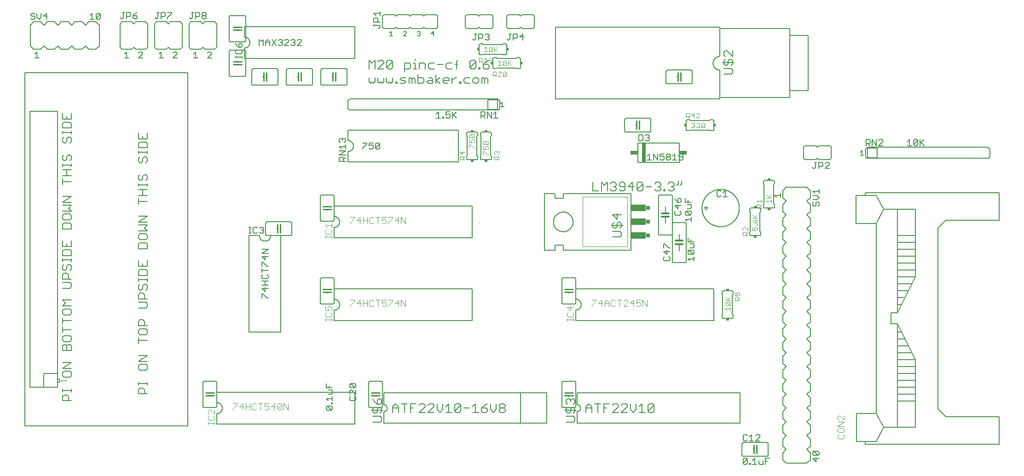
<source format=gto>
G04 EAGLE Gerber RS-274X export*
G75*
%MOMM*%
%FSLAX34Y34*%
%LPD*%
%INSilkscreen Top*%
%IPPOS*%
%AMOC8*
5,1,8,0,0,1.08239X$1,22.5*%
G01*
%ADD10C,0.152400*%
%ADD11C,0.127000*%
%ADD12C,0.177800*%
%ADD13R,0.381000X0.508000*%
%ADD14C,0.101600*%
%ADD15R,0.508000X0.381000*%
%ADD16C,0.254000*%
%ADD17C,0.000000*%
%ADD18R,0.635000X3.556000*%
%ADD19R,1.397000X0.762000*%
%ADD20C,0.050800*%
%ADD21R,0.635000X0.762000*%
%ADD22R,2.794000X1.270000*%
%ADD23C,0.304800*%
%ADD24C,0.203200*%


D10*
X724662Y852932D02*
X724662Y869202D01*
X730085Y863779D01*
X735509Y869202D01*
X735509Y852932D01*
X741034Y852932D02*
X751880Y852932D01*
X741034Y852932D02*
X751880Y863779D01*
X751880Y866490D01*
X749169Y869202D01*
X743745Y869202D01*
X741034Y866490D01*
X757405Y866490D02*
X757405Y855644D01*
X757405Y866490D02*
X760117Y869202D01*
X765540Y869202D01*
X768252Y866490D01*
X768252Y855644D01*
X765540Y852932D01*
X760117Y852932D01*
X757405Y855644D01*
X768252Y866490D01*
X790148Y863779D02*
X790148Y847509D01*
X790148Y863779D02*
X798283Y863779D01*
X800995Y861067D01*
X800995Y855644D01*
X798283Y852932D01*
X790148Y852932D01*
X806520Y863779D02*
X809231Y863779D01*
X809231Y852932D01*
X806520Y852932D02*
X811943Y852932D01*
X809231Y869202D02*
X809231Y871914D01*
X817434Y863779D02*
X817434Y852932D01*
X817434Y863779D02*
X825569Y863779D01*
X828281Y861067D01*
X828281Y852932D01*
X836517Y863779D02*
X844652Y863779D01*
X836517Y863779D02*
X833806Y861067D01*
X833806Y855644D01*
X836517Y852932D01*
X844652Y852932D01*
X850177Y861067D02*
X861024Y861067D01*
X869261Y863779D02*
X877395Y863779D01*
X869261Y863779D02*
X866549Y861067D01*
X866549Y855644D01*
X869261Y852932D01*
X877395Y852932D01*
X885632Y852932D02*
X885632Y866490D01*
X888344Y869202D01*
X888344Y861067D02*
X882920Y861067D01*
X910206Y855644D02*
X910206Y866490D01*
X912918Y869202D01*
X918341Y869202D01*
X921053Y866490D01*
X921053Y855644D01*
X918341Y852932D01*
X912918Y852932D01*
X910206Y855644D01*
X921053Y866490D01*
X926578Y855644D02*
X926578Y852932D01*
X926578Y855644D02*
X929290Y855644D01*
X929290Y852932D01*
X926578Y852932D01*
X940187Y866490D02*
X945610Y869202D01*
X940187Y866490D02*
X934764Y861067D01*
X934764Y855644D01*
X937475Y852932D01*
X942899Y852932D01*
X945610Y855644D01*
X945610Y858355D01*
X942899Y861067D01*
X934764Y861067D01*
X724662Y837109D02*
X724662Y828974D01*
X727374Y826262D01*
X730085Y828974D01*
X732797Y826262D01*
X735509Y828974D01*
X735509Y837109D01*
X741034Y837109D02*
X741034Y828974D01*
X743745Y826262D01*
X746457Y828974D01*
X749169Y826262D01*
X751880Y828974D01*
X751880Y837109D01*
X757405Y837109D02*
X757405Y828974D01*
X760117Y826262D01*
X762828Y828974D01*
X765540Y826262D01*
X768252Y828974D01*
X768252Y837109D01*
X773777Y828974D02*
X773777Y826262D01*
X773777Y828974D02*
X776488Y828974D01*
X776488Y826262D01*
X773777Y826262D01*
X781962Y826262D02*
X790097Y826262D01*
X792809Y828974D01*
X790097Y831685D01*
X784674Y831685D01*
X781962Y834397D01*
X784674Y837109D01*
X792809Y837109D01*
X798334Y837109D02*
X798334Y826262D01*
X798334Y837109D02*
X801046Y837109D01*
X803757Y834397D01*
X803757Y826262D01*
X803757Y834397D02*
X806469Y837109D01*
X809181Y834397D01*
X809181Y826262D01*
X814706Y826262D02*
X814706Y842532D01*
X814706Y826262D02*
X822841Y826262D01*
X825552Y828974D01*
X825552Y834397D01*
X822841Y837109D01*
X814706Y837109D01*
X833789Y837109D02*
X839212Y837109D01*
X841924Y834397D01*
X841924Y826262D01*
X833789Y826262D01*
X831077Y828974D01*
X833789Y831685D01*
X841924Y831685D01*
X847449Y826262D02*
X847449Y842532D01*
X847449Y831685D02*
X855584Y826262D01*
X847449Y831685D02*
X855584Y837109D01*
X863803Y826262D02*
X869227Y826262D01*
X863803Y826262D02*
X861092Y828974D01*
X861092Y834397D01*
X863803Y837109D01*
X869227Y837109D01*
X871938Y834397D01*
X871938Y831685D01*
X861092Y831685D01*
X877463Y826262D02*
X877463Y837109D01*
X877463Y831685D02*
X882887Y837109D01*
X885598Y837109D01*
X891106Y828974D02*
X891106Y826262D01*
X891106Y828974D02*
X893818Y828974D01*
X893818Y826262D01*
X891106Y826262D01*
X902004Y837109D02*
X910139Y837109D01*
X902004Y837109D02*
X899292Y834397D01*
X899292Y828974D01*
X902004Y826262D01*
X910139Y826262D01*
X918375Y826262D02*
X923799Y826262D01*
X926510Y828974D01*
X926510Y834397D01*
X923799Y837109D01*
X918375Y837109D01*
X915664Y834397D01*
X915664Y828974D01*
X918375Y826262D01*
X932035Y826262D02*
X932035Y837109D01*
X934747Y837109D01*
X937458Y834397D01*
X937458Y826262D01*
X937458Y834397D02*
X940170Y837109D01*
X942882Y834397D01*
X942882Y826262D01*
X177038Y242062D02*
X160768Y242062D01*
X160768Y250197D01*
X163480Y252909D01*
X168903Y252909D01*
X171615Y250197D01*
X171615Y242062D01*
X177038Y258434D02*
X177038Y263857D01*
X177038Y261145D02*
X160768Y261145D01*
X160768Y258434D02*
X160768Y263857D01*
X160768Y288431D02*
X160768Y293854D01*
X160768Y288431D02*
X163480Y285720D01*
X174326Y285720D01*
X177038Y288431D01*
X177038Y293854D01*
X174326Y296566D01*
X163480Y296566D01*
X160768Y293854D01*
X160768Y302091D02*
X177038Y302091D01*
X177038Y312938D02*
X160768Y302091D01*
X160768Y312938D02*
X177038Y312938D01*
X177038Y334834D02*
X160768Y334834D01*
X160768Y342969D01*
X163480Y345681D01*
X166191Y345681D01*
X168903Y342969D01*
X171615Y345681D01*
X174326Y345681D01*
X177038Y342969D01*
X177038Y334834D01*
X168903Y334834D02*
X168903Y342969D01*
X160768Y353917D02*
X160768Y359341D01*
X160768Y353917D02*
X163480Y351206D01*
X174326Y351206D01*
X177038Y353917D01*
X177038Y359341D01*
X174326Y362052D01*
X163480Y362052D01*
X160768Y359341D01*
X160768Y373001D02*
X177038Y373001D01*
X160768Y378424D02*
X160768Y367577D01*
X160768Y389372D02*
X177038Y389372D01*
X160768Y383949D02*
X160768Y394795D01*
X160768Y403032D02*
X160768Y408455D01*
X160768Y403032D02*
X163480Y400320D01*
X174326Y400320D01*
X177038Y403032D01*
X177038Y408455D01*
X174326Y411167D01*
X163480Y411167D01*
X160768Y408455D01*
X160768Y416692D02*
X177038Y416692D01*
X166191Y422115D02*
X160768Y416692D01*
X166191Y422115D02*
X160768Y427539D01*
X177038Y427539D01*
X174326Y449435D02*
X160768Y449435D01*
X174326Y449435D02*
X177038Y452147D01*
X177038Y457570D01*
X174326Y460282D01*
X160768Y460282D01*
X160768Y465807D02*
X177038Y465807D01*
X160768Y465807D02*
X160768Y473942D01*
X163480Y476653D01*
X168903Y476653D01*
X171615Y473942D01*
X171615Y465807D01*
X160768Y490313D02*
X163480Y493025D01*
X160768Y490313D02*
X160768Y484890D01*
X163480Y482178D01*
X166191Y482178D01*
X168903Y484890D01*
X168903Y490313D01*
X171615Y493025D01*
X174326Y493025D01*
X177038Y490313D01*
X177038Y484890D01*
X174326Y482178D01*
X177038Y498550D02*
X177038Y503973D01*
X177038Y501261D02*
X160768Y501261D01*
X160768Y498550D02*
X160768Y503973D01*
X160768Y509464D02*
X177038Y509464D01*
X177038Y517599D01*
X174326Y520311D01*
X163480Y520311D01*
X160768Y517599D01*
X160768Y509464D01*
X160768Y525836D02*
X160768Y536682D01*
X160768Y525836D02*
X177038Y525836D01*
X177038Y536682D01*
X168903Y531259D02*
X168903Y525836D01*
X160768Y558579D02*
X177038Y558579D01*
X177038Y566714D01*
X174326Y569425D01*
X163480Y569425D01*
X160768Y566714D01*
X160768Y558579D01*
X160768Y577662D02*
X160768Y583085D01*
X160768Y577662D02*
X163480Y574950D01*
X174326Y574950D01*
X177038Y577662D01*
X177038Y583085D01*
X174326Y585797D01*
X163480Y585797D01*
X160768Y583085D01*
X160768Y591322D02*
X177038Y591322D01*
X171615Y596745D01*
X177038Y602169D01*
X160768Y602169D01*
X160768Y607694D02*
X177038Y607694D01*
X177038Y618540D02*
X160768Y607694D01*
X160768Y618540D02*
X177038Y618540D01*
X177038Y645860D02*
X160768Y645860D01*
X160768Y640437D02*
X160768Y651283D01*
X160768Y656808D02*
X177038Y656808D01*
X168903Y656808D02*
X168903Y667655D01*
X160768Y667655D02*
X177038Y667655D01*
X177038Y673180D02*
X177038Y678603D01*
X177038Y675891D02*
X160768Y675891D01*
X160768Y673180D02*
X160768Y678603D01*
X160768Y692229D02*
X163480Y694941D01*
X160768Y692229D02*
X160768Y686806D01*
X163480Y684094D01*
X166191Y684094D01*
X168903Y686806D01*
X168903Y692229D01*
X171615Y694941D01*
X174326Y694941D01*
X177038Y692229D01*
X177038Y686806D01*
X174326Y684094D01*
X160768Y724972D02*
X163480Y727684D01*
X160768Y724972D02*
X160768Y719549D01*
X163480Y716837D01*
X166191Y716837D01*
X168903Y719549D01*
X168903Y724972D01*
X171615Y727684D01*
X174326Y727684D01*
X177038Y724972D01*
X177038Y719549D01*
X174326Y716837D01*
X177038Y733209D02*
X177038Y738632D01*
X177038Y735921D02*
X160768Y735921D01*
X160768Y738632D02*
X160768Y733209D01*
X160768Y744123D02*
X177038Y744123D01*
X177038Y752258D01*
X174326Y754970D01*
X163480Y754970D01*
X160768Y752258D01*
X160768Y744123D01*
X160768Y760495D02*
X160768Y771341D01*
X160768Y760495D02*
X177038Y760495D01*
X177038Y771341D01*
X168903Y765918D02*
X168903Y760495D01*
X300468Y254762D02*
X316738Y254762D01*
X300468Y254762D02*
X300468Y262897D01*
X303180Y265609D01*
X308603Y265609D01*
X311315Y262897D01*
X311315Y254762D01*
X316738Y271134D02*
X316738Y276557D01*
X316738Y273845D02*
X300468Y273845D01*
X300468Y271134D02*
X300468Y276557D01*
X300468Y301131D02*
X300468Y306554D01*
X300468Y301131D02*
X303180Y298420D01*
X314026Y298420D01*
X316738Y301131D01*
X316738Y306554D01*
X314026Y309266D01*
X303180Y309266D01*
X300468Y306554D01*
X300468Y314791D02*
X316738Y314791D01*
X316738Y325638D02*
X300468Y314791D01*
X300468Y325638D02*
X316738Y325638D01*
X316738Y352957D02*
X300468Y352957D01*
X300468Y347534D02*
X300468Y358381D01*
X300468Y366617D02*
X300468Y372041D01*
X300468Y366617D02*
X303180Y363906D01*
X314026Y363906D01*
X316738Y366617D01*
X316738Y372041D01*
X314026Y374752D01*
X303180Y374752D01*
X300468Y372041D01*
X300468Y380277D02*
X316738Y380277D01*
X300468Y380277D02*
X300468Y388412D01*
X303180Y391124D01*
X308603Y391124D01*
X311315Y388412D01*
X311315Y380277D01*
X314026Y413020D02*
X300468Y413020D01*
X314026Y413020D02*
X316738Y415732D01*
X316738Y421155D01*
X314026Y423867D01*
X300468Y423867D01*
X300468Y429392D02*
X316738Y429392D01*
X300468Y429392D02*
X300468Y437527D01*
X303180Y440239D01*
X308603Y440239D01*
X311315Y437527D01*
X311315Y429392D01*
X300468Y453899D02*
X303180Y456610D01*
X300468Y453899D02*
X300468Y448475D01*
X303180Y445764D01*
X305891Y445764D01*
X308603Y448475D01*
X308603Y453899D01*
X311315Y456610D01*
X314026Y456610D01*
X316738Y453899D01*
X316738Y448475D01*
X314026Y445764D01*
X316738Y462135D02*
X316738Y467558D01*
X316738Y464847D02*
X300468Y464847D01*
X300468Y467558D02*
X300468Y462135D01*
X300468Y473050D02*
X316738Y473050D01*
X316738Y481184D01*
X314026Y483896D01*
X303180Y483896D01*
X300468Y481184D01*
X300468Y473050D01*
X300468Y489421D02*
X300468Y500268D01*
X300468Y489421D02*
X316738Y489421D01*
X316738Y500268D01*
X308603Y494844D02*
X308603Y489421D01*
X300468Y522164D02*
X316738Y522164D01*
X316738Y530299D01*
X314026Y533011D01*
X303180Y533011D01*
X300468Y530299D01*
X300468Y522164D01*
X300468Y541247D02*
X300468Y546671D01*
X300468Y541247D02*
X303180Y538536D01*
X314026Y538536D01*
X316738Y541247D01*
X316738Y546671D01*
X314026Y549382D01*
X303180Y549382D01*
X300468Y546671D01*
X300468Y554907D02*
X316738Y554907D01*
X311315Y560331D01*
X316738Y565754D01*
X300468Y565754D01*
X300468Y571279D02*
X316738Y571279D01*
X316738Y582125D02*
X300468Y571279D01*
X300468Y582125D02*
X316738Y582125D01*
X316738Y609445D02*
X300468Y609445D01*
X300468Y604022D02*
X300468Y614869D01*
X300468Y620394D02*
X316738Y620394D01*
X308603Y620394D02*
X308603Y631240D01*
X300468Y631240D02*
X316738Y631240D01*
X316738Y636765D02*
X316738Y642188D01*
X316738Y639477D02*
X300468Y639477D01*
X300468Y642188D02*
X300468Y636765D01*
X300468Y655814D02*
X303180Y658526D01*
X300468Y655814D02*
X300468Y650391D01*
X303180Y647680D01*
X305891Y647680D01*
X308603Y650391D01*
X308603Y655814D01*
X311315Y658526D01*
X314026Y658526D01*
X316738Y655814D01*
X316738Y650391D01*
X314026Y647680D01*
X300468Y688558D02*
X303180Y691269D01*
X300468Y688558D02*
X300468Y683134D01*
X303180Y680423D01*
X305891Y680423D01*
X308603Y683134D01*
X308603Y688558D01*
X311315Y691269D01*
X314026Y691269D01*
X316738Y688558D01*
X316738Y683134D01*
X314026Y680423D01*
X316738Y696794D02*
X316738Y702217D01*
X316738Y699506D02*
X300468Y699506D01*
X300468Y702217D02*
X300468Y696794D01*
X300468Y707709D02*
X316738Y707709D01*
X316738Y715844D01*
X314026Y718555D01*
X303180Y718555D01*
X300468Y715844D01*
X300468Y707709D01*
X300468Y724080D02*
X300468Y734927D01*
X300468Y724080D02*
X316738Y724080D01*
X316738Y734927D01*
X308603Y729503D02*
X308603Y724080D01*
X751840Y222250D02*
X751840Y200660D01*
X751840Y222250D02*
X751998Y222252D01*
X752157Y222258D01*
X752315Y222268D01*
X752472Y222282D01*
X752630Y222299D01*
X752786Y222321D01*
X752943Y222346D01*
X753098Y222376D01*
X753253Y222409D01*
X753407Y222446D01*
X753560Y222487D01*
X753712Y222532D01*
X753862Y222581D01*
X754012Y222633D01*
X754160Y222689D01*
X754307Y222749D01*
X754452Y222812D01*
X754595Y222879D01*
X754737Y222949D01*
X754877Y223023D01*
X755015Y223101D01*
X755151Y223182D01*
X755285Y223266D01*
X755417Y223353D01*
X755547Y223444D01*
X755674Y223538D01*
X755799Y223635D01*
X755922Y223736D01*
X756042Y223839D01*
X756159Y223945D01*
X756274Y224054D01*
X756386Y224166D01*
X756495Y224281D01*
X756601Y224398D01*
X756704Y224518D01*
X756805Y224641D01*
X756902Y224766D01*
X756996Y224893D01*
X757087Y225023D01*
X757174Y225155D01*
X757258Y225289D01*
X757339Y225425D01*
X757417Y225563D01*
X757491Y225703D01*
X757561Y225845D01*
X757628Y225988D01*
X757691Y226133D01*
X757751Y226280D01*
X757807Y226428D01*
X757859Y226578D01*
X757908Y226728D01*
X757953Y226880D01*
X757994Y227033D01*
X758031Y227187D01*
X758064Y227342D01*
X758094Y227497D01*
X758119Y227654D01*
X758141Y227810D01*
X758158Y227968D01*
X758172Y228125D01*
X758182Y228283D01*
X758188Y228442D01*
X758190Y228600D01*
X758188Y228758D01*
X758182Y228917D01*
X758172Y229075D01*
X758158Y229232D01*
X758141Y229390D01*
X758119Y229546D01*
X758094Y229703D01*
X758064Y229858D01*
X758031Y230013D01*
X757994Y230167D01*
X757953Y230320D01*
X757908Y230472D01*
X757859Y230622D01*
X757807Y230772D01*
X757751Y230920D01*
X757691Y231067D01*
X757628Y231212D01*
X757561Y231355D01*
X757491Y231497D01*
X757417Y231637D01*
X757339Y231775D01*
X757258Y231911D01*
X757174Y232045D01*
X757087Y232177D01*
X756996Y232307D01*
X756902Y232434D01*
X756805Y232559D01*
X756704Y232682D01*
X756601Y232802D01*
X756495Y232919D01*
X756386Y233034D01*
X756274Y233146D01*
X756159Y233255D01*
X756042Y233361D01*
X755922Y233464D01*
X755799Y233565D01*
X755674Y233662D01*
X755547Y233756D01*
X755417Y233847D01*
X755285Y233934D01*
X755151Y234018D01*
X755015Y234099D01*
X754877Y234177D01*
X754737Y234251D01*
X754595Y234321D01*
X754452Y234388D01*
X754307Y234451D01*
X754160Y234511D01*
X754012Y234567D01*
X753862Y234619D01*
X753712Y234668D01*
X753560Y234713D01*
X753407Y234754D01*
X753253Y234791D01*
X753098Y234824D01*
X752943Y234854D01*
X752786Y234879D01*
X752630Y234901D01*
X752472Y234918D01*
X752315Y234932D01*
X752157Y234942D01*
X751998Y234948D01*
X751840Y234950D01*
X1051560Y256540D02*
X1051560Y200660D01*
X1003300Y200660D02*
X751840Y200660D01*
X1003300Y200660D02*
X1051560Y200660D01*
X1003300Y256540D02*
X751840Y256540D01*
X1003300Y256540D02*
X1051560Y256540D01*
X751840Y256540D02*
X751840Y234950D01*
D11*
X1003300Y256540D02*
X1003300Y200660D01*
D12*
X745234Y202819D02*
X731887Y202819D01*
X745234Y202819D02*
X747903Y205488D01*
X747903Y210827D01*
X745234Y213496D01*
X731887Y213496D01*
X745234Y219191D02*
X747903Y221860D01*
X747903Y227198D01*
X745234Y229868D01*
X742564Y229868D01*
X739895Y227198D01*
X739895Y221860D01*
X737226Y219191D01*
X734557Y219191D01*
X731887Y221860D01*
X731887Y227198D01*
X734557Y229868D01*
X729218Y224529D02*
X750572Y224529D01*
X734557Y240901D02*
X731887Y246239D01*
X734557Y240901D02*
X739895Y235562D01*
X745234Y235562D01*
X747903Y238231D01*
X747903Y243570D01*
X745234Y246239D01*
X742564Y246239D01*
X739895Y243570D01*
X739895Y235562D01*
X767969Y231276D02*
X767969Y220599D01*
X767969Y231276D02*
X773308Y236615D01*
X778646Y231276D01*
X778646Y220599D01*
X778646Y228607D02*
X767969Y228607D01*
X789679Y220599D02*
X789679Y236615D01*
X784341Y236615D02*
X795018Y236615D01*
X800712Y236615D02*
X800712Y220599D01*
X800712Y236615D02*
X811389Y236615D01*
X806051Y228607D02*
X800712Y228607D01*
X817084Y220599D02*
X827761Y220599D01*
X817084Y220599D02*
X827761Y231276D01*
X827761Y233945D01*
X825092Y236615D01*
X819753Y236615D01*
X817084Y233945D01*
X833455Y220599D02*
X844132Y220599D01*
X833455Y220599D02*
X844132Y231276D01*
X844132Y233945D01*
X841463Y236615D01*
X836125Y236615D01*
X833455Y233945D01*
X849827Y236615D02*
X849827Y225938D01*
X855165Y220599D01*
X860504Y225938D01*
X860504Y236615D01*
X866198Y231276D02*
X871537Y236615D01*
X871537Y220599D01*
X866198Y220599D02*
X876876Y220599D01*
X882570Y223268D02*
X882570Y233945D01*
X885239Y236615D01*
X890578Y236615D01*
X893247Y233945D01*
X893247Y223268D01*
X890578Y220599D01*
X885239Y220599D01*
X882570Y223268D01*
X893247Y233945D01*
X898942Y228607D02*
X909619Y228607D01*
X915313Y231276D02*
X920652Y236615D01*
X920652Y220599D01*
X925990Y220599D02*
X915313Y220599D01*
X937023Y233945D02*
X942362Y236615D01*
X937023Y233945D02*
X931685Y228607D01*
X931685Y223268D01*
X934354Y220599D01*
X939692Y220599D01*
X942362Y223268D01*
X942362Y225938D01*
X939692Y228607D01*
X931685Y228607D01*
X948056Y225938D02*
X948056Y236615D01*
X948056Y225938D02*
X953395Y220599D01*
X958733Y225938D01*
X958733Y236615D01*
X964428Y233945D02*
X967097Y236615D01*
X972436Y236615D01*
X975105Y233945D01*
X975105Y231276D01*
X972436Y228607D01*
X975105Y225938D01*
X975105Y223268D01*
X972436Y220599D01*
X967097Y220599D01*
X964428Y223268D01*
X964428Y225938D01*
X967097Y228607D01*
X964428Y231276D01*
X964428Y233945D01*
X967097Y228607D02*
X972436Y228607D01*
D10*
X924560Y927100D02*
X927100Y929640D01*
X929640Y927100D01*
X927100Y949960D02*
X924560Y952500D01*
X927100Y949960D02*
X929640Y952500D01*
X949960Y952500D01*
X952500Y949960D01*
X904240Y952500D02*
X901700Y949960D01*
X904240Y952500D02*
X924560Y952500D01*
X901700Y949960D02*
X901700Y929640D01*
X904240Y927100D01*
X924560Y927100D01*
X929640Y927100D02*
X949960Y927100D01*
X952500Y929640D01*
X952500Y949960D01*
D11*
X915035Y908052D02*
X916942Y906145D01*
X918848Y906145D01*
X920755Y908052D01*
X920755Y917585D01*
X918848Y917585D02*
X922662Y917585D01*
X926729Y917585D02*
X926729Y906145D01*
X926729Y917585D02*
X932449Y917585D01*
X934355Y915678D01*
X934355Y911865D01*
X932449Y909958D01*
X926729Y909958D01*
X938423Y915678D02*
X940330Y917585D01*
X944143Y917585D01*
X946049Y915678D01*
X946049Y913772D01*
X944143Y911865D01*
X942236Y911865D01*
X944143Y911865D02*
X946049Y909958D01*
X946049Y908052D01*
X944143Y906145D01*
X940330Y906145D01*
X938423Y908052D01*
D10*
X1000760Y927100D02*
X1003300Y929640D01*
X1005840Y927100D01*
X1003300Y949960D02*
X1000760Y952500D01*
X1003300Y949960D02*
X1005840Y952500D01*
X1026160Y952500D01*
X1028700Y949960D01*
X980440Y952500D02*
X977900Y949960D01*
X980440Y952500D02*
X1000760Y952500D01*
X977900Y949960D02*
X977900Y929640D01*
X980440Y927100D01*
X1000760Y927100D01*
X1005840Y927100D02*
X1026160Y927100D01*
X1028700Y929640D01*
X1028700Y949960D01*
D11*
X980442Y906145D02*
X978535Y908052D01*
X980442Y906145D02*
X982348Y906145D01*
X984255Y908052D01*
X984255Y917585D01*
X982348Y917585D02*
X986162Y917585D01*
X990229Y917585D02*
X990229Y906145D01*
X990229Y917585D02*
X995949Y917585D01*
X997855Y915678D01*
X997855Y911865D01*
X995949Y909958D01*
X990229Y909958D01*
X1007643Y906145D02*
X1007643Y917585D01*
X1001923Y911865D01*
X1009549Y911865D01*
D10*
X929640Y899160D02*
X929540Y899158D01*
X929441Y899152D01*
X929341Y899142D01*
X929243Y899129D01*
X929144Y899111D01*
X929047Y899090D01*
X928951Y899065D01*
X928855Y899036D01*
X928761Y899003D01*
X928668Y898967D01*
X928577Y898927D01*
X928487Y898883D01*
X928399Y898836D01*
X928313Y898786D01*
X928229Y898732D01*
X928147Y898675D01*
X928068Y898615D01*
X927990Y898551D01*
X927916Y898485D01*
X927844Y898416D01*
X927775Y898344D01*
X927709Y898270D01*
X927645Y898192D01*
X927585Y898113D01*
X927528Y898031D01*
X927474Y897947D01*
X927424Y897861D01*
X927377Y897773D01*
X927333Y897683D01*
X927293Y897592D01*
X927257Y897499D01*
X927224Y897405D01*
X927195Y897309D01*
X927170Y897213D01*
X927149Y897116D01*
X927131Y897017D01*
X927118Y896919D01*
X927108Y896819D01*
X927102Y896720D01*
X927100Y896620D01*
X927100Y881380D02*
X927102Y881280D01*
X927108Y881181D01*
X927118Y881081D01*
X927131Y880983D01*
X927149Y880884D01*
X927170Y880787D01*
X927195Y880691D01*
X927224Y880595D01*
X927257Y880501D01*
X927293Y880408D01*
X927333Y880317D01*
X927377Y880227D01*
X927424Y880139D01*
X927474Y880053D01*
X927528Y879969D01*
X927585Y879887D01*
X927645Y879808D01*
X927709Y879730D01*
X927775Y879656D01*
X927844Y879584D01*
X927916Y879515D01*
X927990Y879449D01*
X928068Y879385D01*
X928147Y879325D01*
X928229Y879268D01*
X928313Y879214D01*
X928399Y879164D01*
X928487Y879117D01*
X928577Y879073D01*
X928668Y879033D01*
X928761Y878997D01*
X928855Y878964D01*
X928951Y878935D01*
X929047Y878910D01*
X929144Y878889D01*
X929243Y878871D01*
X929341Y878858D01*
X929441Y878848D01*
X929540Y878842D01*
X929640Y878840D01*
X975360Y878840D02*
X975460Y878842D01*
X975559Y878848D01*
X975659Y878858D01*
X975757Y878871D01*
X975856Y878889D01*
X975953Y878910D01*
X976049Y878935D01*
X976145Y878964D01*
X976239Y878997D01*
X976332Y879033D01*
X976423Y879073D01*
X976513Y879117D01*
X976601Y879164D01*
X976687Y879214D01*
X976771Y879268D01*
X976853Y879325D01*
X976932Y879385D01*
X977010Y879449D01*
X977084Y879515D01*
X977156Y879584D01*
X977225Y879656D01*
X977291Y879730D01*
X977355Y879808D01*
X977415Y879887D01*
X977472Y879969D01*
X977526Y880053D01*
X977576Y880139D01*
X977623Y880227D01*
X977667Y880317D01*
X977707Y880408D01*
X977743Y880501D01*
X977776Y880595D01*
X977805Y880691D01*
X977830Y880787D01*
X977851Y880884D01*
X977869Y880983D01*
X977882Y881081D01*
X977892Y881181D01*
X977898Y881280D01*
X977900Y881380D01*
X977900Y896620D02*
X977898Y896720D01*
X977892Y896819D01*
X977882Y896919D01*
X977869Y897017D01*
X977851Y897116D01*
X977830Y897213D01*
X977805Y897309D01*
X977776Y897405D01*
X977743Y897499D01*
X977707Y897592D01*
X977667Y897683D01*
X977623Y897773D01*
X977576Y897861D01*
X977526Y897947D01*
X977472Y898031D01*
X977415Y898113D01*
X977355Y898192D01*
X977291Y898270D01*
X977225Y898344D01*
X977156Y898416D01*
X977084Y898485D01*
X977010Y898551D01*
X976932Y898615D01*
X976853Y898675D01*
X976771Y898732D01*
X976687Y898786D01*
X976601Y898836D01*
X976513Y898883D01*
X976423Y898927D01*
X976332Y898967D01*
X976239Y899003D01*
X976145Y899036D01*
X976049Y899065D01*
X975953Y899090D01*
X975856Y899111D01*
X975757Y899129D01*
X975659Y899142D01*
X975559Y899152D01*
X975460Y899158D01*
X975360Y899160D01*
X927100Y896620D02*
X927100Y881380D01*
X929640Y899160D02*
X933450Y899160D01*
X934720Y897890D01*
X933450Y878840D02*
X929640Y878840D01*
X933450Y878840D02*
X934720Y880110D01*
X970280Y897890D02*
X971550Y899160D01*
X970280Y897890D02*
X934720Y897890D01*
X970280Y880110D02*
X971550Y878840D01*
X970280Y880110D02*
X934720Y880110D01*
X971550Y899160D02*
X975360Y899160D01*
X975360Y878840D02*
X971550Y878840D01*
X977900Y881380D02*
X977900Y896620D01*
D13*
X979805Y889000D03*
X925195Y889000D03*
D14*
X927608Y873260D02*
X927608Y864362D01*
X927608Y873260D02*
X932057Y873260D01*
X933540Y871777D01*
X933540Y868811D01*
X932057Y867328D01*
X927608Y867328D01*
X930574Y867328D02*
X933540Y864362D01*
X936729Y870294D02*
X939695Y873260D01*
X939695Y864362D01*
X936729Y864362D02*
X942661Y864362D01*
X945851Y865845D02*
X947334Y864362D01*
X950299Y864362D01*
X951782Y865845D01*
X951782Y871777D01*
X950299Y873260D01*
X947334Y873260D01*
X945851Y871777D01*
X945851Y870294D01*
X947334Y868811D01*
X951782Y868811D01*
X936752Y890614D02*
X939718Y893580D01*
X939718Y884682D01*
X936752Y884682D02*
X942684Y884682D01*
X945873Y886165D02*
X945873Y892097D01*
X947356Y893580D01*
X950322Y893580D01*
X951805Y892097D01*
X951805Y886165D01*
X950322Y884682D01*
X947356Y884682D01*
X945873Y886165D01*
X951805Y892097D01*
X954995Y893580D02*
X954995Y884682D01*
X954995Y887648D02*
X960926Y893580D01*
X956478Y889131D02*
X960926Y884682D01*
D10*
X955040Y873760D02*
X954940Y873758D01*
X954841Y873752D01*
X954741Y873742D01*
X954643Y873729D01*
X954544Y873711D01*
X954447Y873690D01*
X954351Y873665D01*
X954255Y873636D01*
X954161Y873603D01*
X954068Y873567D01*
X953977Y873527D01*
X953887Y873483D01*
X953799Y873436D01*
X953713Y873386D01*
X953629Y873332D01*
X953547Y873275D01*
X953468Y873215D01*
X953390Y873151D01*
X953316Y873085D01*
X953244Y873016D01*
X953175Y872944D01*
X953109Y872870D01*
X953045Y872792D01*
X952985Y872713D01*
X952928Y872631D01*
X952874Y872547D01*
X952824Y872461D01*
X952777Y872373D01*
X952733Y872283D01*
X952693Y872192D01*
X952657Y872099D01*
X952624Y872005D01*
X952595Y871909D01*
X952570Y871813D01*
X952549Y871716D01*
X952531Y871617D01*
X952518Y871519D01*
X952508Y871419D01*
X952502Y871320D01*
X952500Y871220D01*
X952500Y855980D02*
X952502Y855880D01*
X952508Y855781D01*
X952518Y855681D01*
X952531Y855583D01*
X952549Y855484D01*
X952570Y855387D01*
X952595Y855291D01*
X952624Y855195D01*
X952657Y855101D01*
X952693Y855008D01*
X952733Y854917D01*
X952777Y854827D01*
X952824Y854739D01*
X952874Y854653D01*
X952928Y854569D01*
X952985Y854487D01*
X953045Y854408D01*
X953109Y854330D01*
X953175Y854256D01*
X953244Y854184D01*
X953316Y854115D01*
X953390Y854049D01*
X953468Y853985D01*
X953547Y853925D01*
X953629Y853868D01*
X953713Y853814D01*
X953799Y853764D01*
X953887Y853717D01*
X953977Y853673D01*
X954068Y853633D01*
X954161Y853597D01*
X954255Y853564D01*
X954351Y853535D01*
X954447Y853510D01*
X954544Y853489D01*
X954643Y853471D01*
X954741Y853458D01*
X954841Y853448D01*
X954940Y853442D01*
X955040Y853440D01*
X1000760Y853440D02*
X1000860Y853442D01*
X1000959Y853448D01*
X1001059Y853458D01*
X1001157Y853471D01*
X1001256Y853489D01*
X1001353Y853510D01*
X1001449Y853535D01*
X1001545Y853564D01*
X1001639Y853597D01*
X1001732Y853633D01*
X1001823Y853673D01*
X1001913Y853717D01*
X1002001Y853764D01*
X1002087Y853814D01*
X1002171Y853868D01*
X1002253Y853925D01*
X1002332Y853985D01*
X1002410Y854049D01*
X1002484Y854115D01*
X1002556Y854184D01*
X1002625Y854256D01*
X1002691Y854330D01*
X1002755Y854408D01*
X1002815Y854487D01*
X1002872Y854569D01*
X1002926Y854653D01*
X1002976Y854739D01*
X1003023Y854827D01*
X1003067Y854917D01*
X1003107Y855008D01*
X1003143Y855101D01*
X1003176Y855195D01*
X1003205Y855291D01*
X1003230Y855387D01*
X1003251Y855484D01*
X1003269Y855583D01*
X1003282Y855681D01*
X1003292Y855781D01*
X1003298Y855880D01*
X1003300Y855980D01*
X1003300Y871220D02*
X1003298Y871320D01*
X1003292Y871419D01*
X1003282Y871519D01*
X1003269Y871617D01*
X1003251Y871716D01*
X1003230Y871813D01*
X1003205Y871909D01*
X1003176Y872005D01*
X1003143Y872099D01*
X1003107Y872192D01*
X1003067Y872283D01*
X1003023Y872373D01*
X1002976Y872461D01*
X1002926Y872547D01*
X1002872Y872631D01*
X1002815Y872713D01*
X1002755Y872792D01*
X1002691Y872870D01*
X1002625Y872944D01*
X1002556Y873016D01*
X1002484Y873085D01*
X1002410Y873151D01*
X1002332Y873215D01*
X1002253Y873275D01*
X1002171Y873332D01*
X1002087Y873386D01*
X1002001Y873436D01*
X1001913Y873483D01*
X1001823Y873527D01*
X1001732Y873567D01*
X1001639Y873603D01*
X1001545Y873636D01*
X1001449Y873665D01*
X1001353Y873690D01*
X1001256Y873711D01*
X1001157Y873729D01*
X1001059Y873742D01*
X1000959Y873752D01*
X1000860Y873758D01*
X1000760Y873760D01*
X952500Y871220D02*
X952500Y855980D01*
X955040Y873760D02*
X958850Y873760D01*
X960120Y872490D01*
X958850Y853440D02*
X955040Y853440D01*
X958850Y853440D02*
X960120Y854710D01*
X995680Y872490D02*
X996950Y873760D01*
X995680Y872490D02*
X960120Y872490D01*
X995680Y854710D02*
X996950Y853440D01*
X995680Y854710D02*
X960120Y854710D01*
X996950Y873760D02*
X1000760Y873760D01*
X1000760Y853440D02*
X996950Y853440D01*
X1003300Y855980D02*
X1003300Y871220D01*
D13*
X1005205Y863600D03*
X950595Y863600D03*
D14*
X953008Y847860D02*
X953008Y838962D01*
X953008Y847860D02*
X957457Y847860D01*
X958940Y846377D01*
X958940Y843411D01*
X957457Y841928D01*
X953008Y841928D01*
X955974Y841928D02*
X958940Y838962D01*
X962129Y838962D02*
X968061Y838962D01*
X962129Y838962D02*
X968061Y844894D01*
X968061Y846377D01*
X966578Y847860D01*
X963612Y847860D01*
X962129Y846377D01*
X971251Y846377D02*
X971251Y840445D01*
X971251Y846377D02*
X972734Y847860D01*
X975699Y847860D01*
X977182Y846377D01*
X977182Y840445D01*
X975699Y838962D01*
X972734Y838962D01*
X971251Y840445D01*
X977182Y846377D01*
X962152Y865214D02*
X965118Y868180D01*
X965118Y859282D01*
X962152Y859282D02*
X968084Y859282D01*
X971273Y860765D02*
X971273Y866697D01*
X972756Y868180D01*
X975722Y868180D01*
X977205Y866697D01*
X977205Y860765D01*
X975722Y859282D01*
X972756Y859282D01*
X971273Y860765D01*
X977205Y866697D01*
X980395Y868180D02*
X980395Y859282D01*
X980395Y862248D02*
X986326Y868180D01*
X981878Y863731D02*
X986326Y859282D01*
D10*
X562610Y546100D02*
X562610Y368300D01*
X504190Y368300D02*
X504190Y546100D01*
X504190Y368300D02*
X562610Y368300D01*
X562610Y546100D02*
X543560Y546100D01*
X523240Y546100D02*
X504190Y546100D01*
X523240Y546100D02*
X523243Y545853D01*
X523252Y545605D01*
X523267Y545358D01*
X523288Y545112D01*
X523315Y544866D01*
X523348Y544621D01*
X523387Y544376D01*
X523432Y544133D01*
X523483Y543891D01*
X523540Y543650D01*
X523602Y543411D01*
X523671Y543173D01*
X523745Y542937D01*
X523825Y542703D01*
X523910Y542471D01*
X524002Y542241D01*
X524098Y542013D01*
X524201Y541788D01*
X524308Y541565D01*
X524422Y541345D01*
X524540Y541128D01*
X524664Y540913D01*
X524793Y540702D01*
X524927Y540494D01*
X525066Y540289D01*
X525210Y540088D01*
X525358Y539890D01*
X525512Y539696D01*
X525670Y539506D01*
X525833Y539320D01*
X526000Y539138D01*
X526172Y538960D01*
X526348Y538786D01*
X526528Y538616D01*
X526713Y538451D01*
X526901Y538291D01*
X527093Y538135D01*
X527289Y537983D01*
X527488Y537837D01*
X527691Y537695D01*
X527898Y537559D01*
X528107Y537427D01*
X528320Y537301D01*
X528536Y537180D01*
X528754Y537064D01*
X528976Y536954D01*
X529200Y536849D01*
X529426Y536749D01*
X529655Y536655D01*
X529886Y536567D01*
X530120Y536484D01*
X530355Y536407D01*
X530592Y536336D01*
X530830Y536270D01*
X531070Y536211D01*
X531312Y536157D01*
X531555Y536109D01*
X531798Y536067D01*
X532043Y536031D01*
X532289Y536001D01*
X532535Y535977D01*
X532782Y535959D01*
X533029Y535947D01*
X533276Y535941D01*
X533524Y535941D01*
X533771Y535947D01*
X534018Y535959D01*
X534265Y535977D01*
X534511Y536001D01*
X534757Y536031D01*
X535002Y536067D01*
X535245Y536109D01*
X535488Y536157D01*
X535730Y536211D01*
X535970Y536270D01*
X536208Y536336D01*
X536445Y536407D01*
X536680Y536484D01*
X536914Y536567D01*
X537145Y536655D01*
X537374Y536749D01*
X537600Y536849D01*
X537824Y536954D01*
X538046Y537064D01*
X538264Y537180D01*
X538480Y537301D01*
X538693Y537427D01*
X538902Y537559D01*
X539109Y537695D01*
X539312Y537837D01*
X539511Y537983D01*
X539707Y538135D01*
X539899Y538291D01*
X540087Y538451D01*
X540272Y538616D01*
X540452Y538786D01*
X540628Y538960D01*
X540800Y539138D01*
X540967Y539320D01*
X541130Y539506D01*
X541288Y539696D01*
X541442Y539890D01*
X541590Y540088D01*
X541734Y540289D01*
X541873Y540494D01*
X542007Y540702D01*
X542136Y540913D01*
X542260Y541128D01*
X542378Y541345D01*
X542492Y541565D01*
X542599Y541788D01*
X542702Y542013D01*
X542798Y542241D01*
X542890Y542471D01*
X542975Y542703D01*
X543055Y542937D01*
X543129Y543173D01*
X543198Y543411D01*
X543260Y543650D01*
X543317Y543891D01*
X543368Y544133D01*
X543413Y544376D01*
X543452Y544621D01*
X543485Y544866D01*
X543512Y545112D01*
X543533Y545358D01*
X543548Y545605D01*
X543557Y545853D01*
X543560Y546100D01*
D11*
X507368Y550545D02*
X503555Y550545D01*
X505462Y550545D02*
X505462Y561985D01*
X507368Y561985D02*
X503555Y561985D01*
X517071Y561985D02*
X518977Y560078D01*
X517071Y561985D02*
X513258Y561985D01*
X511351Y560078D01*
X511351Y552452D01*
X513258Y550545D01*
X517071Y550545D01*
X518977Y552452D01*
X523045Y560078D02*
X524952Y561985D01*
X528765Y561985D01*
X530671Y560078D01*
X530671Y558172D01*
X528765Y556265D01*
X526858Y556265D01*
X528765Y556265D02*
X530671Y554358D01*
X530671Y552452D01*
X528765Y550545D01*
X524952Y550545D01*
X523045Y552452D01*
X527675Y439220D02*
X527675Y431593D01*
X527675Y439220D02*
X529582Y439220D01*
X537208Y431593D01*
X539115Y431593D01*
X539115Y449007D02*
X527675Y449007D01*
X533395Y443287D01*
X533395Y450914D01*
X539115Y454981D02*
X527675Y454981D01*
X533395Y454981D02*
X533395Y462608D01*
X527675Y462608D02*
X539115Y462608D01*
X527675Y472395D02*
X529582Y474301D01*
X527675Y472395D02*
X527675Y468582D01*
X529582Y466675D01*
X537208Y466675D01*
X539115Y468582D01*
X539115Y472395D01*
X537208Y474301D01*
X539115Y482182D02*
X527675Y482182D01*
X527675Y478369D02*
X527675Y485995D01*
X527675Y490063D02*
X527675Y497689D01*
X529582Y497689D01*
X537208Y490063D01*
X539115Y490063D01*
X539115Y507477D02*
X527675Y507477D01*
X533395Y501757D01*
X533395Y509383D01*
X539115Y513451D02*
X527675Y513451D01*
X539115Y521077D01*
X527675Y521077D01*
D10*
X685800Y740410D02*
X889000Y740410D01*
X889000Y681990D02*
X685800Y681990D01*
X889000Y681990D02*
X889000Y740410D01*
X685800Y740410D02*
X685800Y721360D01*
X685800Y701040D02*
X685800Y681990D01*
X685800Y701040D02*
X686047Y701043D01*
X686295Y701052D01*
X686542Y701067D01*
X686788Y701088D01*
X687034Y701115D01*
X687279Y701148D01*
X687524Y701187D01*
X687767Y701232D01*
X688009Y701283D01*
X688250Y701340D01*
X688489Y701402D01*
X688727Y701471D01*
X688963Y701545D01*
X689197Y701625D01*
X689429Y701710D01*
X689659Y701802D01*
X689887Y701898D01*
X690112Y702001D01*
X690335Y702108D01*
X690555Y702222D01*
X690772Y702340D01*
X690987Y702464D01*
X691198Y702593D01*
X691406Y702727D01*
X691611Y702866D01*
X691812Y703010D01*
X692010Y703158D01*
X692204Y703312D01*
X692394Y703470D01*
X692580Y703633D01*
X692762Y703800D01*
X692940Y703972D01*
X693114Y704148D01*
X693284Y704328D01*
X693449Y704513D01*
X693609Y704701D01*
X693765Y704893D01*
X693917Y705089D01*
X694063Y705288D01*
X694205Y705491D01*
X694341Y705698D01*
X694473Y705907D01*
X694599Y706120D01*
X694720Y706336D01*
X694836Y706554D01*
X694946Y706776D01*
X695051Y707000D01*
X695151Y707226D01*
X695245Y707455D01*
X695333Y707686D01*
X695416Y707920D01*
X695493Y708155D01*
X695564Y708392D01*
X695630Y708630D01*
X695689Y708870D01*
X695743Y709112D01*
X695791Y709355D01*
X695833Y709598D01*
X695869Y709843D01*
X695899Y710089D01*
X695923Y710335D01*
X695941Y710582D01*
X695953Y710829D01*
X695959Y711076D01*
X695959Y711324D01*
X695953Y711571D01*
X695941Y711818D01*
X695923Y712065D01*
X695899Y712311D01*
X695869Y712557D01*
X695833Y712802D01*
X695791Y713045D01*
X695743Y713288D01*
X695689Y713530D01*
X695630Y713770D01*
X695564Y714008D01*
X695493Y714245D01*
X695416Y714480D01*
X695333Y714714D01*
X695245Y714945D01*
X695151Y715174D01*
X695051Y715400D01*
X694946Y715624D01*
X694836Y715846D01*
X694720Y716064D01*
X694599Y716280D01*
X694473Y716493D01*
X694341Y716702D01*
X694205Y716909D01*
X694063Y717112D01*
X693917Y717311D01*
X693765Y717507D01*
X693609Y717699D01*
X693449Y717887D01*
X693284Y718072D01*
X693114Y718252D01*
X692940Y718428D01*
X692762Y718600D01*
X692580Y718767D01*
X692394Y718930D01*
X692204Y719088D01*
X692010Y719242D01*
X691812Y719390D01*
X691611Y719534D01*
X691406Y719673D01*
X691198Y719807D01*
X690987Y719936D01*
X690772Y720060D01*
X690555Y720178D01*
X690335Y720292D01*
X690112Y720399D01*
X689887Y720502D01*
X689659Y720598D01*
X689429Y720690D01*
X689197Y720775D01*
X688963Y720855D01*
X688727Y720929D01*
X688489Y720998D01*
X688250Y721060D01*
X688009Y721117D01*
X687767Y721168D01*
X687524Y721213D01*
X687279Y721252D01*
X687034Y721285D01*
X686788Y721312D01*
X686542Y721333D01*
X686295Y721348D01*
X686047Y721357D01*
X685800Y721360D01*
D11*
X681355Y682625D02*
X669915Y682625D01*
X669915Y688345D01*
X671822Y690252D01*
X675635Y690252D01*
X677542Y688345D01*
X677542Y682625D01*
X677542Y686438D02*
X681355Y690252D01*
X681355Y694319D02*
X669915Y694319D01*
X681355Y701945D01*
X669915Y701945D01*
X673729Y706013D02*
X669915Y709826D01*
X681355Y709826D01*
X681355Y706013D02*
X681355Y713639D01*
X671822Y717707D02*
X669915Y719614D01*
X669915Y723427D01*
X671822Y725333D01*
X673729Y725333D01*
X675635Y723427D01*
X675635Y721520D01*
X675635Y723427D02*
X677542Y725333D01*
X679448Y725333D01*
X681355Y723427D01*
X681355Y719614D01*
X679448Y717707D01*
X713105Y716925D02*
X720732Y716925D01*
X720732Y715018D01*
X713105Y707392D01*
X713105Y705485D01*
X724799Y716925D02*
X732425Y716925D01*
X724799Y716925D02*
X724799Y711205D01*
X728612Y713112D01*
X730519Y713112D01*
X732425Y711205D01*
X732425Y707392D01*
X730519Y705485D01*
X726706Y705485D01*
X724799Y707392D01*
X736493Y707392D02*
X736493Y715018D01*
X738400Y716925D01*
X742213Y716925D01*
X744119Y715018D01*
X744119Y707392D01*
X742213Y705485D01*
X738400Y705485D01*
X736493Y707392D01*
X744119Y715018D01*
D10*
X929640Y688340D02*
X929642Y688240D01*
X929648Y688141D01*
X929658Y688041D01*
X929671Y687943D01*
X929689Y687844D01*
X929710Y687747D01*
X929735Y687651D01*
X929764Y687555D01*
X929797Y687461D01*
X929833Y687368D01*
X929873Y687277D01*
X929917Y687187D01*
X929964Y687099D01*
X930014Y687013D01*
X930068Y686929D01*
X930125Y686847D01*
X930185Y686768D01*
X930249Y686690D01*
X930315Y686616D01*
X930384Y686544D01*
X930456Y686475D01*
X930530Y686409D01*
X930608Y686345D01*
X930687Y686285D01*
X930769Y686228D01*
X930853Y686174D01*
X930939Y686124D01*
X931027Y686077D01*
X931117Y686033D01*
X931208Y685993D01*
X931301Y685957D01*
X931395Y685924D01*
X931491Y685895D01*
X931587Y685870D01*
X931684Y685849D01*
X931783Y685831D01*
X931881Y685818D01*
X931981Y685808D01*
X932080Y685802D01*
X932180Y685800D01*
X947420Y685800D02*
X947520Y685802D01*
X947619Y685808D01*
X947719Y685818D01*
X947817Y685831D01*
X947916Y685849D01*
X948013Y685870D01*
X948109Y685895D01*
X948205Y685924D01*
X948299Y685957D01*
X948392Y685993D01*
X948483Y686033D01*
X948573Y686077D01*
X948661Y686124D01*
X948747Y686174D01*
X948831Y686228D01*
X948913Y686285D01*
X948992Y686345D01*
X949070Y686409D01*
X949144Y686475D01*
X949216Y686544D01*
X949285Y686616D01*
X949351Y686690D01*
X949415Y686768D01*
X949475Y686847D01*
X949532Y686929D01*
X949586Y687013D01*
X949636Y687099D01*
X949683Y687187D01*
X949727Y687277D01*
X949767Y687368D01*
X949803Y687461D01*
X949836Y687555D01*
X949865Y687651D01*
X949890Y687747D01*
X949911Y687844D01*
X949929Y687943D01*
X949942Y688041D01*
X949952Y688141D01*
X949958Y688240D01*
X949960Y688340D01*
X949960Y734060D02*
X949958Y734160D01*
X949952Y734259D01*
X949942Y734359D01*
X949929Y734457D01*
X949911Y734556D01*
X949890Y734653D01*
X949865Y734749D01*
X949836Y734845D01*
X949803Y734939D01*
X949767Y735032D01*
X949727Y735123D01*
X949683Y735213D01*
X949636Y735301D01*
X949586Y735387D01*
X949532Y735471D01*
X949475Y735553D01*
X949415Y735632D01*
X949351Y735710D01*
X949285Y735784D01*
X949216Y735856D01*
X949144Y735925D01*
X949070Y735991D01*
X948992Y736055D01*
X948913Y736115D01*
X948831Y736172D01*
X948747Y736226D01*
X948661Y736276D01*
X948573Y736323D01*
X948483Y736367D01*
X948392Y736407D01*
X948299Y736443D01*
X948205Y736476D01*
X948109Y736505D01*
X948013Y736530D01*
X947916Y736551D01*
X947817Y736569D01*
X947719Y736582D01*
X947619Y736592D01*
X947520Y736598D01*
X947420Y736600D01*
X932180Y736600D02*
X932080Y736598D01*
X931981Y736592D01*
X931881Y736582D01*
X931783Y736569D01*
X931684Y736551D01*
X931587Y736530D01*
X931491Y736505D01*
X931395Y736476D01*
X931301Y736443D01*
X931208Y736407D01*
X931117Y736367D01*
X931027Y736323D01*
X930939Y736276D01*
X930853Y736226D01*
X930769Y736172D01*
X930687Y736115D01*
X930608Y736055D01*
X930530Y735991D01*
X930456Y735925D01*
X930384Y735856D01*
X930315Y735784D01*
X930249Y735710D01*
X930185Y735632D01*
X930125Y735553D01*
X930068Y735471D01*
X930014Y735387D01*
X929964Y735301D01*
X929917Y735213D01*
X929873Y735123D01*
X929833Y735032D01*
X929797Y734939D01*
X929764Y734845D01*
X929735Y734749D01*
X929710Y734653D01*
X929689Y734556D01*
X929671Y734457D01*
X929658Y734359D01*
X929648Y734259D01*
X929642Y734160D01*
X929640Y734060D01*
X932180Y685800D02*
X947420Y685800D01*
X929640Y688340D02*
X929640Y692150D01*
X930910Y693420D01*
X949960Y692150D02*
X949960Y688340D01*
X949960Y692150D02*
X948690Y693420D01*
X930910Y728980D02*
X929640Y730250D01*
X930910Y728980D02*
X930910Y693420D01*
X948690Y728980D02*
X949960Y730250D01*
X948690Y728980D02*
X948690Y693420D01*
X929640Y730250D02*
X929640Y734060D01*
X949960Y734060D02*
X949960Y730250D01*
X947420Y736600D02*
X932180Y736600D01*
D15*
X939800Y738505D03*
X939800Y683895D03*
D14*
X955540Y686308D02*
X964438Y686308D01*
X955540Y686308D02*
X955540Y690757D01*
X957023Y692240D01*
X959989Y692240D01*
X961472Y690757D01*
X961472Y686308D01*
X961472Y689274D02*
X964438Y692240D01*
X957023Y695429D02*
X955540Y696912D01*
X955540Y699878D01*
X957023Y701361D01*
X958506Y701361D01*
X959989Y699878D01*
X959989Y698395D01*
X959989Y699878D02*
X961472Y701361D01*
X962955Y701361D01*
X964438Y699878D01*
X964438Y696912D01*
X962955Y695429D01*
X935220Y695452D02*
X935220Y701384D01*
X936703Y701384D01*
X942635Y695452D01*
X944118Y695452D01*
X935220Y704573D02*
X935220Y710505D01*
X935220Y704573D02*
X939669Y704573D01*
X938186Y707539D01*
X938186Y709022D01*
X939669Y710505D01*
X942635Y710505D01*
X944118Y709022D01*
X944118Y706056D01*
X942635Y704573D01*
X942635Y713695D02*
X936703Y713695D01*
X935220Y715178D01*
X935220Y718143D01*
X936703Y719626D01*
X942635Y719626D01*
X944118Y718143D01*
X944118Y715178D01*
X942635Y713695D01*
X936703Y719626D01*
D10*
X904240Y688340D02*
X904242Y688240D01*
X904248Y688141D01*
X904258Y688041D01*
X904271Y687943D01*
X904289Y687844D01*
X904310Y687747D01*
X904335Y687651D01*
X904364Y687555D01*
X904397Y687461D01*
X904433Y687368D01*
X904473Y687277D01*
X904517Y687187D01*
X904564Y687099D01*
X904614Y687013D01*
X904668Y686929D01*
X904725Y686847D01*
X904785Y686768D01*
X904849Y686690D01*
X904915Y686616D01*
X904984Y686544D01*
X905056Y686475D01*
X905130Y686409D01*
X905208Y686345D01*
X905287Y686285D01*
X905369Y686228D01*
X905453Y686174D01*
X905539Y686124D01*
X905627Y686077D01*
X905717Y686033D01*
X905808Y685993D01*
X905901Y685957D01*
X905995Y685924D01*
X906091Y685895D01*
X906187Y685870D01*
X906284Y685849D01*
X906383Y685831D01*
X906481Y685818D01*
X906581Y685808D01*
X906680Y685802D01*
X906780Y685800D01*
X922020Y685800D02*
X922120Y685802D01*
X922219Y685808D01*
X922319Y685818D01*
X922417Y685831D01*
X922516Y685849D01*
X922613Y685870D01*
X922709Y685895D01*
X922805Y685924D01*
X922899Y685957D01*
X922992Y685993D01*
X923083Y686033D01*
X923173Y686077D01*
X923261Y686124D01*
X923347Y686174D01*
X923431Y686228D01*
X923513Y686285D01*
X923592Y686345D01*
X923670Y686409D01*
X923744Y686475D01*
X923816Y686544D01*
X923885Y686616D01*
X923951Y686690D01*
X924015Y686768D01*
X924075Y686847D01*
X924132Y686929D01*
X924186Y687013D01*
X924236Y687099D01*
X924283Y687187D01*
X924327Y687277D01*
X924367Y687368D01*
X924403Y687461D01*
X924436Y687555D01*
X924465Y687651D01*
X924490Y687747D01*
X924511Y687844D01*
X924529Y687943D01*
X924542Y688041D01*
X924552Y688141D01*
X924558Y688240D01*
X924560Y688340D01*
X924560Y734060D02*
X924558Y734160D01*
X924552Y734259D01*
X924542Y734359D01*
X924529Y734457D01*
X924511Y734556D01*
X924490Y734653D01*
X924465Y734749D01*
X924436Y734845D01*
X924403Y734939D01*
X924367Y735032D01*
X924327Y735123D01*
X924283Y735213D01*
X924236Y735301D01*
X924186Y735387D01*
X924132Y735471D01*
X924075Y735553D01*
X924015Y735632D01*
X923951Y735710D01*
X923885Y735784D01*
X923816Y735856D01*
X923744Y735925D01*
X923670Y735991D01*
X923592Y736055D01*
X923513Y736115D01*
X923431Y736172D01*
X923347Y736226D01*
X923261Y736276D01*
X923173Y736323D01*
X923083Y736367D01*
X922992Y736407D01*
X922899Y736443D01*
X922805Y736476D01*
X922709Y736505D01*
X922613Y736530D01*
X922516Y736551D01*
X922417Y736569D01*
X922319Y736582D01*
X922219Y736592D01*
X922120Y736598D01*
X922020Y736600D01*
X906780Y736600D02*
X906680Y736598D01*
X906581Y736592D01*
X906481Y736582D01*
X906383Y736569D01*
X906284Y736551D01*
X906187Y736530D01*
X906091Y736505D01*
X905995Y736476D01*
X905901Y736443D01*
X905808Y736407D01*
X905717Y736367D01*
X905627Y736323D01*
X905539Y736276D01*
X905453Y736226D01*
X905369Y736172D01*
X905287Y736115D01*
X905208Y736055D01*
X905130Y735991D01*
X905056Y735925D01*
X904984Y735856D01*
X904915Y735784D01*
X904849Y735710D01*
X904785Y735632D01*
X904725Y735553D01*
X904668Y735471D01*
X904614Y735387D01*
X904564Y735301D01*
X904517Y735213D01*
X904473Y735123D01*
X904433Y735032D01*
X904397Y734939D01*
X904364Y734845D01*
X904335Y734749D01*
X904310Y734653D01*
X904289Y734556D01*
X904271Y734457D01*
X904258Y734359D01*
X904248Y734259D01*
X904242Y734160D01*
X904240Y734060D01*
X906780Y685800D02*
X922020Y685800D01*
X904240Y688340D02*
X904240Y692150D01*
X905510Y693420D01*
X924560Y692150D02*
X924560Y688340D01*
X924560Y692150D02*
X923290Y693420D01*
X905510Y728980D02*
X904240Y730250D01*
X905510Y728980D02*
X905510Y693420D01*
X923290Y728980D02*
X924560Y730250D01*
X923290Y728980D02*
X923290Y693420D01*
X904240Y730250D02*
X904240Y734060D01*
X924560Y734060D02*
X924560Y730250D01*
X922020Y736600D02*
X906780Y736600D01*
D15*
X914400Y738505D03*
X914400Y683895D03*
D14*
X900938Y686308D02*
X892040Y686308D01*
X892040Y690757D01*
X893523Y692240D01*
X896489Y692240D01*
X897972Y690757D01*
X897972Y686308D01*
X897972Y689274D02*
X900938Y692240D01*
X900938Y699878D02*
X892040Y699878D01*
X896489Y695429D01*
X896489Y701361D01*
X909820Y708152D02*
X909820Y714084D01*
X911303Y714084D01*
X917235Y708152D01*
X918718Y708152D01*
X909820Y717273D02*
X909820Y723205D01*
X909820Y717273D02*
X914269Y717273D01*
X912786Y720239D01*
X912786Y721722D01*
X914269Y723205D01*
X917235Y723205D01*
X918718Y721722D01*
X918718Y718756D01*
X917235Y717273D01*
X917235Y726395D02*
X911303Y726395D01*
X909820Y727878D01*
X909820Y730843D01*
X911303Y732326D01*
X917235Y732326D01*
X918718Y730843D01*
X918718Y727878D01*
X917235Y726395D01*
X911303Y732326D01*
D10*
X914400Y600710D02*
X660400Y600710D01*
X660400Y542290D02*
X914400Y542290D01*
X914400Y600710D01*
X660400Y600710D02*
X660400Y581660D01*
X660400Y561340D02*
X660400Y542290D01*
X660400Y561340D02*
X660647Y561343D01*
X660895Y561352D01*
X661142Y561367D01*
X661388Y561388D01*
X661634Y561415D01*
X661879Y561448D01*
X662124Y561487D01*
X662367Y561532D01*
X662609Y561583D01*
X662850Y561640D01*
X663089Y561702D01*
X663327Y561771D01*
X663563Y561845D01*
X663797Y561925D01*
X664029Y562010D01*
X664259Y562102D01*
X664487Y562198D01*
X664712Y562301D01*
X664935Y562408D01*
X665155Y562522D01*
X665372Y562640D01*
X665587Y562764D01*
X665798Y562893D01*
X666006Y563027D01*
X666211Y563166D01*
X666412Y563310D01*
X666610Y563458D01*
X666804Y563612D01*
X666994Y563770D01*
X667180Y563933D01*
X667362Y564100D01*
X667540Y564272D01*
X667714Y564448D01*
X667884Y564628D01*
X668049Y564813D01*
X668209Y565001D01*
X668365Y565193D01*
X668517Y565389D01*
X668663Y565588D01*
X668805Y565791D01*
X668941Y565998D01*
X669073Y566207D01*
X669199Y566420D01*
X669320Y566636D01*
X669436Y566854D01*
X669546Y567076D01*
X669651Y567300D01*
X669751Y567526D01*
X669845Y567755D01*
X669933Y567986D01*
X670016Y568220D01*
X670093Y568455D01*
X670164Y568692D01*
X670230Y568930D01*
X670289Y569170D01*
X670343Y569412D01*
X670391Y569655D01*
X670433Y569898D01*
X670469Y570143D01*
X670499Y570389D01*
X670523Y570635D01*
X670541Y570882D01*
X670553Y571129D01*
X670559Y571376D01*
X670559Y571624D01*
X670553Y571871D01*
X670541Y572118D01*
X670523Y572365D01*
X670499Y572611D01*
X670469Y572857D01*
X670433Y573102D01*
X670391Y573345D01*
X670343Y573588D01*
X670289Y573830D01*
X670230Y574070D01*
X670164Y574308D01*
X670093Y574545D01*
X670016Y574780D01*
X669933Y575014D01*
X669845Y575245D01*
X669751Y575474D01*
X669651Y575700D01*
X669546Y575924D01*
X669436Y576146D01*
X669320Y576364D01*
X669199Y576580D01*
X669073Y576793D01*
X668941Y577002D01*
X668805Y577209D01*
X668663Y577412D01*
X668517Y577611D01*
X668365Y577807D01*
X668209Y577999D01*
X668049Y578187D01*
X667884Y578372D01*
X667714Y578552D01*
X667540Y578728D01*
X667362Y578900D01*
X667180Y579067D01*
X666994Y579230D01*
X666804Y579388D01*
X666610Y579542D01*
X666412Y579690D01*
X666211Y579834D01*
X666006Y579973D01*
X665798Y580107D01*
X665587Y580236D01*
X665372Y580360D01*
X665155Y580478D01*
X664935Y580592D01*
X664712Y580699D01*
X664487Y580802D01*
X664259Y580898D01*
X664029Y580990D01*
X663797Y581075D01*
X663563Y581155D01*
X663327Y581229D01*
X663089Y581298D01*
X662850Y581360D01*
X662609Y581417D01*
X662367Y581468D01*
X662124Y581513D01*
X661879Y581552D01*
X661634Y581585D01*
X661388Y581612D01*
X661142Y581633D01*
X660895Y581648D01*
X660647Y581657D01*
X660400Y581660D01*
D14*
X656082Y545426D02*
X656082Y541528D01*
X656082Y543477D02*
X644388Y543477D01*
X644388Y541528D02*
X644388Y545426D01*
X644388Y555171D02*
X646337Y557120D01*
X644388Y555171D02*
X644388Y551273D01*
X646337Y549324D01*
X654133Y549324D01*
X656082Y551273D01*
X656082Y555171D01*
X654133Y557120D01*
X648286Y561018D02*
X644388Y564916D01*
X656082Y564916D01*
X656082Y561018D02*
X656082Y568814D01*
X690118Y579892D02*
X697914Y579892D01*
X697914Y577943D01*
X690118Y570147D01*
X690118Y568198D01*
X707659Y568198D02*
X707659Y579892D01*
X701812Y574045D01*
X709608Y574045D01*
X713506Y568198D02*
X713506Y579892D01*
X713506Y574045D02*
X721302Y574045D01*
X721302Y579892D02*
X721302Y568198D01*
X732996Y577943D02*
X731047Y579892D01*
X727149Y579892D01*
X725200Y577943D01*
X725200Y570147D01*
X727149Y568198D01*
X731047Y568198D01*
X732996Y570147D01*
X740792Y568198D02*
X740792Y579892D01*
X736894Y579892D02*
X744690Y579892D01*
X748588Y579892D02*
X756384Y579892D01*
X748588Y579892D02*
X748588Y574045D01*
X752486Y575994D01*
X754435Y575994D01*
X756384Y574045D01*
X756384Y570147D01*
X754435Y568198D01*
X750537Y568198D01*
X748588Y570147D01*
X760282Y579892D02*
X768078Y579892D01*
X768078Y577943D01*
X760282Y570147D01*
X760282Y568198D01*
X777823Y568198D02*
X777823Y579892D01*
X771976Y574045D01*
X779772Y574045D01*
X783670Y568198D02*
X783670Y579892D01*
X791466Y568198D01*
X791466Y579892D01*
D11*
X126300Y266700D02*
X100900Y266700D01*
X126300Y266700D02*
X151700Y266700D01*
X151700Y276225D01*
X151700Y282575D01*
X151700Y292100D01*
X151700Y774700D01*
X100900Y774700D01*
X100900Y266700D01*
X126300Y266700D02*
X126300Y292100D01*
X151700Y292100D01*
X151700Y276225D02*
X154875Y276225D01*
X154875Y282575D01*
X151700Y282575D01*
D14*
X157915Y279784D02*
X160966Y276733D01*
X157915Y279784D02*
X167067Y279784D01*
X167067Y282834D02*
X167067Y276733D01*
D11*
X91300Y195700D02*
X391300Y195700D01*
X391300Y845700D01*
X91300Y845700D01*
X91300Y195700D01*
D10*
X1341120Y596900D02*
X1348740Y596900D01*
X1344930Y593090D02*
X1344930Y600710D01*
X1337310Y596900D02*
X1337320Y597742D01*
X1337351Y598583D01*
X1337403Y599423D01*
X1337475Y600261D01*
X1337568Y601097D01*
X1337681Y601931D01*
X1337815Y602762D01*
X1337969Y603590D01*
X1338143Y604413D01*
X1338338Y605232D01*
X1338552Y606046D01*
X1338787Y606854D01*
X1339041Y607656D01*
X1339314Y608452D01*
X1339608Y609241D01*
X1339920Y610022D01*
X1340252Y610796D01*
X1340602Y611561D01*
X1340971Y612317D01*
X1341359Y613064D01*
X1341765Y613801D01*
X1342188Y614529D01*
X1342630Y615245D01*
X1343089Y615951D01*
X1343565Y616644D01*
X1344058Y617327D01*
X1344568Y617996D01*
X1345093Y618653D01*
X1345635Y619297D01*
X1346193Y619928D01*
X1346766Y620544D01*
X1347353Y621147D01*
X1347956Y621734D01*
X1348572Y622307D01*
X1349203Y622865D01*
X1349847Y623407D01*
X1350504Y623932D01*
X1351173Y624442D01*
X1351856Y624935D01*
X1352549Y625411D01*
X1353255Y625870D01*
X1353971Y626312D01*
X1354699Y626735D01*
X1355436Y627141D01*
X1356183Y627529D01*
X1356939Y627898D01*
X1357704Y628248D01*
X1358478Y628580D01*
X1359259Y628892D01*
X1360048Y629186D01*
X1360844Y629459D01*
X1361646Y629713D01*
X1362454Y629948D01*
X1363268Y630162D01*
X1364087Y630357D01*
X1364910Y630531D01*
X1365738Y630685D01*
X1366569Y630819D01*
X1367403Y630932D01*
X1368239Y631025D01*
X1369077Y631097D01*
X1369917Y631149D01*
X1370758Y631180D01*
X1371600Y631190D01*
X1372442Y631180D01*
X1373283Y631149D01*
X1374123Y631097D01*
X1374961Y631025D01*
X1375797Y630932D01*
X1376631Y630819D01*
X1377462Y630685D01*
X1378290Y630531D01*
X1379113Y630357D01*
X1379932Y630162D01*
X1380746Y629948D01*
X1381554Y629713D01*
X1382356Y629459D01*
X1383152Y629186D01*
X1383941Y628892D01*
X1384722Y628580D01*
X1385496Y628248D01*
X1386261Y627898D01*
X1387017Y627529D01*
X1387764Y627141D01*
X1388501Y626735D01*
X1389229Y626312D01*
X1389945Y625870D01*
X1390651Y625411D01*
X1391344Y624935D01*
X1392027Y624442D01*
X1392696Y623932D01*
X1393353Y623407D01*
X1393997Y622865D01*
X1394628Y622307D01*
X1395244Y621734D01*
X1395847Y621147D01*
X1396434Y620544D01*
X1397007Y619928D01*
X1397565Y619297D01*
X1398107Y618653D01*
X1398632Y617996D01*
X1399142Y617327D01*
X1399635Y616644D01*
X1400111Y615951D01*
X1400570Y615245D01*
X1401012Y614529D01*
X1401435Y613801D01*
X1401841Y613064D01*
X1402229Y612317D01*
X1402598Y611561D01*
X1402948Y610796D01*
X1403280Y610022D01*
X1403592Y609241D01*
X1403886Y608452D01*
X1404159Y607656D01*
X1404413Y606854D01*
X1404648Y606046D01*
X1404862Y605232D01*
X1405057Y604413D01*
X1405231Y603590D01*
X1405385Y602762D01*
X1405519Y601931D01*
X1405632Y601097D01*
X1405725Y600261D01*
X1405797Y599423D01*
X1405849Y598583D01*
X1405880Y597742D01*
X1405890Y596900D01*
X1405880Y596058D01*
X1405849Y595217D01*
X1405797Y594377D01*
X1405725Y593539D01*
X1405632Y592703D01*
X1405519Y591869D01*
X1405385Y591038D01*
X1405231Y590210D01*
X1405057Y589387D01*
X1404862Y588568D01*
X1404648Y587754D01*
X1404413Y586946D01*
X1404159Y586144D01*
X1403886Y585348D01*
X1403592Y584559D01*
X1403280Y583778D01*
X1402948Y583004D01*
X1402598Y582239D01*
X1402229Y581483D01*
X1401841Y580736D01*
X1401435Y579999D01*
X1401012Y579271D01*
X1400570Y578555D01*
X1400111Y577849D01*
X1399635Y577156D01*
X1399142Y576473D01*
X1398632Y575804D01*
X1398107Y575147D01*
X1397565Y574503D01*
X1397007Y573872D01*
X1396434Y573256D01*
X1395847Y572653D01*
X1395244Y572066D01*
X1394628Y571493D01*
X1393997Y570935D01*
X1393353Y570393D01*
X1392696Y569868D01*
X1392027Y569358D01*
X1391344Y568865D01*
X1390651Y568389D01*
X1389945Y567930D01*
X1389229Y567488D01*
X1388501Y567065D01*
X1387764Y566659D01*
X1387017Y566271D01*
X1386261Y565902D01*
X1385496Y565552D01*
X1384722Y565220D01*
X1383941Y564908D01*
X1383152Y564614D01*
X1382356Y564341D01*
X1381554Y564087D01*
X1380746Y563852D01*
X1379932Y563638D01*
X1379113Y563443D01*
X1378290Y563269D01*
X1377462Y563115D01*
X1376631Y562981D01*
X1375797Y562868D01*
X1374961Y562775D01*
X1374123Y562703D01*
X1373283Y562651D01*
X1372442Y562620D01*
X1371600Y562610D01*
X1370758Y562620D01*
X1369917Y562651D01*
X1369077Y562703D01*
X1368239Y562775D01*
X1367403Y562868D01*
X1366569Y562981D01*
X1365738Y563115D01*
X1364910Y563269D01*
X1364087Y563443D01*
X1363268Y563638D01*
X1362454Y563852D01*
X1361646Y564087D01*
X1360844Y564341D01*
X1360048Y564614D01*
X1359259Y564908D01*
X1358478Y565220D01*
X1357704Y565552D01*
X1356939Y565902D01*
X1356183Y566271D01*
X1355436Y566659D01*
X1354699Y567065D01*
X1353971Y567488D01*
X1353255Y567930D01*
X1352549Y568389D01*
X1351856Y568865D01*
X1351173Y569358D01*
X1350504Y569868D01*
X1349847Y570393D01*
X1349203Y570935D01*
X1348572Y571493D01*
X1347956Y572066D01*
X1347353Y572653D01*
X1346766Y573256D01*
X1346193Y573872D01*
X1345635Y574503D01*
X1345093Y575147D01*
X1344568Y575804D01*
X1344058Y576473D01*
X1343565Y577156D01*
X1343089Y577849D01*
X1342630Y578555D01*
X1342188Y579271D01*
X1341765Y579999D01*
X1341359Y580736D01*
X1340971Y581483D01*
X1340602Y582239D01*
X1340252Y583004D01*
X1339920Y583778D01*
X1339608Y584559D01*
X1339314Y585348D01*
X1339041Y586144D01*
X1338787Y586946D01*
X1338552Y587754D01*
X1338338Y588568D01*
X1338143Y589387D01*
X1337969Y590210D01*
X1337815Y591038D01*
X1337681Y591869D01*
X1337568Y592703D01*
X1337475Y593539D01*
X1337403Y594377D01*
X1337351Y595217D01*
X1337320Y596058D01*
X1337310Y596900D01*
D11*
X1370335Y629295D02*
X1372242Y627388D01*
X1370335Y629295D02*
X1366522Y629295D01*
X1364615Y627388D01*
X1364615Y619762D01*
X1366522Y617855D01*
X1370335Y617855D01*
X1372242Y619762D01*
X1376309Y625482D02*
X1380122Y629295D01*
X1380122Y617855D01*
X1376309Y617855D02*
X1383935Y617855D01*
D10*
X914400Y448310D02*
X660400Y448310D01*
X660400Y389890D02*
X914400Y389890D01*
X914400Y448310D01*
X660400Y448310D02*
X660400Y429260D01*
X660400Y408940D02*
X660400Y389890D01*
X660400Y408940D02*
X660647Y408943D01*
X660895Y408952D01*
X661142Y408967D01*
X661388Y408988D01*
X661634Y409015D01*
X661879Y409048D01*
X662124Y409087D01*
X662367Y409132D01*
X662609Y409183D01*
X662850Y409240D01*
X663089Y409302D01*
X663327Y409371D01*
X663563Y409445D01*
X663797Y409525D01*
X664029Y409610D01*
X664259Y409702D01*
X664487Y409798D01*
X664712Y409901D01*
X664935Y410008D01*
X665155Y410122D01*
X665372Y410240D01*
X665587Y410364D01*
X665798Y410493D01*
X666006Y410627D01*
X666211Y410766D01*
X666412Y410910D01*
X666610Y411058D01*
X666804Y411212D01*
X666994Y411370D01*
X667180Y411533D01*
X667362Y411700D01*
X667540Y411872D01*
X667714Y412048D01*
X667884Y412228D01*
X668049Y412413D01*
X668209Y412601D01*
X668365Y412793D01*
X668517Y412989D01*
X668663Y413188D01*
X668805Y413391D01*
X668941Y413598D01*
X669073Y413807D01*
X669199Y414020D01*
X669320Y414236D01*
X669436Y414454D01*
X669546Y414676D01*
X669651Y414900D01*
X669751Y415126D01*
X669845Y415355D01*
X669933Y415586D01*
X670016Y415820D01*
X670093Y416055D01*
X670164Y416292D01*
X670230Y416530D01*
X670289Y416770D01*
X670343Y417012D01*
X670391Y417255D01*
X670433Y417498D01*
X670469Y417743D01*
X670499Y417989D01*
X670523Y418235D01*
X670541Y418482D01*
X670553Y418729D01*
X670559Y418976D01*
X670559Y419224D01*
X670553Y419471D01*
X670541Y419718D01*
X670523Y419965D01*
X670499Y420211D01*
X670469Y420457D01*
X670433Y420702D01*
X670391Y420945D01*
X670343Y421188D01*
X670289Y421430D01*
X670230Y421670D01*
X670164Y421908D01*
X670093Y422145D01*
X670016Y422380D01*
X669933Y422614D01*
X669845Y422845D01*
X669751Y423074D01*
X669651Y423300D01*
X669546Y423524D01*
X669436Y423746D01*
X669320Y423964D01*
X669199Y424180D01*
X669073Y424393D01*
X668941Y424602D01*
X668805Y424809D01*
X668663Y425012D01*
X668517Y425211D01*
X668365Y425407D01*
X668209Y425599D01*
X668049Y425787D01*
X667884Y425972D01*
X667714Y426152D01*
X667540Y426328D01*
X667362Y426500D01*
X667180Y426667D01*
X666994Y426830D01*
X666804Y426988D01*
X666610Y427142D01*
X666412Y427290D01*
X666211Y427434D01*
X666006Y427573D01*
X665798Y427707D01*
X665587Y427836D01*
X665372Y427960D01*
X665155Y428078D01*
X664935Y428192D01*
X664712Y428299D01*
X664487Y428402D01*
X664259Y428498D01*
X664029Y428590D01*
X663797Y428675D01*
X663563Y428755D01*
X663327Y428829D01*
X663089Y428898D01*
X662850Y428960D01*
X662609Y429017D01*
X662367Y429068D01*
X662124Y429113D01*
X661879Y429152D01*
X661634Y429185D01*
X661388Y429212D01*
X661142Y429233D01*
X660895Y429248D01*
X660647Y429257D01*
X660400Y429260D01*
D14*
X656082Y393026D02*
X656082Y389128D01*
X656082Y391077D02*
X644388Y391077D01*
X644388Y389128D02*
X644388Y393026D01*
X644388Y402771D02*
X646337Y404720D01*
X644388Y402771D02*
X644388Y398873D01*
X646337Y396924D01*
X654133Y396924D01*
X656082Y398873D01*
X656082Y402771D01*
X654133Y404720D01*
X644388Y408618D02*
X644388Y416414D01*
X644388Y408618D02*
X650235Y408618D01*
X648286Y412516D01*
X648286Y414465D01*
X650235Y416414D01*
X654133Y416414D01*
X656082Y414465D01*
X656082Y410567D01*
X654133Y408618D01*
X690118Y427492D02*
X697914Y427492D01*
X697914Y425543D01*
X690118Y417747D01*
X690118Y415798D01*
X707659Y415798D02*
X707659Y427492D01*
X701812Y421645D01*
X709608Y421645D01*
X713506Y415798D02*
X713506Y427492D01*
X713506Y421645D02*
X721302Y421645D01*
X721302Y427492D02*
X721302Y415798D01*
X732996Y425543D02*
X731047Y427492D01*
X727149Y427492D01*
X725200Y425543D01*
X725200Y417747D01*
X727149Y415798D01*
X731047Y415798D01*
X732996Y417747D01*
X740792Y415798D02*
X740792Y427492D01*
X736894Y427492D02*
X744690Y427492D01*
X748588Y427492D02*
X756384Y427492D01*
X748588Y427492D02*
X748588Y421645D01*
X752486Y423594D01*
X754435Y423594D01*
X756384Y421645D01*
X756384Y417747D01*
X754435Y415798D01*
X750537Y415798D01*
X748588Y417747D01*
X760282Y427492D02*
X768078Y427492D01*
X768078Y425543D01*
X760282Y417747D01*
X760282Y415798D01*
X777823Y415798D02*
X777823Y427492D01*
X771976Y421645D01*
X779772Y421645D01*
X783670Y415798D02*
X783670Y427492D01*
X791466Y415798D01*
X791466Y427492D01*
D10*
X1413510Y165100D02*
X1456690Y165100D01*
X1456690Y139700D02*
X1413510Y139700D01*
X1459230Y142240D02*
X1459230Y162560D01*
X1410970Y162560D02*
X1410970Y142240D01*
X1456690Y165100D02*
X1456790Y165098D01*
X1456889Y165092D01*
X1456989Y165082D01*
X1457087Y165069D01*
X1457186Y165051D01*
X1457283Y165030D01*
X1457379Y165005D01*
X1457475Y164976D01*
X1457569Y164943D01*
X1457662Y164907D01*
X1457753Y164867D01*
X1457843Y164823D01*
X1457931Y164776D01*
X1458017Y164726D01*
X1458101Y164672D01*
X1458183Y164615D01*
X1458262Y164555D01*
X1458340Y164491D01*
X1458414Y164425D01*
X1458486Y164356D01*
X1458555Y164284D01*
X1458621Y164210D01*
X1458685Y164132D01*
X1458745Y164053D01*
X1458802Y163971D01*
X1458856Y163887D01*
X1458906Y163801D01*
X1458953Y163713D01*
X1458997Y163623D01*
X1459037Y163532D01*
X1459073Y163439D01*
X1459106Y163345D01*
X1459135Y163249D01*
X1459160Y163153D01*
X1459181Y163056D01*
X1459199Y162957D01*
X1459212Y162859D01*
X1459222Y162759D01*
X1459228Y162660D01*
X1459230Y162560D01*
X1413510Y165100D02*
X1413410Y165098D01*
X1413311Y165092D01*
X1413211Y165082D01*
X1413113Y165069D01*
X1413014Y165051D01*
X1412917Y165030D01*
X1412821Y165005D01*
X1412725Y164976D01*
X1412631Y164943D01*
X1412538Y164907D01*
X1412447Y164867D01*
X1412357Y164823D01*
X1412269Y164776D01*
X1412183Y164726D01*
X1412099Y164672D01*
X1412017Y164615D01*
X1411938Y164555D01*
X1411860Y164491D01*
X1411786Y164425D01*
X1411714Y164356D01*
X1411645Y164284D01*
X1411579Y164210D01*
X1411515Y164132D01*
X1411455Y164053D01*
X1411398Y163971D01*
X1411344Y163887D01*
X1411294Y163801D01*
X1411247Y163713D01*
X1411203Y163623D01*
X1411163Y163532D01*
X1411127Y163439D01*
X1411094Y163345D01*
X1411065Y163249D01*
X1411040Y163153D01*
X1411019Y163056D01*
X1411001Y162957D01*
X1410988Y162859D01*
X1410978Y162759D01*
X1410972Y162660D01*
X1410970Y162560D01*
X1456690Y139700D02*
X1456790Y139702D01*
X1456889Y139708D01*
X1456989Y139718D01*
X1457087Y139731D01*
X1457186Y139749D01*
X1457283Y139770D01*
X1457379Y139795D01*
X1457475Y139824D01*
X1457569Y139857D01*
X1457662Y139893D01*
X1457753Y139933D01*
X1457843Y139977D01*
X1457931Y140024D01*
X1458017Y140074D01*
X1458101Y140128D01*
X1458183Y140185D01*
X1458262Y140245D01*
X1458340Y140309D01*
X1458414Y140375D01*
X1458486Y140444D01*
X1458555Y140516D01*
X1458621Y140590D01*
X1458685Y140668D01*
X1458745Y140747D01*
X1458802Y140829D01*
X1458856Y140913D01*
X1458906Y140999D01*
X1458953Y141087D01*
X1458997Y141177D01*
X1459037Y141268D01*
X1459073Y141361D01*
X1459106Y141455D01*
X1459135Y141551D01*
X1459160Y141647D01*
X1459181Y141744D01*
X1459199Y141843D01*
X1459212Y141941D01*
X1459222Y142041D01*
X1459228Y142140D01*
X1459230Y142240D01*
X1413510Y139700D02*
X1413410Y139702D01*
X1413311Y139708D01*
X1413211Y139718D01*
X1413113Y139731D01*
X1413014Y139749D01*
X1412917Y139770D01*
X1412821Y139795D01*
X1412725Y139824D01*
X1412631Y139857D01*
X1412538Y139893D01*
X1412447Y139933D01*
X1412357Y139977D01*
X1412269Y140024D01*
X1412183Y140074D01*
X1412099Y140128D01*
X1412017Y140185D01*
X1411938Y140245D01*
X1411860Y140309D01*
X1411786Y140375D01*
X1411714Y140444D01*
X1411645Y140516D01*
X1411579Y140590D01*
X1411515Y140668D01*
X1411455Y140747D01*
X1411398Y140829D01*
X1411344Y140913D01*
X1411294Y140999D01*
X1411247Y141087D01*
X1411203Y141177D01*
X1411163Y141268D01*
X1411127Y141361D01*
X1411094Y141455D01*
X1411065Y141551D01*
X1411040Y141647D01*
X1411019Y141744D01*
X1411001Y141843D01*
X1410988Y141941D01*
X1410978Y142041D01*
X1410972Y142140D01*
X1410970Y142240D01*
X1437640Y152400D02*
X1438910Y152400D01*
D16*
X1437640Y152400D02*
X1437640Y160020D01*
X1437640Y152400D02*
X1437640Y144780D01*
X1432560Y152400D02*
X1432560Y160020D01*
X1432560Y152400D02*
X1432560Y144780D01*
D10*
X1432560Y152400D02*
X1431290Y152400D01*
D11*
X1420502Y177808D02*
X1418595Y179715D01*
X1414782Y179715D01*
X1412875Y177808D01*
X1412875Y170182D01*
X1414782Y168275D01*
X1418595Y168275D01*
X1420502Y170182D01*
X1424569Y175902D02*
X1428382Y179715D01*
X1428382Y168275D01*
X1424569Y168275D02*
X1432195Y168275D01*
X1436263Y168275D02*
X1443889Y168275D01*
X1436263Y168275D02*
X1443889Y175902D01*
X1443889Y177808D01*
X1441983Y179715D01*
X1438170Y179715D01*
X1436263Y177808D01*
X1412875Y134628D02*
X1412875Y127002D01*
X1412875Y134628D02*
X1414782Y136535D01*
X1418595Y136535D01*
X1420502Y134628D01*
X1420502Y127002D01*
X1418595Y125095D01*
X1414782Y125095D01*
X1412875Y127002D01*
X1420502Y134628D01*
X1424569Y127002D02*
X1424569Y125095D01*
X1424569Y127002D02*
X1426476Y127002D01*
X1426476Y125095D01*
X1424569Y125095D01*
X1430416Y132722D02*
X1434229Y136535D01*
X1434229Y125095D01*
X1430416Y125095D02*
X1438042Y125095D01*
X1442110Y127002D02*
X1442110Y132722D01*
X1442110Y127002D02*
X1444017Y125095D01*
X1449736Y125095D01*
X1449736Y132722D01*
X1453804Y136535D02*
X1453804Y125095D01*
X1453804Y136535D02*
X1461430Y136535D01*
X1457617Y130815D02*
X1453804Y130815D01*
D10*
X660400Y575310D02*
X660400Y618490D01*
X635000Y618490D02*
X635000Y575310D01*
X637540Y572770D02*
X657860Y572770D01*
X657860Y621030D02*
X637540Y621030D01*
X660400Y575310D02*
X660398Y575210D01*
X660392Y575111D01*
X660382Y575011D01*
X660369Y574913D01*
X660351Y574814D01*
X660330Y574717D01*
X660305Y574621D01*
X660276Y574525D01*
X660243Y574431D01*
X660207Y574338D01*
X660167Y574247D01*
X660123Y574157D01*
X660076Y574069D01*
X660026Y573983D01*
X659972Y573899D01*
X659915Y573817D01*
X659855Y573738D01*
X659791Y573660D01*
X659725Y573586D01*
X659656Y573514D01*
X659584Y573445D01*
X659510Y573379D01*
X659432Y573315D01*
X659353Y573255D01*
X659271Y573198D01*
X659187Y573144D01*
X659101Y573094D01*
X659013Y573047D01*
X658923Y573003D01*
X658832Y572963D01*
X658739Y572927D01*
X658645Y572894D01*
X658549Y572865D01*
X658453Y572840D01*
X658356Y572819D01*
X658257Y572801D01*
X658159Y572788D01*
X658059Y572778D01*
X657960Y572772D01*
X657860Y572770D01*
X660400Y618490D02*
X660398Y618590D01*
X660392Y618689D01*
X660382Y618789D01*
X660369Y618887D01*
X660351Y618986D01*
X660330Y619083D01*
X660305Y619179D01*
X660276Y619275D01*
X660243Y619369D01*
X660207Y619462D01*
X660167Y619553D01*
X660123Y619643D01*
X660076Y619731D01*
X660026Y619817D01*
X659972Y619901D01*
X659915Y619983D01*
X659855Y620062D01*
X659791Y620140D01*
X659725Y620214D01*
X659656Y620286D01*
X659584Y620355D01*
X659510Y620421D01*
X659432Y620485D01*
X659353Y620545D01*
X659271Y620602D01*
X659187Y620656D01*
X659101Y620706D01*
X659013Y620753D01*
X658923Y620797D01*
X658832Y620837D01*
X658739Y620873D01*
X658645Y620906D01*
X658549Y620935D01*
X658453Y620960D01*
X658356Y620981D01*
X658257Y620999D01*
X658159Y621012D01*
X658059Y621022D01*
X657960Y621028D01*
X657860Y621030D01*
X635000Y575310D02*
X635002Y575210D01*
X635008Y575111D01*
X635018Y575011D01*
X635031Y574913D01*
X635049Y574814D01*
X635070Y574717D01*
X635095Y574621D01*
X635124Y574525D01*
X635157Y574431D01*
X635193Y574338D01*
X635233Y574247D01*
X635277Y574157D01*
X635324Y574069D01*
X635374Y573983D01*
X635428Y573899D01*
X635485Y573817D01*
X635545Y573738D01*
X635609Y573660D01*
X635675Y573586D01*
X635744Y573514D01*
X635816Y573445D01*
X635890Y573379D01*
X635968Y573315D01*
X636047Y573255D01*
X636129Y573198D01*
X636213Y573144D01*
X636299Y573094D01*
X636387Y573047D01*
X636477Y573003D01*
X636568Y572963D01*
X636661Y572927D01*
X636755Y572894D01*
X636851Y572865D01*
X636947Y572840D01*
X637044Y572819D01*
X637143Y572801D01*
X637241Y572788D01*
X637341Y572778D01*
X637440Y572772D01*
X637540Y572770D01*
X635000Y618490D02*
X635002Y618590D01*
X635008Y618689D01*
X635018Y618789D01*
X635031Y618887D01*
X635049Y618986D01*
X635070Y619083D01*
X635095Y619179D01*
X635124Y619275D01*
X635157Y619369D01*
X635193Y619462D01*
X635233Y619553D01*
X635277Y619643D01*
X635324Y619731D01*
X635374Y619817D01*
X635428Y619901D01*
X635485Y619983D01*
X635545Y620062D01*
X635609Y620140D01*
X635675Y620214D01*
X635744Y620286D01*
X635816Y620355D01*
X635890Y620421D01*
X635968Y620485D01*
X636047Y620545D01*
X636129Y620602D01*
X636213Y620656D01*
X636299Y620706D01*
X636387Y620753D01*
X636477Y620797D01*
X636568Y620837D01*
X636661Y620873D01*
X636755Y620906D01*
X636851Y620935D01*
X636947Y620960D01*
X637044Y620981D01*
X637143Y620999D01*
X637241Y621012D01*
X637341Y621022D01*
X637440Y621028D01*
X637540Y621030D01*
X647700Y594360D02*
X647700Y593090D01*
D16*
X647700Y594360D02*
X655320Y594360D01*
X647700Y594360D02*
X640080Y594360D01*
X647700Y599440D02*
X655320Y599440D01*
X647700Y599440D02*
X640080Y599440D01*
D10*
X647700Y599440D02*
X647700Y600710D01*
X660400Y466090D02*
X660400Y422910D01*
X635000Y422910D02*
X635000Y466090D01*
X637540Y420370D02*
X657860Y420370D01*
X657860Y468630D02*
X637540Y468630D01*
X660400Y422910D02*
X660398Y422810D01*
X660392Y422711D01*
X660382Y422611D01*
X660369Y422513D01*
X660351Y422414D01*
X660330Y422317D01*
X660305Y422221D01*
X660276Y422125D01*
X660243Y422031D01*
X660207Y421938D01*
X660167Y421847D01*
X660123Y421757D01*
X660076Y421669D01*
X660026Y421583D01*
X659972Y421499D01*
X659915Y421417D01*
X659855Y421338D01*
X659791Y421260D01*
X659725Y421186D01*
X659656Y421114D01*
X659584Y421045D01*
X659510Y420979D01*
X659432Y420915D01*
X659353Y420855D01*
X659271Y420798D01*
X659187Y420744D01*
X659101Y420694D01*
X659013Y420647D01*
X658923Y420603D01*
X658832Y420563D01*
X658739Y420527D01*
X658645Y420494D01*
X658549Y420465D01*
X658453Y420440D01*
X658356Y420419D01*
X658257Y420401D01*
X658159Y420388D01*
X658059Y420378D01*
X657960Y420372D01*
X657860Y420370D01*
X660400Y466090D02*
X660398Y466190D01*
X660392Y466289D01*
X660382Y466389D01*
X660369Y466487D01*
X660351Y466586D01*
X660330Y466683D01*
X660305Y466779D01*
X660276Y466875D01*
X660243Y466969D01*
X660207Y467062D01*
X660167Y467153D01*
X660123Y467243D01*
X660076Y467331D01*
X660026Y467417D01*
X659972Y467501D01*
X659915Y467583D01*
X659855Y467662D01*
X659791Y467740D01*
X659725Y467814D01*
X659656Y467886D01*
X659584Y467955D01*
X659510Y468021D01*
X659432Y468085D01*
X659353Y468145D01*
X659271Y468202D01*
X659187Y468256D01*
X659101Y468306D01*
X659013Y468353D01*
X658923Y468397D01*
X658832Y468437D01*
X658739Y468473D01*
X658645Y468506D01*
X658549Y468535D01*
X658453Y468560D01*
X658356Y468581D01*
X658257Y468599D01*
X658159Y468612D01*
X658059Y468622D01*
X657960Y468628D01*
X657860Y468630D01*
X635000Y422910D02*
X635002Y422810D01*
X635008Y422711D01*
X635018Y422611D01*
X635031Y422513D01*
X635049Y422414D01*
X635070Y422317D01*
X635095Y422221D01*
X635124Y422125D01*
X635157Y422031D01*
X635193Y421938D01*
X635233Y421847D01*
X635277Y421757D01*
X635324Y421669D01*
X635374Y421583D01*
X635428Y421499D01*
X635485Y421417D01*
X635545Y421338D01*
X635609Y421260D01*
X635675Y421186D01*
X635744Y421114D01*
X635816Y421045D01*
X635890Y420979D01*
X635968Y420915D01*
X636047Y420855D01*
X636129Y420798D01*
X636213Y420744D01*
X636299Y420694D01*
X636387Y420647D01*
X636477Y420603D01*
X636568Y420563D01*
X636661Y420527D01*
X636755Y420494D01*
X636851Y420465D01*
X636947Y420440D01*
X637044Y420419D01*
X637143Y420401D01*
X637241Y420388D01*
X637341Y420378D01*
X637440Y420372D01*
X637540Y420370D01*
X635000Y466090D02*
X635002Y466190D01*
X635008Y466289D01*
X635018Y466389D01*
X635031Y466487D01*
X635049Y466586D01*
X635070Y466683D01*
X635095Y466779D01*
X635124Y466875D01*
X635157Y466969D01*
X635193Y467062D01*
X635233Y467153D01*
X635277Y467243D01*
X635324Y467331D01*
X635374Y467417D01*
X635428Y467501D01*
X635485Y467583D01*
X635545Y467662D01*
X635609Y467740D01*
X635675Y467814D01*
X635744Y467886D01*
X635816Y467955D01*
X635890Y468021D01*
X635968Y468085D01*
X636047Y468145D01*
X636129Y468202D01*
X636213Y468256D01*
X636299Y468306D01*
X636387Y468353D01*
X636477Y468397D01*
X636568Y468437D01*
X636661Y468473D01*
X636755Y468506D01*
X636851Y468535D01*
X636947Y468560D01*
X637044Y468581D01*
X637143Y468599D01*
X637241Y468612D01*
X637341Y468622D01*
X637440Y468628D01*
X637540Y468630D01*
X647700Y441960D02*
X647700Y440690D01*
D16*
X647700Y441960D02*
X655320Y441960D01*
X647700Y441960D02*
X640080Y441960D01*
X647700Y447040D02*
X655320Y447040D01*
X647700Y447040D02*
X640080Y447040D01*
D10*
X647700Y447040D02*
X647700Y448310D01*
X749300Y275590D02*
X749300Y232410D01*
X723900Y232410D02*
X723900Y275590D01*
X726440Y229870D02*
X746760Y229870D01*
X746760Y278130D02*
X726440Y278130D01*
X749300Y232410D02*
X749298Y232310D01*
X749292Y232211D01*
X749282Y232111D01*
X749269Y232013D01*
X749251Y231914D01*
X749230Y231817D01*
X749205Y231721D01*
X749176Y231625D01*
X749143Y231531D01*
X749107Y231438D01*
X749067Y231347D01*
X749023Y231257D01*
X748976Y231169D01*
X748926Y231083D01*
X748872Y230999D01*
X748815Y230917D01*
X748755Y230838D01*
X748691Y230760D01*
X748625Y230686D01*
X748556Y230614D01*
X748484Y230545D01*
X748410Y230479D01*
X748332Y230415D01*
X748253Y230355D01*
X748171Y230298D01*
X748087Y230244D01*
X748001Y230194D01*
X747913Y230147D01*
X747823Y230103D01*
X747732Y230063D01*
X747639Y230027D01*
X747545Y229994D01*
X747449Y229965D01*
X747353Y229940D01*
X747256Y229919D01*
X747157Y229901D01*
X747059Y229888D01*
X746959Y229878D01*
X746860Y229872D01*
X746760Y229870D01*
X749300Y275590D02*
X749298Y275690D01*
X749292Y275789D01*
X749282Y275889D01*
X749269Y275987D01*
X749251Y276086D01*
X749230Y276183D01*
X749205Y276279D01*
X749176Y276375D01*
X749143Y276469D01*
X749107Y276562D01*
X749067Y276653D01*
X749023Y276743D01*
X748976Y276831D01*
X748926Y276917D01*
X748872Y277001D01*
X748815Y277083D01*
X748755Y277162D01*
X748691Y277240D01*
X748625Y277314D01*
X748556Y277386D01*
X748484Y277455D01*
X748410Y277521D01*
X748332Y277585D01*
X748253Y277645D01*
X748171Y277702D01*
X748087Y277756D01*
X748001Y277806D01*
X747913Y277853D01*
X747823Y277897D01*
X747732Y277937D01*
X747639Y277973D01*
X747545Y278006D01*
X747449Y278035D01*
X747353Y278060D01*
X747256Y278081D01*
X747157Y278099D01*
X747059Y278112D01*
X746959Y278122D01*
X746860Y278128D01*
X746760Y278130D01*
X723900Y232410D02*
X723902Y232310D01*
X723908Y232211D01*
X723918Y232111D01*
X723931Y232013D01*
X723949Y231914D01*
X723970Y231817D01*
X723995Y231721D01*
X724024Y231625D01*
X724057Y231531D01*
X724093Y231438D01*
X724133Y231347D01*
X724177Y231257D01*
X724224Y231169D01*
X724274Y231083D01*
X724328Y230999D01*
X724385Y230917D01*
X724445Y230838D01*
X724509Y230760D01*
X724575Y230686D01*
X724644Y230614D01*
X724716Y230545D01*
X724790Y230479D01*
X724868Y230415D01*
X724947Y230355D01*
X725029Y230298D01*
X725113Y230244D01*
X725199Y230194D01*
X725287Y230147D01*
X725377Y230103D01*
X725468Y230063D01*
X725561Y230027D01*
X725655Y229994D01*
X725751Y229965D01*
X725847Y229940D01*
X725944Y229919D01*
X726043Y229901D01*
X726141Y229888D01*
X726241Y229878D01*
X726340Y229872D01*
X726440Y229870D01*
X723900Y275590D02*
X723902Y275690D01*
X723908Y275789D01*
X723918Y275889D01*
X723931Y275987D01*
X723949Y276086D01*
X723970Y276183D01*
X723995Y276279D01*
X724024Y276375D01*
X724057Y276469D01*
X724093Y276562D01*
X724133Y276653D01*
X724177Y276743D01*
X724224Y276831D01*
X724274Y276917D01*
X724328Y277001D01*
X724385Y277083D01*
X724445Y277162D01*
X724509Y277240D01*
X724575Y277314D01*
X724644Y277386D01*
X724716Y277455D01*
X724790Y277521D01*
X724868Y277585D01*
X724947Y277645D01*
X725029Y277702D01*
X725113Y277756D01*
X725199Y277806D01*
X725287Y277853D01*
X725377Y277897D01*
X725468Y277937D01*
X725561Y277973D01*
X725655Y278006D01*
X725751Y278035D01*
X725847Y278060D01*
X725944Y278081D01*
X726043Y278099D01*
X726141Y278112D01*
X726241Y278122D01*
X726340Y278128D01*
X726440Y278130D01*
X736600Y251460D02*
X736600Y250190D01*
D16*
X736600Y251460D02*
X744220Y251460D01*
X736600Y251460D02*
X728980Y251460D01*
X736600Y256540D02*
X744220Y256540D01*
X736600Y256540D02*
X728980Y256540D01*
D10*
X736600Y256540D02*
X736600Y257810D01*
D11*
X690872Y250040D02*
X688965Y248133D01*
X688965Y244320D01*
X690872Y242413D01*
X698498Y242413D01*
X700405Y244320D01*
X700405Y248133D01*
X698498Y250040D01*
X700405Y254107D02*
X700405Y261734D01*
X692779Y261734D02*
X700405Y254107D01*
X692779Y261734D02*
X690872Y261734D01*
X688965Y259827D01*
X688965Y256014D01*
X690872Y254107D01*
X690872Y265801D02*
X698498Y265801D01*
X690872Y265801D02*
X688965Y267708D01*
X688965Y271521D01*
X690872Y273427D01*
X698498Y273427D01*
X700405Y271521D01*
X700405Y267708D01*
X698498Y265801D01*
X690872Y273427D01*
X655318Y224872D02*
X647692Y224872D01*
X645785Y226779D01*
X645785Y230592D01*
X647692Y232499D01*
X655318Y232499D01*
X657225Y230592D01*
X657225Y226779D01*
X655318Y224872D01*
X647692Y232499D01*
X655318Y236566D02*
X657225Y236566D01*
X655318Y236566D02*
X655318Y238473D01*
X657225Y238473D01*
X657225Y236566D01*
X649599Y242413D02*
X645785Y246226D01*
X657225Y246226D01*
X657225Y242413D02*
X657225Y250039D01*
X655318Y254107D02*
X649599Y254107D01*
X655318Y254107D02*
X657225Y256014D01*
X657225Y261733D01*
X649599Y261733D01*
X645785Y265801D02*
X657225Y265801D01*
X645785Y265801D02*
X645785Y273427D01*
X651505Y269614D02*
X651505Y265801D01*
D10*
X1104900Y275590D02*
X1104900Y232410D01*
X1079500Y232410D02*
X1079500Y275590D01*
X1082040Y229870D02*
X1102360Y229870D01*
X1102360Y278130D02*
X1082040Y278130D01*
X1104900Y232410D02*
X1104898Y232310D01*
X1104892Y232211D01*
X1104882Y232111D01*
X1104869Y232013D01*
X1104851Y231914D01*
X1104830Y231817D01*
X1104805Y231721D01*
X1104776Y231625D01*
X1104743Y231531D01*
X1104707Y231438D01*
X1104667Y231347D01*
X1104623Y231257D01*
X1104576Y231169D01*
X1104526Y231083D01*
X1104472Y230999D01*
X1104415Y230917D01*
X1104355Y230838D01*
X1104291Y230760D01*
X1104225Y230686D01*
X1104156Y230614D01*
X1104084Y230545D01*
X1104010Y230479D01*
X1103932Y230415D01*
X1103853Y230355D01*
X1103771Y230298D01*
X1103687Y230244D01*
X1103601Y230194D01*
X1103513Y230147D01*
X1103423Y230103D01*
X1103332Y230063D01*
X1103239Y230027D01*
X1103145Y229994D01*
X1103049Y229965D01*
X1102953Y229940D01*
X1102856Y229919D01*
X1102757Y229901D01*
X1102659Y229888D01*
X1102559Y229878D01*
X1102460Y229872D01*
X1102360Y229870D01*
X1104900Y275590D02*
X1104898Y275690D01*
X1104892Y275789D01*
X1104882Y275889D01*
X1104869Y275987D01*
X1104851Y276086D01*
X1104830Y276183D01*
X1104805Y276279D01*
X1104776Y276375D01*
X1104743Y276469D01*
X1104707Y276562D01*
X1104667Y276653D01*
X1104623Y276743D01*
X1104576Y276831D01*
X1104526Y276917D01*
X1104472Y277001D01*
X1104415Y277083D01*
X1104355Y277162D01*
X1104291Y277240D01*
X1104225Y277314D01*
X1104156Y277386D01*
X1104084Y277455D01*
X1104010Y277521D01*
X1103932Y277585D01*
X1103853Y277645D01*
X1103771Y277702D01*
X1103687Y277756D01*
X1103601Y277806D01*
X1103513Y277853D01*
X1103423Y277897D01*
X1103332Y277937D01*
X1103239Y277973D01*
X1103145Y278006D01*
X1103049Y278035D01*
X1102953Y278060D01*
X1102856Y278081D01*
X1102757Y278099D01*
X1102659Y278112D01*
X1102559Y278122D01*
X1102460Y278128D01*
X1102360Y278130D01*
X1079500Y232410D02*
X1079502Y232310D01*
X1079508Y232211D01*
X1079518Y232111D01*
X1079531Y232013D01*
X1079549Y231914D01*
X1079570Y231817D01*
X1079595Y231721D01*
X1079624Y231625D01*
X1079657Y231531D01*
X1079693Y231438D01*
X1079733Y231347D01*
X1079777Y231257D01*
X1079824Y231169D01*
X1079874Y231083D01*
X1079928Y230999D01*
X1079985Y230917D01*
X1080045Y230838D01*
X1080109Y230760D01*
X1080175Y230686D01*
X1080244Y230614D01*
X1080316Y230545D01*
X1080390Y230479D01*
X1080468Y230415D01*
X1080547Y230355D01*
X1080629Y230298D01*
X1080713Y230244D01*
X1080799Y230194D01*
X1080887Y230147D01*
X1080977Y230103D01*
X1081068Y230063D01*
X1081161Y230027D01*
X1081255Y229994D01*
X1081351Y229965D01*
X1081447Y229940D01*
X1081544Y229919D01*
X1081643Y229901D01*
X1081741Y229888D01*
X1081841Y229878D01*
X1081940Y229872D01*
X1082040Y229870D01*
X1079500Y275590D02*
X1079502Y275690D01*
X1079508Y275789D01*
X1079518Y275889D01*
X1079531Y275987D01*
X1079549Y276086D01*
X1079570Y276183D01*
X1079595Y276279D01*
X1079624Y276375D01*
X1079657Y276469D01*
X1079693Y276562D01*
X1079733Y276653D01*
X1079777Y276743D01*
X1079824Y276831D01*
X1079874Y276917D01*
X1079928Y277001D01*
X1079985Y277083D01*
X1080045Y277162D01*
X1080109Y277240D01*
X1080175Y277314D01*
X1080244Y277386D01*
X1080316Y277455D01*
X1080390Y277521D01*
X1080468Y277585D01*
X1080547Y277645D01*
X1080629Y277702D01*
X1080713Y277756D01*
X1080799Y277806D01*
X1080887Y277853D01*
X1080977Y277897D01*
X1081068Y277937D01*
X1081161Y277973D01*
X1081255Y278006D01*
X1081351Y278035D01*
X1081447Y278060D01*
X1081544Y278081D01*
X1081643Y278099D01*
X1081741Y278112D01*
X1081841Y278122D01*
X1081940Y278128D01*
X1082040Y278130D01*
X1092200Y251460D02*
X1092200Y250190D01*
D16*
X1092200Y251460D02*
X1099820Y251460D01*
X1092200Y251460D02*
X1084580Y251460D01*
X1092200Y256540D02*
X1099820Y256540D01*
X1092200Y256540D02*
X1084580Y256540D01*
D10*
X1092200Y256540D02*
X1092200Y257810D01*
D17*
X927133Y569026D02*
X927100Y569059D01*
X927100Y569126D01*
X927133Y569159D01*
X927167Y569159D01*
X927200Y569126D01*
X927200Y569092D01*
X927200Y569126D02*
X927233Y569159D01*
X927267Y569159D01*
X927300Y569126D01*
X927300Y569059D01*
X927267Y569026D01*
X927233Y569210D02*
X927100Y569210D01*
X927233Y569210D02*
X927300Y569277D01*
X927233Y569343D01*
X927100Y569343D01*
X927133Y569394D02*
X927100Y569427D01*
X927100Y569494D01*
X927133Y569528D01*
X927167Y569528D01*
X927200Y569494D01*
X927200Y569461D01*
X927200Y569494D02*
X927233Y569528D01*
X927267Y569528D01*
X927300Y569494D01*
X927300Y569427D01*
X927267Y569394D01*
X927300Y569762D02*
X927100Y569896D01*
X927100Y570131D02*
X927100Y570264D01*
X927100Y570131D02*
X927200Y570131D01*
X927167Y570197D01*
X927167Y570231D01*
X927200Y570264D01*
X927267Y570264D01*
X927300Y570231D01*
X927300Y570164D01*
X927267Y570131D01*
X927233Y570315D02*
X927100Y570315D01*
X927233Y570315D02*
X927300Y570382D01*
X927233Y570448D01*
X927100Y570448D01*
D10*
X1370330Y876300D02*
X1370330Y929640D01*
X1370330Y876300D02*
X1370021Y876296D01*
X1369712Y876285D01*
X1369403Y876266D01*
X1369095Y876240D01*
X1368787Y876206D01*
X1368481Y876165D01*
X1368175Y876116D01*
X1367871Y876060D01*
X1367569Y875996D01*
X1367268Y875925D01*
X1366968Y875847D01*
X1366671Y875762D01*
X1366376Y875669D01*
X1366083Y875569D01*
X1365793Y875462D01*
X1365506Y875348D01*
X1365221Y875227D01*
X1364939Y875099D01*
X1364661Y874965D01*
X1364386Y874823D01*
X1364114Y874675D01*
X1363847Y874520D01*
X1363583Y874359D01*
X1363323Y874192D01*
X1363067Y874018D01*
X1362815Y873838D01*
X1362568Y873652D01*
X1362326Y873460D01*
X1362088Y873262D01*
X1361855Y873059D01*
X1361627Y872849D01*
X1361405Y872635D01*
X1361187Y872415D01*
X1360975Y872189D01*
X1360769Y871959D01*
X1360568Y871724D01*
X1360373Y871484D01*
X1360184Y871239D01*
X1360001Y870990D01*
X1359824Y870736D01*
X1359654Y870478D01*
X1359489Y870216D01*
X1359331Y869950D01*
X1359180Y869680D01*
X1359035Y869407D01*
X1358897Y869130D01*
X1358766Y868850D01*
X1358642Y868567D01*
X1358524Y868281D01*
X1358414Y867992D01*
X1358310Y867701D01*
X1358214Y867407D01*
X1358125Y867111D01*
X1358043Y866812D01*
X1357968Y866512D01*
X1357901Y866210D01*
X1357841Y865907D01*
X1357789Y865602D01*
X1357744Y865296D01*
X1357706Y864989D01*
X1357676Y864681D01*
X1357654Y864373D01*
X1357638Y864064D01*
X1357631Y863755D01*
X1357631Y863445D01*
X1357638Y863136D01*
X1357654Y862827D01*
X1357676Y862519D01*
X1357706Y862211D01*
X1357744Y861904D01*
X1357789Y861598D01*
X1357841Y861293D01*
X1357901Y860990D01*
X1357968Y860688D01*
X1358043Y860388D01*
X1358125Y860089D01*
X1358214Y859793D01*
X1358310Y859499D01*
X1358414Y859208D01*
X1358524Y858919D01*
X1358642Y858633D01*
X1358766Y858350D01*
X1358897Y858070D01*
X1359035Y857793D01*
X1359180Y857520D01*
X1359331Y857250D01*
X1359489Y856984D01*
X1359654Y856722D01*
X1359824Y856464D01*
X1360001Y856210D01*
X1360184Y855961D01*
X1360373Y855716D01*
X1360568Y855476D01*
X1360769Y855241D01*
X1360975Y855011D01*
X1361187Y854785D01*
X1361405Y854565D01*
X1361627Y854351D01*
X1361855Y854141D01*
X1362088Y853938D01*
X1362326Y853740D01*
X1362568Y853548D01*
X1362815Y853362D01*
X1363067Y853182D01*
X1363323Y853008D01*
X1363583Y852841D01*
X1363847Y852680D01*
X1364114Y852525D01*
X1364386Y852377D01*
X1364661Y852235D01*
X1364939Y852101D01*
X1365221Y851973D01*
X1365506Y851852D01*
X1365793Y851738D01*
X1366083Y851631D01*
X1366376Y851531D01*
X1366671Y851438D01*
X1366968Y851353D01*
X1367268Y851275D01*
X1367569Y851204D01*
X1367871Y851140D01*
X1368175Y851084D01*
X1368481Y851035D01*
X1368787Y850994D01*
X1369095Y850960D01*
X1369403Y850934D01*
X1369712Y850915D01*
X1370021Y850904D01*
X1370330Y850900D01*
X1068070Y797560D02*
X1068070Y929640D01*
X1370330Y850900D02*
X1370330Y797560D01*
X1068070Y797560D01*
X1068070Y929640D02*
X1370330Y929640D01*
D11*
X1371600Y927100D02*
X1498600Y927100D01*
X1498600Y914400D01*
X1498600Y812800D01*
X1498600Y800100D01*
X1371600Y800100D01*
X1498600Y914400D02*
X1532382Y914400D01*
X1532382Y812800D01*
X1498600Y812800D01*
D10*
X1390986Y843187D02*
X1377428Y843187D01*
X1390986Y843187D02*
X1393698Y845899D01*
X1393698Y851322D01*
X1390986Y854034D01*
X1377428Y854034D01*
X1390986Y859559D02*
X1393698Y862270D01*
X1393698Y867694D01*
X1390986Y870405D01*
X1388275Y870405D01*
X1385563Y867694D01*
X1385563Y862270D01*
X1382851Y859559D01*
X1380140Y859559D01*
X1377428Y862270D01*
X1377428Y867694D01*
X1380140Y870405D01*
X1374716Y864982D02*
X1396410Y864982D01*
X1393698Y875930D02*
X1393698Y886777D01*
X1393698Y875930D02*
X1382851Y886777D01*
X1380140Y886777D01*
X1377428Y884065D01*
X1377428Y878642D01*
X1380140Y875930D01*
X1310640Y759460D02*
X1310540Y759458D01*
X1310441Y759452D01*
X1310341Y759442D01*
X1310243Y759429D01*
X1310144Y759411D01*
X1310047Y759390D01*
X1309951Y759365D01*
X1309855Y759336D01*
X1309761Y759303D01*
X1309668Y759267D01*
X1309577Y759227D01*
X1309487Y759183D01*
X1309399Y759136D01*
X1309313Y759086D01*
X1309229Y759032D01*
X1309147Y758975D01*
X1309068Y758915D01*
X1308990Y758851D01*
X1308916Y758785D01*
X1308844Y758716D01*
X1308775Y758644D01*
X1308709Y758570D01*
X1308645Y758492D01*
X1308585Y758413D01*
X1308528Y758331D01*
X1308474Y758247D01*
X1308424Y758161D01*
X1308377Y758073D01*
X1308333Y757983D01*
X1308293Y757892D01*
X1308257Y757799D01*
X1308224Y757705D01*
X1308195Y757609D01*
X1308170Y757513D01*
X1308149Y757416D01*
X1308131Y757317D01*
X1308118Y757219D01*
X1308108Y757119D01*
X1308102Y757020D01*
X1308100Y756920D01*
X1308100Y741680D02*
X1308102Y741580D01*
X1308108Y741481D01*
X1308118Y741381D01*
X1308131Y741283D01*
X1308149Y741184D01*
X1308170Y741087D01*
X1308195Y740991D01*
X1308224Y740895D01*
X1308257Y740801D01*
X1308293Y740708D01*
X1308333Y740617D01*
X1308377Y740527D01*
X1308424Y740439D01*
X1308474Y740353D01*
X1308528Y740269D01*
X1308585Y740187D01*
X1308645Y740108D01*
X1308709Y740030D01*
X1308775Y739956D01*
X1308844Y739884D01*
X1308916Y739815D01*
X1308990Y739749D01*
X1309068Y739685D01*
X1309147Y739625D01*
X1309229Y739568D01*
X1309313Y739514D01*
X1309399Y739464D01*
X1309487Y739417D01*
X1309577Y739373D01*
X1309668Y739333D01*
X1309761Y739297D01*
X1309855Y739264D01*
X1309951Y739235D01*
X1310047Y739210D01*
X1310144Y739189D01*
X1310243Y739171D01*
X1310341Y739158D01*
X1310441Y739148D01*
X1310540Y739142D01*
X1310640Y739140D01*
X1356360Y739140D02*
X1356460Y739142D01*
X1356559Y739148D01*
X1356659Y739158D01*
X1356757Y739171D01*
X1356856Y739189D01*
X1356953Y739210D01*
X1357049Y739235D01*
X1357145Y739264D01*
X1357239Y739297D01*
X1357332Y739333D01*
X1357423Y739373D01*
X1357513Y739417D01*
X1357601Y739464D01*
X1357687Y739514D01*
X1357771Y739568D01*
X1357853Y739625D01*
X1357932Y739685D01*
X1358010Y739749D01*
X1358084Y739815D01*
X1358156Y739884D01*
X1358225Y739956D01*
X1358291Y740030D01*
X1358355Y740108D01*
X1358415Y740187D01*
X1358472Y740269D01*
X1358526Y740353D01*
X1358576Y740439D01*
X1358623Y740527D01*
X1358667Y740617D01*
X1358707Y740708D01*
X1358743Y740801D01*
X1358776Y740895D01*
X1358805Y740991D01*
X1358830Y741087D01*
X1358851Y741184D01*
X1358869Y741283D01*
X1358882Y741381D01*
X1358892Y741481D01*
X1358898Y741580D01*
X1358900Y741680D01*
X1358900Y756920D02*
X1358898Y757020D01*
X1358892Y757119D01*
X1358882Y757219D01*
X1358869Y757317D01*
X1358851Y757416D01*
X1358830Y757513D01*
X1358805Y757609D01*
X1358776Y757705D01*
X1358743Y757799D01*
X1358707Y757892D01*
X1358667Y757983D01*
X1358623Y758073D01*
X1358576Y758161D01*
X1358526Y758247D01*
X1358472Y758331D01*
X1358415Y758413D01*
X1358355Y758492D01*
X1358291Y758570D01*
X1358225Y758644D01*
X1358156Y758716D01*
X1358084Y758785D01*
X1358010Y758851D01*
X1357932Y758915D01*
X1357853Y758975D01*
X1357771Y759032D01*
X1357687Y759086D01*
X1357601Y759136D01*
X1357513Y759183D01*
X1357423Y759227D01*
X1357332Y759267D01*
X1357239Y759303D01*
X1357145Y759336D01*
X1357049Y759365D01*
X1356953Y759390D01*
X1356856Y759411D01*
X1356757Y759429D01*
X1356659Y759442D01*
X1356559Y759452D01*
X1356460Y759458D01*
X1356360Y759460D01*
X1308100Y756920D02*
X1308100Y741680D01*
X1310640Y759460D02*
X1314450Y759460D01*
X1315720Y758190D01*
X1314450Y739140D02*
X1310640Y739140D01*
X1314450Y739140D02*
X1315720Y740410D01*
X1351280Y758190D02*
X1352550Y759460D01*
X1351280Y758190D02*
X1315720Y758190D01*
X1351280Y740410D02*
X1352550Y739140D01*
X1351280Y740410D02*
X1315720Y740410D01*
X1352550Y759460D02*
X1356360Y759460D01*
X1356360Y739140D02*
X1352550Y739140D01*
X1358900Y741680D02*
X1358900Y756920D01*
D13*
X1360805Y749300D03*
X1306195Y749300D03*
D14*
X1308608Y762762D02*
X1308608Y771660D01*
X1313057Y771660D01*
X1314540Y770177D01*
X1314540Y767211D01*
X1313057Y765728D01*
X1308608Y765728D01*
X1311574Y765728D02*
X1314540Y762762D01*
X1322178Y762762D02*
X1322178Y771660D01*
X1317729Y767211D01*
X1323661Y767211D01*
X1326851Y762762D02*
X1332782Y762762D01*
X1326851Y762762D02*
X1332782Y768694D01*
X1332782Y770177D01*
X1331299Y771660D01*
X1328334Y771660D01*
X1326851Y770177D01*
X1319235Y753880D02*
X1317752Y752397D01*
X1319235Y753880D02*
X1322201Y753880D01*
X1323684Y752397D01*
X1323684Y750914D01*
X1322201Y749431D01*
X1320718Y749431D01*
X1322201Y749431D02*
X1323684Y747948D01*
X1323684Y746465D01*
X1322201Y744982D01*
X1319235Y744982D01*
X1317752Y746465D01*
X1326873Y752397D02*
X1328356Y753880D01*
X1331322Y753880D01*
X1332805Y752397D01*
X1332805Y750914D01*
X1331322Y749431D01*
X1329839Y749431D01*
X1331322Y749431D02*
X1332805Y747948D01*
X1332805Y746465D01*
X1331322Y744982D01*
X1328356Y744982D01*
X1326873Y746465D01*
X1335995Y746465D02*
X1335995Y752397D01*
X1337478Y753880D01*
X1340443Y753880D01*
X1341926Y752397D01*
X1341926Y746465D01*
X1340443Y744982D01*
X1337478Y744982D01*
X1335995Y746465D01*
X1341926Y752397D01*
D10*
X1240790Y736600D02*
X1197610Y736600D01*
X1197610Y762000D02*
X1240790Y762000D01*
X1195070Y759460D02*
X1195070Y739140D01*
X1243330Y739140D02*
X1243330Y759460D01*
X1197610Y736600D02*
X1197510Y736602D01*
X1197411Y736608D01*
X1197311Y736618D01*
X1197213Y736631D01*
X1197114Y736649D01*
X1197017Y736670D01*
X1196921Y736695D01*
X1196825Y736724D01*
X1196731Y736757D01*
X1196638Y736793D01*
X1196547Y736833D01*
X1196457Y736877D01*
X1196369Y736924D01*
X1196283Y736974D01*
X1196199Y737028D01*
X1196117Y737085D01*
X1196038Y737145D01*
X1195960Y737209D01*
X1195886Y737275D01*
X1195814Y737344D01*
X1195745Y737416D01*
X1195679Y737490D01*
X1195615Y737568D01*
X1195555Y737647D01*
X1195498Y737729D01*
X1195444Y737813D01*
X1195394Y737899D01*
X1195347Y737987D01*
X1195303Y738077D01*
X1195263Y738168D01*
X1195227Y738261D01*
X1195194Y738355D01*
X1195165Y738451D01*
X1195140Y738547D01*
X1195119Y738644D01*
X1195101Y738743D01*
X1195088Y738841D01*
X1195078Y738941D01*
X1195072Y739040D01*
X1195070Y739140D01*
X1240790Y736600D02*
X1240890Y736602D01*
X1240989Y736608D01*
X1241089Y736618D01*
X1241187Y736631D01*
X1241286Y736649D01*
X1241383Y736670D01*
X1241479Y736695D01*
X1241575Y736724D01*
X1241669Y736757D01*
X1241762Y736793D01*
X1241853Y736833D01*
X1241943Y736877D01*
X1242031Y736924D01*
X1242117Y736974D01*
X1242201Y737028D01*
X1242283Y737085D01*
X1242362Y737145D01*
X1242440Y737209D01*
X1242514Y737275D01*
X1242586Y737344D01*
X1242655Y737416D01*
X1242721Y737490D01*
X1242785Y737568D01*
X1242845Y737647D01*
X1242902Y737729D01*
X1242956Y737813D01*
X1243006Y737899D01*
X1243053Y737987D01*
X1243097Y738077D01*
X1243137Y738168D01*
X1243173Y738261D01*
X1243206Y738355D01*
X1243235Y738451D01*
X1243260Y738547D01*
X1243281Y738644D01*
X1243299Y738743D01*
X1243312Y738841D01*
X1243322Y738941D01*
X1243328Y739040D01*
X1243330Y739140D01*
X1197610Y762000D02*
X1197510Y761998D01*
X1197411Y761992D01*
X1197311Y761982D01*
X1197213Y761969D01*
X1197114Y761951D01*
X1197017Y761930D01*
X1196921Y761905D01*
X1196825Y761876D01*
X1196731Y761843D01*
X1196638Y761807D01*
X1196547Y761767D01*
X1196457Y761723D01*
X1196369Y761676D01*
X1196283Y761626D01*
X1196199Y761572D01*
X1196117Y761515D01*
X1196038Y761455D01*
X1195960Y761391D01*
X1195886Y761325D01*
X1195814Y761256D01*
X1195745Y761184D01*
X1195679Y761110D01*
X1195615Y761032D01*
X1195555Y760953D01*
X1195498Y760871D01*
X1195444Y760787D01*
X1195394Y760701D01*
X1195347Y760613D01*
X1195303Y760523D01*
X1195263Y760432D01*
X1195227Y760339D01*
X1195194Y760245D01*
X1195165Y760149D01*
X1195140Y760053D01*
X1195119Y759956D01*
X1195101Y759857D01*
X1195088Y759759D01*
X1195078Y759659D01*
X1195072Y759560D01*
X1195070Y759460D01*
X1240790Y762000D02*
X1240890Y761998D01*
X1240989Y761992D01*
X1241089Y761982D01*
X1241187Y761969D01*
X1241286Y761951D01*
X1241383Y761930D01*
X1241479Y761905D01*
X1241575Y761876D01*
X1241669Y761843D01*
X1241762Y761807D01*
X1241853Y761767D01*
X1241943Y761723D01*
X1242031Y761676D01*
X1242117Y761626D01*
X1242201Y761572D01*
X1242283Y761515D01*
X1242362Y761455D01*
X1242440Y761391D01*
X1242514Y761325D01*
X1242586Y761256D01*
X1242655Y761184D01*
X1242721Y761110D01*
X1242785Y761032D01*
X1242845Y760953D01*
X1242902Y760871D01*
X1242956Y760787D01*
X1243006Y760701D01*
X1243053Y760613D01*
X1243097Y760523D01*
X1243137Y760432D01*
X1243173Y760339D01*
X1243206Y760245D01*
X1243235Y760149D01*
X1243260Y760053D01*
X1243281Y759956D01*
X1243299Y759857D01*
X1243312Y759759D01*
X1243322Y759659D01*
X1243328Y759560D01*
X1243330Y759460D01*
X1216660Y749300D02*
X1215390Y749300D01*
D16*
X1216660Y749300D02*
X1216660Y741680D01*
X1216660Y749300D02*
X1216660Y756920D01*
X1221740Y749300D02*
X1221740Y741680D01*
X1221740Y749300D02*
X1221740Y756920D01*
D10*
X1221740Y749300D02*
X1223010Y749300D01*
X1219200Y680720D02*
X1295400Y680720D01*
X1295400Y716280D02*
X1219200Y716280D01*
X1295400Y716280D02*
X1295400Y680720D01*
X1219200Y680720D02*
X1219200Y716280D01*
D18*
X1229995Y698500D03*
D19*
X1212215Y698500D03*
X1302385Y698500D03*
D11*
X1221105Y720725D02*
X1221105Y732165D01*
X1221105Y720725D02*
X1226825Y720725D01*
X1228732Y722632D01*
X1228732Y730258D01*
X1226825Y732165D01*
X1221105Y732165D01*
X1232799Y730258D02*
X1234706Y732165D01*
X1238519Y732165D01*
X1240425Y730258D01*
X1240425Y728352D01*
X1238519Y726445D01*
X1236612Y726445D01*
X1238519Y726445D02*
X1240425Y724538D01*
X1240425Y722632D01*
X1238519Y720725D01*
X1234706Y720725D01*
X1232799Y722632D01*
X1240158Y696605D02*
X1236345Y692792D01*
X1240158Y696605D02*
X1240158Y685165D01*
X1236345Y685165D02*
X1243972Y685165D01*
X1248039Y685165D02*
X1248039Y696605D01*
X1255665Y685165D01*
X1255665Y696605D01*
X1259733Y696605D02*
X1267359Y696605D01*
X1259733Y696605D02*
X1259733Y690885D01*
X1263546Y692792D01*
X1265453Y692792D01*
X1267359Y690885D01*
X1267359Y687072D01*
X1265453Y685165D01*
X1261640Y685165D01*
X1259733Y687072D01*
X1271427Y694698D02*
X1273334Y696605D01*
X1277147Y696605D01*
X1279053Y694698D01*
X1279053Y692792D01*
X1277147Y690885D01*
X1279053Y688978D01*
X1279053Y687072D01*
X1277147Y685165D01*
X1273334Y685165D01*
X1271427Y687072D01*
X1271427Y688978D01*
X1273334Y690885D01*
X1271427Y692792D01*
X1271427Y694698D01*
X1273334Y690885D02*
X1277147Y690885D01*
X1283121Y692792D02*
X1286934Y696605D01*
X1286934Y685165D01*
X1283121Y685165D02*
X1290747Y685165D01*
X1294815Y687072D02*
X1296721Y685165D01*
X1300535Y685165D01*
X1302441Y687072D01*
X1302441Y694698D01*
X1300535Y696605D01*
X1296721Y696605D01*
X1294815Y694698D01*
X1294815Y692792D01*
X1296721Y690885D01*
X1302441Y690885D01*
D10*
X1104900Y466090D02*
X1104900Y422910D01*
X1079500Y422910D02*
X1079500Y466090D01*
X1082040Y420370D02*
X1102360Y420370D01*
X1102360Y468630D02*
X1082040Y468630D01*
X1104900Y422910D02*
X1104898Y422810D01*
X1104892Y422711D01*
X1104882Y422611D01*
X1104869Y422513D01*
X1104851Y422414D01*
X1104830Y422317D01*
X1104805Y422221D01*
X1104776Y422125D01*
X1104743Y422031D01*
X1104707Y421938D01*
X1104667Y421847D01*
X1104623Y421757D01*
X1104576Y421669D01*
X1104526Y421583D01*
X1104472Y421499D01*
X1104415Y421417D01*
X1104355Y421338D01*
X1104291Y421260D01*
X1104225Y421186D01*
X1104156Y421114D01*
X1104084Y421045D01*
X1104010Y420979D01*
X1103932Y420915D01*
X1103853Y420855D01*
X1103771Y420798D01*
X1103687Y420744D01*
X1103601Y420694D01*
X1103513Y420647D01*
X1103423Y420603D01*
X1103332Y420563D01*
X1103239Y420527D01*
X1103145Y420494D01*
X1103049Y420465D01*
X1102953Y420440D01*
X1102856Y420419D01*
X1102757Y420401D01*
X1102659Y420388D01*
X1102559Y420378D01*
X1102460Y420372D01*
X1102360Y420370D01*
X1104900Y466090D02*
X1104898Y466190D01*
X1104892Y466289D01*
X1104882Y466389D01*
X1104869Y466487D01*
X1104851Y466586D01*
X1104830Y466683D01*
X1104805Y466779D01*
X1104776Y466875D01*
X1104743Y466969D01*
X1104707Y467062D01*
X1104667Y467153D01*
X1104623Y467243D01*
X1104576Y467331D01*
X1104526Y467417D01*
X1104472Y467501D01*
X1104415Y467583D01*
X1104355Y467662D01*
X1104291Y467740D01*
X1104225Y467814D01*
X1104156Y467886D01*
X1104084Y467955D01*
X1104010Y468021D01*
X1103932Y468085D01*
X1103853Y468145D01*
X1103771Y468202D01*
X1103687Y468256D01*
X1103601Y468306D01*
X1103513Y468353D01*
X1103423Y468397D01*
X1103332Y468437D01*
X1103239Y468473D01*
X1103145Y468506D01*
X1103049Y468535D01*
X1102953Y468560D01*
X1102856Y468581D01*
X1102757Y468599D01*
X1102659Y468612D01*
X1102559Y468622D01*
X1102460Y468628D01*
X1102360Y468630D01*
X1079500Y422910D02*
X1079502Y422810D01*
X1079508Y422711D01*
X1079518Y422611D01*
X1079531Y422513D01*
X1079549Y422414D01*
X1079570Y422317D01*
X1079595Y422221D01*
X1079624Y422125D01*
X1079657Y422031D01*
X1079693Y421938D01*
X1079733Y421847D01*
X1079777Y421757D01*
X1079824Y421669D01*
X1079874Y421583D01*
X1079928Y421499D01*
X1079985Y421417D01*
X1080045Y421338D01*
X1080109Y421260D01*
X1080175Y421186D01*
X1080244Y421114D01*
X1080316Y421045D01*
X1080390Y420979D01*
X1080468Y420915D01*
X1080547Y420855D01*
X1080629Y420798D01*
X1080713Y420744D01*
X1080799Y420694D01*
X1080887Y420647D01*
X1080977Y420603D01*
X1081068Y420563D01*
X1081161Y420527D01*
X1081255Y420494D01*
X1081351Y420465D01*
X1081447Y420440D01*
X1081544Y420419D01*
X1081643Y420401D01*
X1081741Y420388D01*
X1081841Y420378D01*
X1081940Y420372D01*
X1082040Y420370D01*
X1079500Y466090D02*
X1079502Y466190D01*
X1079508Y466289D01*
X1079518Y466389D01*
X1079531Y466487D01*
X1079549Y466586D01*
X1079570Y466683D01*
X1079595Y466779D01*
X1079624Y466875D01*
X1079657Y466969D01*
X1079693Y467062D01*
X1079733Y467153D01*
X1079777Y467243D01*
X1079824Y467331D01*
X1079874Y467417D01*
X1079928Y467501D01*
X1079985Y467583D01*
X1080045Y467662D01*
X1080109Y467740D01*
X1080175Y467814D01*
X1080244Y467886D01*
X1080316Y467955D01*
X1080390Y468021D01*
X1080468Y468085D01*
X1080547Y468145D01*
X1080629Y468202D01*
X1080713Y468256D01*
X1080799Y468306D01*
X1080887Y468353D01*
X1080977Y468397D01*
X1081068Y468437D01*
X1081161Y468473D01*
X1081255Y468506D01*
X1081351Y468535D01*
X1081447Y468560D01*
X1081544Y468581D01*
X1081643Y468599D01*
X1081741Y468612D01*
X1081841Y468622D01*
X1081940Y468628D01*
X1082040Y468630D01*
X1092200Y441960D02*
X1092200Y440690D01*
D16*
X1092200Y441960D02*
X1099820Y441960D01*
X1092200Y441960D02*
X1084580Y441960D01*
X1092200Y447040D02*
X1099820Y447040D01*
X1092200Y447040D02*
X1084580Y447040D01*
D10*
X1092200Y447040D02*
X1092200Y448310D01*
X698500Y257810D02*
X444500Y257810D01*
X444500Y199390D02*
X698500Y199390D01*
X698500Y257810D01*
X444500Y257810D02*
X444500Y238760D01*
X444500Y218440D02*
X444500Y199390D01*
X444500Y218440D02*
X444747Y218443D01*
X444995Y218452D01*
X445242Y218467D01*
X445488Y218488D01*
X445734Y218515D01*
X445979Y218548D01*
X446224Y218587D01*
X446467Y218632D01*
X446709Y218683D01*
X446950Y218740D01*
X447189Y218802D01*
X447427Y218871D01*
X447663Y218945D01*
X447897Y219025D01*
X448129Y219110D01*
X448359Y219202D01*
X448587Y219298D01*
X448812Y219401D01*
X449035Y219508D01*
X449255Y219622D01*
X449472Y219740D01*
X449687Y219864D01*
X449898Y219993D01*
X450106Y220127D01*
X450311Y220266D01*
X450512Y220410D01*
X450710Y220558D01*
X450904Y220712D01*
X451094Y220870D01*
X451280Y221033D01*
X451462Y221200D01*
X451640Y221372D01*
X451814Y221548D01*
X451984Y221728D01*
X452149Y221913D01*
X452309Y222101D01*
X452465Y222293D01*
X452617Y222489D01*
X452763Y222688D01*
X452905Y222891D01*
X453041Y223098D01*
X453173Y223307D01*
X453299Y223520D01*
X453420Y223736D01*
X453536Y223954D01*
X453646Y224176D01*
X453751Y224400D01*
X453851Y224626D01*
X453945Y224855D01*
X454033Y225086D01*
X454116Y225320D01*
X454193Y225555D01*
X454264Y225792D01*
X454330Y226030D01*
X454389Y226270D01*
X454443Y226512D01*
X454491Y226755D01*
X454533Y226998D01*
X454569Y227243D01*
X454599Y227489D01*
X454623Y227735D01*
X454641Y227982D01*
X454653Y228229D01*
X454659Y228476D01*
X454659Y228724D01*
X454653Y228971D01*
X454641Y229218D01*
X454623Y229465D01*
X454599Y229711D01*
X454569Y229957D01*
X454533Y230202D01*
X454491Y230445D01*
X454443Y230688D01*
X454389Y230930D01*
X454330Y231170D01*
X454264Y231408D01*
X454193Y231645D01*
X454116Y231880D01*
X454033Y232114D01*
X453945Y232345D01*
X453851Y232574D01*
X453751Y232800D01*
X453646Y233024D01*
X453536Y233246D01*
X453420Y233464D01*
X453299Y233680D01*
X453173Y233893D01*
X453041Y234102D01*
X452905Y234309D01*
X452763Y234512D01*
X452617Y234711D01*
X452465Y234907D01*
X452309Y235099D01*
X452149Y235287D01*
X451984Y235472D01*
X451814Y235652D01*
X451640Y235828D01*
X451462Y236000D01*
X451280Y236167D01*
X451094Y236330D01*
X450904Y236488D01*
X450710Y236642D01*
X450512Y236790D01*
X450311Y236934D01*
X450106Y237073D01*
X449898Y237207D01*
X449687Y237336D01*
X449472Y237460D01*
X449255Y237578D01*
X449035Y237692D01*
X448812Y237799D01*
X448587Y237902D01*
X448359Y237998D01*
X448129Y238090D01*
X447897Y238175D01*
X447663Y238255D01*
X447427Y238329D01*
X447189Y238398D01*
X446950Y238460D01*
X446709Y238517D01*
X446467Y238568D01*
X446224Y238613D01*
X445979Y238652D01*
X445734Y238685D01*
X445488Y238712D01*
X445242Y238733D01*
X444995Y238748D01*
X444747Y238757D01*
X444500Y238760D01*
D14*
X440182Y202526D02*
X440182Y198628D01*
X440182Y200577D02*
X428488Y200577D01*
X428488Y198628D02*
X428488Y202526D01*
X428488Y212271D02*
X430437Y214220D01*
X428488Y212271D02*
X428488Y208373D01*
X430437Y206424D01*
X438233Y206424D01*
X440182Y208373D01*
X440182Y212271D01*
X438233Y214220D01*
X440182Y218118D02*
X440182Y225914D01*
X440182Y218118D02*
X432386Y225914D01*
X430437Y225914D01*
X428488Y223965D01*
X428488Y220067D01*
X430437Y218118D01*
X474218Y236992D02*
X482014Y236992D01*
X482014Y235043D01*
X474218Y227247D01*
X474218Y225298D01*
X491759Y225298D02*
X491759Y236992D01*
X485912Y231145D01*
X493708Y231145D01*
X497606Y225298D02*
X497606Y236992D01*
X497606Y231145D02*
X505402Y231145D01*
X505402Y236992D02*
X505402Y225298D01*
X517096Y235043D02*
X515147Y236992D01*
X511249Y236992D01*
X509300Y235043D01*
X509300Y227247D01*
X511249Y225298D01*
X515147Y225298D01*
X517096Y227247D01*
X524892Y225298D02*
X524892Y236992D01*
X520994Y236992D02*
X528790Y236992D01*
X532688Y236992D02*
X540484Y236992D01*
X532688Y236992D02*
X532688Y231145D01*
X536586Y233094D01*
X538535Y233094D01*
X540484Y231145D01*
X540484Y227247D01*
X538535Y225298D01*
X534637Y225298D01*
X532688Y227247D01*
X550229Y225298D02*
X550229Y236992D01*
X544382Y231145D01*
X552178Y231145D01*
X556076Y227247D02*
X556076Y235043D01*
X558025Y236992D01*
X561923Y236992D01*
X563872Y235043D01*
X563872Y227247D01*
X561923Y225298D01*
X558025Y225298D01*
X556076Y227247D01*
X563872Y235043D01*
X567770Y236992D02*
X567770Y225298D01*
X575566Y225298D02*
X567770Y236992D01*
X575566Y236992D02*
X575566Y225298D01*
D10*
X444500Y232410D02*
X444500Y275590D01*
X419100Y275590D02*
X419100Y232410D01*
X421640Y229870D02*
X441960Y229870D01*
X441960Y278130D02*
X421640Y278130D01*
X444500Y232410D02*
X444498Y232310D01*
X444492Y232211D01*
X444482Y232111D01*
X444469Y232013D01*
X444451Y231914D01*
X444430Y231817D01*
X444405Y231721D01*
X444376Y231625D01*
X444343Y231531D01*
X444307Y231438D01*
X444267Y231347D01*
X444223Y231257D01*
X444176Y231169D01*
X444126Y231083D01*
X444072Y230999D01*
X444015Y230917D01*
X443955Y230838D01*
X443891Y230760D01*
X443825Y230686D01*
X443756Y230614D01*
X443684Y230545D01*
X443610Y230479D01*
X443532Y230415D01*
X443453Y230355D01*
X443371Y230298D01*
X443287Y230244D01*
X443201Y230194D01*
X443113Y230147D01*
X443023Y230103D01*
X442932Y230063D01*
X442839Y230027D01*
X442745Y229994D01*
X442649Y229965D01*
X442553Y229940D01*
X442456Y229919D01*
X442357Y229901D01*
X442259Y229888D01*
X442159Y229878D01*
X442060Y229872D01*
X441960Y229870D01*
X444500Y275590D02*
X444498Y275690D01*
X444492Y275789D01*
X444482Y275889D01*
X444469Y275987D01*
X444451Y276086D01*
X444430Y276183D01*
X444405Y276279D01*
X444376Y276375D01*
X444343Y276469D01*
X444307Y276562D01*
X444267Y276653D01*
X444223Y276743D01*
X444176Y276831D01*
X444126Y276917D01*
X444072Y277001D01*
X444015Y277083D01*
X443955Y277162D01*
X443891Y277240D01*
X443825Y277314D01*
X443756Y277386D01*
X443684Y277455D01*
X443610Y277521D01*
X443532Y277585D01*
X443453Y277645D01*
X443371Y277702D01*
X443287Y277756D01*
X443201Y277806D01*
X443113Y277853D01*
X443023Y277897D01*
X442932Y277937D01*
X442839Y277973D01*
X442745Y278006D01*
X442649Y278035D01*
X442553Y278060D01*
X442456Y278081D01*
X442357Y278099D01*
X442259Y278112D01*
X442159Y278122D01*
X442060Y278128D01*
X441960Y278130D01*
X419100Y232410D02*
X419102Y232310D01*
X419108Y232211D01*
X419118Y232111D01*
X419131Y232013D01*
X419149Y231914D01*
X419170Y231817D01*
X419195Y231721D01*
X419224Y231625D01*
X419257Y231531D01*
X419293Y231438D01*
X419333Y231347D01*
X419377Y231257D01*
X419424Y231169D01*
X419474Y231083D01*
X419528Y230999D01*
X419585Y230917D01*
X419645Y230838D01*
X419709Y230760D01*
X419775Y230686D01*
X419844Y230614D01*
X419916Y230545D01*
X419990Y230479D01*
X420068Y230415D01*
X420147Y230355D01*
X420229Y230298D01*
X420313Y230244D01*
X420399Y230194D01*
X420487Y230147D01*
X420577Y230103D01*
X420668Y230063D01*
X420761Y230027D01*
X420855Y229994D01*
X420951Y229965D01*
X421047Y229940D01*
X421144Y229919D01*
X421243Y229901D01*
X421341Y229888D01*
X421441Y229878D01*
X421540Y229872D01*
X421640Y229870D01*
X419100Y275590D02*
X419102Y275690D01*
X419108Y275789D01*
X419118Y275889D01*
X419131Y275987D01*
X419149Y276086D01*
X419170Y276183D01*
X419195Y276279D01*
X419224Y276375D01*
X419257Y276469D01*
X419293Y276562D01*
X419333Y276653D01*
X419377Y276743D01*
X419424Y276831D01*
X419474Y276917D01*
X419528Y277001D01*
X419585Y277083D01*
X419645Y277162D01*
X419709Y277240D01*
X419775Y277314D01*
X419844Y277386D01*
X419916Y277455D01*
X419990Y277521D01*
X420068Y277585D01*
X420147Y277645D01*
X420229Y277702D01*
X420313Y277756D01*
X420399Y277806D01*
X420487Y277853D01*
X420577Y277897D01*
X420668Y277937D01*
X420761Y277973D01*
X420855Y278006D01*
X420951Y278035D01*
X421047Y278060D01*
X421144Y278081D01*
X421243Y278099D01*
X421341Y278112D01*
X421441Y278122D01*
X421540Y278128D01*
X421640Y278130D01*
X431800Y251460D02*
X431800Y250190D01*
D16*
X431800Y251460D02*
X439420Y251460D01*
X431800Y251460D02*
X424180Y251460D01*
X431800Y256540D02*
X439420Y256540D01*
X431800Y256540D02*
X424180Y256540D01*
D10*
X431800Y256540D02*
X431800Y257810D01*
X495300Y930910D02*
X698500Y930910D01*
X698500Y872490D02*
X495300Y872490D01*
X698500Y872490D02*
X698500Y930910D01*
X495300Y930910D02*
X495300Y911860D01*
X495300Y891540D02*
X495300Y872490D01*
X495300Y891540D02*
X495547Y891543D01*
X495795Y891552D01*
X496042Y891567D01*
X496288Y891588D01*
X496534Y891615D01*
X496779Y891648D01*
X497024Y891687D01*
X497267Y891732D01*
X497509Y891783D01*
X497750Y891840D01*
X497989Y891902D01*
X498227Y891971D01*
X498463Y892045D01*
X498697Y892125D01*
X498929Y892210D01*
X499159Y892302D01*
X499387Y892398D01*
X499612Y892501D01*
X499835Y892608D01*
X500055Y892722D01*
X500272Y892840D01*
X500487Y892964D01*
X500698Y893093D01*
X500906Y893227D01*
X501111Y893366D01*
X501312Y893510D01*
X501510Y893658D01*
X501704Y893812D01*
X501894Y893970D01*
X502080Y894133D01*
X502262Y894300D01*
X502440Y894472D01*
X502614Y894648D01*
X502784Y894828D01*
X502949Y895013D01*
X503109Y895201D01*
X503265Y895393D01*
X503417Y895589D01*
X503563Y895788D01*
X503705Y895991D01*
X503841Y896198D01*
X503973Y896407D01*
X504099Y896620D01*
X504220Y896836D01*
X504336Y897054D01*
X504446Y897276D01*
X504551Y897500D01*
X504651Y897726D01*
X504745Y897955D01*
X504833Y898186D01*
X504916Y898420D01*
X504993Y898655D01*
X505064Y898892D01*
X505130Y899130D01*
X505189Y899370D01*
X505243Y899612D01*
X505291Y899855D01*
X505333Y900098D01*
X505369Y900343D01*
X505399Y900589D01*
X505423Y900835D01*
X505441Y901082D01*
X505453Y901329D01*
X505459Y901576D01*
X505459Y901824D01*
X505453Y902071D01*
X505441Y902318D01*
X505423Y902565D01*
X505399Y902811D01*
X505369Y903057D01*
X505333Y903302D01*
X505291Y903545D01*
X505243Y903788D01*
X505189Y904030D01*
X505130Y904270D01*
X505064Y904508D01*
X504993Y904745D01*
X504916Y904980D01*
X504833Y905214D01*
X504745Y905445D01*
X504651Y905674D01*
X504551Y905900D01*
X504446Y906124D01*
X504336Y906346D01*
X504220Y906564D01*
X504099Y906780D01*
X503973Y906993D01*
X503841Y907202D01*
X503705Y907409D01*
X503563Y907612D01*
X503417Y907811D01*
X503265Y908007D01*
X503109Y908199D01*
X502949Y908387D01*
X502784Y908572D01*
X502614Y908752D01*
X502440Y908928D01*
X502262Y909100D01*
X502080Y909267D01*
X501894Y909430D01*
X501704Y909588D01*
X501510Y909742D01*
X501312Y909890D01*
X501111Y910034D01*
X500906Y910173D01*
X500698Y910307D01*
X500487Y910436D01*
X500272Y910560D01*
X500055Y910678D01*
X499835Y910792D01*
X499612Y910899D01*
X499387Y911002D01*
X499159Y911098D01*
X498929Y911190D01*
X498697Y911275D01*
X498463Y911355D01*
X498227Y911429D01*
X497989Y911498D01*
X497750Y911560D01*
X497509Y911617D01*
X497267Y911668D01*
X497024Y911713D01*
X496779Y911752D01*
X496534Y911785D01*
X496288Y911812D01*
X496042Y911833D01*
X495795Y911848D01*
X495547Y911857D01*
X495300Y911860D01*
D11*
X490855Y876938D02*
X490855Y873125D01*
X490855Y875032D02*
X479415Y875032D01*
X479415Y876938D02*
X479415Y873125D01*
X479415Y886641D02*
X481322Y888547D01*
X479415Y886641D02*
X479415Y882828D01*
X481322Y880921D01*
X488948Y880921D01*
X490855Y882828D01*
X490855Y886641D01*
X488948Y888547D01*
X481322Y896428D02*
X479415Y900241D01*
X481322Y896428D02*
X485135Y892615D01*
X488948Y892615D01*
X490855Y894522D01*
X490855Y898335D01*
X488948Y900241D01*
X487042Y900241D01*
X485135Y898335D01*
X485135Y892615D01*
X522605Y895985D02*
X522605Y907425D01*
X526418Y903612D01*
X530232Y907425D01*
X530232Y895985D01*
X534299Y895985D02*
X534299Y903612D01*
X538112Y907425D01*
X541925Y903612D01*
X541925Y895985D01*
X541925Y901705D02*
X534299Y901705D01*
X545993Y907425D02*
X553619Y895985D01*
X545993Y895985D02*
X553619Y907425D01*
X557687Y905518D02*
X559594Y907425D01*
X563407Y907425D01*
X565313Y905518D01*
X565313Y903612D01*
X563407Y901705D01*
X561500Y901705D01*
X563407Y901705D02*
X565313Y899798D01*
X565313Y897892D01*
X563407Y895985D01*
X559594Y895985D01*
X557687Y897892D01*
X569381Y895985D02*
X577007Y895985D01*
X569381Y895985D02*
X577007Y903612D01*
X577007Y905518D01*
X575101Y907425D01*
X571288Y907425D01*
X569381Y905518D01*
X581075Y905518D02*
X582981Y907425D01*
X586795Y907425D01*
X588701Y905518D01*
X588701Y903612D01*
X586795Y901705D01*
X584888Y901705D01*
X586795Y901705D02*
X588701Y899798D01*
X588701Y897892D01*
X586795Y895985D01*
X582981Y895985D01*
X581075Y897892D01*
X592769Y895985D02*
X600395Y895985D01*
X592769Y895985D02*
X600395Y903612D01*
X600395Y905518D01*
X598489Y907425D01*
X594675Y907425D01*
X592769Y905518D01*
D10*
X554990Y853440D02*
X511810Y853440D01*
X511810Y822960D02*
X554990Y822960D01*
X557530Y825500D02*
X557530Y850900D01*
X509270Y850900D02*
X509270Y825500D01*
X554990Y853440D02*
X555090Y853438D01*
X555189Y853432D01*
X555289Y853422D01*
X555387Y853409D01*
X555486Y853391D01*
X555583Y853370D01*
X555679Y853345D01*
X555775Y853316D01*
X555869Y853283D01*
X555962Y853247D01*
X556053Y853207D01*
X556143Y853163D01*
X556231Y853116D01*
X556317Y853066D01*
X556401Y853012D01*
X556483Y852955D01*
X556562Y852895D01*
X556640Y852831D01*
X556714Y852765D01*
X556786Y852696D01*
X556855Y852624D01*
X556921Y852550D01*
X556985Y852472D01*
X557045Y852393D01*
X557102Y852311D01*
X557156Y852227D01*
X557206Y852141D01*
X557253Y852053D01*
X557297Y851963D01*
X557337Y851872D01*
X557373Y851779D01*
X557406Y851685D01*
X557435Y851589D01*
X557460Y851493D01*
X557481Y851396D01*
X557499Y851297D01*
X557512Y851199D01*
X557522Y851099D01*
X557528Y851000D01*
X557530Y850900D01*
X511810Y853440D02*
X511710Y853438D01*
X511611Y853432D01*
X511511Y853422D01*
X511413Y853409D01*
X511314Y853391D01*
X511217Y853370D01*
X511121Y853345D01*
X511025Y853316D01*
X510931Y853283D01*
X510838Y853247D01*
X510747Y853207D01*
X510657Y853163D01*
X510569Y853116D01*
X510483Y853066D01*
X510399Y853012D01*
X510317Y852955D01*
X510238Y852895D01*
X510160Y852831D01*
X510086Y852765D01*
X510014Y852696D01*
X509945Y852624D01*
X509879Y852550D01*
X509815Y852472D01*
X509755Y852393D01*
X509698Y852311D01*
X509644Y852227D01*
X509594Y852141D01*
X509547Y852053D01*
X509503Y851963D01*
X509463Y851872D01*
X509427Y851779D01*
X509394Y851685D01*
X509365Y851589D01*
X509340Y851493D01*
X509319Y851396D01*
X509301Y851297D01*
X509288Y851199D01*
X509278Y851099D01*
X509272Y851000D01*
X509270Y850900D01*
X554990Y822960D02*
X555090Y822962D01*
X555189Y822968D01*
X555289Y822978D01*
X555387Y822991D01*
X555486Y823009D01*
X555583Y823030D01*
X555679Y823055D01*
X555775Y823084D01*
X555869Y823117D01*
X555962Y823153D01*
X556053Y823193D01*
X556143Y823237D01*
X556231Y823284D01*
X556317Y823334D01*
X556401Y823388D01*
X556483Y823445D01*
X556562Y823505D01*
X556640Y823569D01*
X556714Y823635D01*
X556786Y823704D01*
X556855Y823776D01*
X556921Y823850D01*
X556985Y823928D01*
X557045Y824007D01*
X557102Y824089D01*
X557156Y824173D01*
X557206Y824259D01*
X557253Y824347D01*
X557297Y824437D01*
X557337Y824528D01*
X557373Y824621D01*
X557406Y824715D01*
X557435Y824811D01*
X557460Y824907D01*
X557481Y825004D01*
X557499Y825103D01*
X557512Y825201D01*
X557522Y825301D01*
X557528Y825400D01*
X557530Y825500D01*
X511810Y822960D02*
X511710Y822962D01*
X511611Y822968D01*
X511511Y822978D01*
X511413Y822991D01*
X511314Y823009D01*
X511217Y823030D01*
X511121Y823055D01*
X511025Y823084D01*
X510931Y823117D01*
X510838Y823153D01*
X510747Y823193D01*
X510657Y823237D01*
X510569Y823284D01*
X510483Y823334D01*
X510399Y823388D01*
X510317Y823445D01*
X510238Y823505D01*
X510160Y823569D01*
X510086Y823635D01*
X510014Y823704D01*
X509945Y823776D01*
X509879Y823850D01*
X509815Y823928D01*
X509755Y824007D01*
X509698Y824089D01*
X509644Y824173D01*
X509594Y824259D01*
X509547Y824347D01*
X509503Y824437D01*
X509463Y824528D01*
X509427Y824621D01*
X509394Y824715D01*
X509365Y824811D01*
X509340Y824907D01*
X509319Y825004D01*
X509301Y825103D01*
X509288Y825201D01*
X509278Y825301D01*
X509272Y825400D01*
X509270Y825500D01*
X535940Y838200D02*
X537210Y838200D01*
D16*
X535940Y838200D02*
X535940Y845820D01*
X535940Y838200D02*
X535940Y830580D01*
X530860Y838200D02*
X530860Y845820D01*
X530860Y838200D02*
X530860Y830580D01*
D10*
X530860Y838200D02*
X529590Y838200D01*
X575310Y853440D02*
X618490Y853440D01*
X618490Y822960D02*
X575310Y822960D01*
X621030Y825500D02*
X621030Y850900D01*
X572770Y850900D02*
X572770Y825500D01*
X618490Y853440D02*
X618590Y853438D01*
X618689Y853432D01*
X618789Y853422D01*
X618887Y853409D01*
X618986Y853391D01*
X619083Y853370D01*
X619179Y853345D01*
X619275Y853316D01*
X619369Y853283D01*
X619462Y853247D01*
X619553Y853207D01*
X619643Y853163D01*
X619731Y853116D01*
X619817Y853066D01*
X619901Y853012D01*
X619983Y852955D01*
X620062Y852895D01*
X620140Y852831D01*
X620214Y852765D01*
X620286Y852696D01*
X620355Y852624D01*
X620421Y852550D01*
X620485Y852472D01*
X620545Y852393D01*
X620602Y852311D01*
X620656Y852227D01*
X620706Y852141D01*
X620753Y852053D01*
X620797Y851963D01*
X620837Y851872D01*
X620873Y851779D01*
X620906Y851685D01*
X620935Y851589D01*
X620960Y851493D01*
X620981Y851396D01*
X620999Y851297D01*
X621012Y851199D01*
X621022Y851099D01*
X621028Y851000D01*
X621030Y850900D01*
X575310Y853440D02*
X575210Y853438D01*
X575111Y853432D01*
X575011Y853422D01*
X574913Y853409D01*
X574814Y853391D01*
X574717Y853370D01*
X574621Y853345D01*
X574525Y853316D01*
X574431Y853283D01*
X574338Y853247D01*
X574247Y853207D01*
X574157Y853163D01*
X574069Y853116D01*
X573983Y853066D01*
X573899Y853012D01*
X573817Y852955D01*
X573738Y852895D01*
X573660Y852831D01*
X573586Y852765D01*
X573514Y852696D01*
X573445Y852624D01*
X573379Y852550D01*
X573315Y852472D01*
X573255Y852393D01*
X573198Y852311D01*
X573144Y852227D01*
X573094Y852141D01*
X573047Y852053D01*
X573003Y851963D01*
X572963Y851872D01*
X572927Y851779D01*
X572894Y851685D01*
X572865Y851589D01*
X572840Y851493D01*
X572819Y851396D01*
X572801Y851297D01*
X572788Y851199D01*
X572778Y851099D01*
X572772Y851000D01*
X572770Y850900D01*
X618490Y822960D02*
X618590Y822962D01*
X618689Y822968D01*
X618789Y822978D01*
X618887Y822991D01*
X618986Y823009D01*
X619083Y823030D01*
X619179Y823055D01*
X619275Y823084D01*
X619369Y823117D01*
X619462Y823153D01*
X619553Y823193D01*
X619643Y823237D01*
X619731Y823284D01*
X619817Y823334D01*
X619901Y823388D01*
X619983Y823445D01*
X620062Y823505D01*
X620140Y823569D01*
X620214Y823635D01*
X620286Y823704D01*
X620355Y823776D01*
X620421Y823850D01*
X620485Y823928D01*
X620545Y824007D01*
X620602Y824089D01*
X620656Y824173D01*
X620706Y824259D01*
X620753Y824347D01*
X620797Y824437D01*
X620837Y824528D01*
X620873Y824621D01*
X620906Y824715D01*
X620935Y824811D01*
X620960Y824907D01*
X620981Y825004D01*
X620999Y825103D01*
X621012Y825201D01*
X621022Y825301D01*
X621028Y825400D01*
X621030Y825500D01*
X575310Y822960D02*
X575210Y822962D01*
X575111Y822968D01*
X575011Y822978D01*
X574913Y822991D01*
X574814Y823009D01*
X574717Y823030D01*
X574621Y823055D01*
X574525Y823084D01*
X574431Y823117D01*
X574338Y823153D01*
X574247Y823193D01*
X574157Y823237D01*
X574069Y823284D01*
X573983Y823334D01*
X573899Y823388D01*
X573817Y823445D01*
X573738Y823505D01*
X573660Y823569D01*
X573586Y823635D01*
X573514Y823704D01*
X573445Y823776D01*
X573379Y823850D01*
X573315Y823928D01*
X573255Y824007D01*
X573198Y824089D01*
X573144Y824173D01*
X573094Y824259D01*
X573047Y824347D01*
X573003Y824437D01*
X572963Y824528D01*
X572927Y824621D01*
X572894Y824715D01*
X572865Y824811D01*
X572840Y824907D01*
X572819Y825004D01*
X572801Y825103D01*
X572788Y825201D01*
X572778Y825301D01*
X572772Y825400D01*
X572770Y825500D01*
X599440Y838200D02*
X600710Y838200D01*
D16*
X599440Y838200D02*
X599440Y845820D01*
X599440Y838200D02*
X599440Y830580D01*
X594360Y838200D02*
X594360Y845820D01*
X594360Y838200D02*
X594360Y830580D01*
D10*
X594360Y838200D02*
X593090Y838200D01*
X467360Y842010D02*
X467360Y885190D01*
X497840Y885190D02*
X497840Y842010D01*
X495300Y887730D02*
X469900Y887730D01*
X469900Y839470D02*
X495300Y839470D01*
X467360Y885190D02*
X467362Y885290D01*
X467368Y885389D01*
X467378Y885489D01*
X467391Y885587D01*
X467409Y885686D01*
X467430Y885783D01*
X467455Y885879D01*
X467484Y885975D01*
X467517Y886069D01*
X467553Y886162D01*
X467593Y886253D01*
X467637Y886343D01*
X467684Y886431D01*
X467734Y886517D01*
X467788Y886601D01*
X467845Y886683D01*
X467905Y886762D01*
X467969Y886840D01*
X468035Y886914D01*
X468104Y886986D01*
X468176Y887055D01*
X468250Y887121D01*
X468328Y887185D01*
X468407Y887245D01*
X468489Y887302D01*
X468573Y887356D01*
X468659Y887406D01*
X468747Y887453D01*
X468837Y887497D01*
X468928Y887537D01*
X469021Y887573D01*
X469115Y887606D01*
X469211Y887635D01*
X469307Y887660D01*
X469404Y887681D01*
X469503Y887699D01*
X469601Y887712D01*
X469701Y887722D01*
X469800Y887728D01*
X469900Y887730D01*
X467360Y842010D02*
X467362Y841910D01*
X467368Y841811D01*
X467378Y841711D01*
X467391Y841613D01*
X467409Y841514D01*
X467430Y841417D01*
X467455Y841321D01*
X467484Y841225D01*
X467517Y841131D01*
X467553Y841038D01*
X467593Y840947D01*
X467637Y840857D01*
X467684Y840769D01*
X467734Y840683D01*
X467788Y840599D01*
X467845Y840517D01*
X467905Y840438D01*
X467969Y840360D01*
X468035Y840286D01*
X468104Y840214D01*
X468176Y840145D01*
X468250Y840079D01*
X468328Y840015D01*
X468407Y839955D01*
X468489Y839898D01*
X468573Y839844D01*
X468659Y839794D01*
X468747Y839747D01*
X468837Y839703D01*
X468928Y839663D01*
X469021Y839627D01*
X469115Y839594D01*
X469211Y839565D01*
X469307Y839540D01*
X469404Y839519D01*
X469503Y839501D01*
X469601Y839488D01*
X469701Y839478D01*
X469800Y839472D01*
X469900Y839470D01*
X497840Y885190D02*
X497838Y885290D01*
X497832Y885389D01*
X497822Y885489D01*
X497809Y885587D01*
X497791Y885686D01*
X497770Y885783D01*
X497745Y885879D01*
X497716Y885975D01*
X497683Y886069D01*
X497647Y886162D01*
X497607Y886253D01*
X497563Y886343D01*
X497516Y886431D01*
X497466Y886517D01*
X497412Y886601D01*
X497355Y886683D01*
X497295Y886762D01*
X497231Y886840D01*
X497165Y886914D01*
X497096Y886986D01*
X497024Y887055D01*
X496950Y887121D01*
X496872Y887185D01*
X496793Y887245D01*
X496711Y887302D01*
X496627Y887356D01*
X496541Y887406D01*
X496453Y887453D01*
X496363Y887497D01*
X496272Y887537D01*
X496179Y887573D01*
X496085Y887606D01*
X495989Y887635D01*
X495893Y887660D01*
X495796Y887681D01*
X495697Y887699D01*
X495599Y887712D01*
X495499Y887722D01*
X495400Y887728D01*
X495300Y887730D01*
X497840Y842010D02*
X497838Y841910D01*
X497832Y841811D01*
X497822Y841711D01*
X497809Y841613D01*
X497791Y841514D01*
X497770Y841417D01*
X497745Y841321D01*
X497716Y841225D01*
X497683Y841131D01*
X497647Y841038D01*
X497607Y840947D01*
X497563Y840857D01*
X497516Y840769D01*
X497466Y840683D01*
X497412Y840599D01*
X497355Y840517D01*
X497295Y840438D01*
X497231Y840360D01*
X497165Y840286D01*
X497096Y840214D01*
X497024Y840145D01*
X496950Y840079D01*
X496872Y840015D01*
X496793Y839955D01*
X496711Y839898D01*
X496627Y839844D01*
X496541Y839794D01*
X496453Y839747D01*
X496363Y839703D01*
X496272Y839663D01*
X496179Y839627D01*
X496085Y839594D01*
X495989Y839565D01*
X495893Y839540D01*
X495796Y839519D01*
X495697Y839501D01*
X495599Y839488D01*
X495499Y839478D01*
X495400Y839472D01*
X495300Y839470D01*
X482600Y866140D02*
X482600Y867410D01*
D16*
X482600Y866140D02*
X474980Y866140D01*
X482600Y866140D02*
X490220Y866140D01*
X482600Y861060D02*
X474980Y861060D01*
X482600Y861060D02*
X490220Y861060D01*
D10*
X482600Y861060D02*
X482600Y859790D01*
X638810Y822960D02*
X681990Y822960D01*
X681990Y853440D02*
X638810Y853440D01*
X636270Y850900D02*
X636270Y825500D01*
X684530Y825500D02*
X684530Y850900D01*
X638810Y822960D02*
X638710Y822962D01*
X638611Y822968D01*
X638511Y822978D01*
X638413Y822991D01*
X638314Y823009D01*
X638217Y823030D01*
X638121Y823055D01*
X638025Y823084D01*
X637931Y823117D01*
X637838Y823153D01*
X637747Y823193D01*
X637657Y823237D01*
X637569Y823284D01*
X637483Y823334D01*
X637399Y823388D01*
X637317Y823445D01*
X637238Y823505D01*
X637160Y823569D01*
X637086Y823635D01*
X637014Y823704D01*
X636945Y823776D01*
X636879Y823850D01*
X636815Y823928D01*
X636755Y824007D01*
X636698Y824089D01*
X636644Y824173D01*
X636594Y824259D01*
X636547Y824347D01*
X636503Y824437D01*
X636463Y824528D01*
X636427Y824621D01*
X636394Y824715D01*
X636365Y824811D01*
X636340Y824907D01*
X636319Y825004D01*
X636301Y825103D01*
X636288Y825201D01*
X636278Y825301D01*
X636272Y825400D01*
X636270Y825500D01*
X681990Y822960D02*
X682090Y822962D01*
X682189Y822968D01*
X682289Y822978D01*
X682387Y822991D01*
X682486Y823009D01*
X682583Y823030D01*
X682679Y823055D01*
X682775Y823084D01*
X682869Y823117D01*
X682962Y823153D01*
X683053Y823193D01*
X683143Y823237D01*
X683231Y823284D01*
X683317Y823334D01*
X683401Y823388D01*
X683483Y823445D01*
X683562Y823505D01*
X683640Y823569D01*
X683714Y823635D01*
X683786Y823704D01*
X683855Y823776D01*
X683921Y823850D01*
X683985Y823928D01*
X684045Y824007D01*
X684102Y824089D01*
X684156Y824173D01*
X684206Y824259D01*
X684253Y824347D01*
X684297Y824437D01*
X684337Y824528D01*
X684373Y824621D01*
X684406Y824715D01*
X684435Y824811D01*
X684460Y824907D01*
X684481Y825004D01*
X684499Y825103D01*
X684512Y825201D01*
X684522Y825301D01*
X684528Y825400D01*
X684530Y825500D01*
X638810Y853440D02*
X638710Y853438D01*
X638611Y853432D01*
X638511Y853422D01*
X638413Y853409D01*
X638314Y853391D01*
X638217Y853370D01*
X638121Y853345D01*
X638025Y853316D01*
X637931Y853283D01*
X637838Y853247D01*
X637747Y853207D01*
X637657Y853163D01*
X637569Y853116D01*
X637483Y853066D01*
X637399Y853012D01*
X637317Y852955D01*
X637238Y852895D01*
X637160Y852831D01*
X637086Y852765D01*
X637014Y852696D01*
X636945Y852624D01*
X636879Y852550D01*
X636815Y852472D01*
X636755Y852393D01*
X636698Y852311D01*
X636644Y852227D01*
X636594Y852141D01*
X636547Y852053D01*
X636503Y851963D01*
X636463Y851872D01*
X636427Y851779D01*
X636394Y851685D01*
X636365Y851589D01*
X636340Y851493D01*
X636319Y851396D01*
X636301Y851297D01*
X636288Y851199D01*
X636278Y851099D01*
X636272Y851000D01*
X636270Y850900D01*
X681990Y853440D02*
X682090Y853438D01*
X682189Y853432D01*
X682289Y853422D01*
X682387Y853409D01*
X682486Y853391D01*
X682583Y853370D01*
X682679Y853345D01*
X682775Y853316D01*
X682869Y853283D01*
X682962Y853247D01*
X683053Y853207D01*
X683143Y853163D01*
X683231Y853116D01*
X683317Y853066D01*
X683401Y853012D01*
X683483Y852955D01*
X683562Y852895D01*
X683640Y852831D01*
X683714Y852765D01*
X683786Y852696D01*
X683855Y852624D01*
X683921Y852550D01*
X683985Y852472D01*
X684045Y852393D01*
X684102Y852311D01*
X684156Y852227D01*
X684206Y852141D01*
X684253Y852053D01*
X684297Y851963D01*
X684337Y851872D01*
X684373Y851779D01*
X684406Y851685D01*
X684435Y851589D01*
X684460Y851493D01*
X684481Y851396D01*
X684499Y851297D01*
X684512Y851199D01*
X684522Y851099D01*
X684528Y851000D01*
X684530Y850900D01*
X657860Y838200D02*
X656590Y838200D01*
D16*
X657860Y838200D02*
X657860Y830580D01*
X657860Y838200D02*
X657860Y845820D01*
X662940Y838200D02*
X662940Y830580D01*
X662940Y838200D02*
X662940Y845820D01*
D10*
X662940Y838200D02*
X664210Y838200D01*
X467360Y905510D02*
X467360Y948690D01*
X497840Y948690D02*
X497840Y905510D01*
X495300Y951230D02*
X469900Y951230D01*
X469900Y902970D02*
X495300Y902970D01*
X467360Y948690D02*
X467362Y948790D01*
X467368Y948889D01*
X467378Y948989D01*
X467391Y949087D01*
X467409Y949186D01*
X467430Y949283D01*
X467455Y949379D01*
X467484Y949475D01*
X467517Y949569D01*
X467553Y949662D01*
X467593Y949753D01*
X467637Y949843D01*
X467684Y949931D01*
X467734Y950017D01*
X467788Y950101D01*
X467845Y950183D01*
X467905Y950262D01*
X467969Y950340D01*
X468035Y950414D01*
X468104Y950486D01*
X468176Y950555D01*
X468250Y950621D01*
X468328Y950685D01*
X468407Y950745D01*
X468489Y950802D01*
X468573Y950856D01*
X468659Y950906D01*
X468747Y950953D01*
X468837Y950997D01*
X468928Y951037D01*
X469021Y951073D01*
X469115Y951106D01*
X469211Y951135D01*
X469307Y951160D01*
X469404Y951181D01*
X469503Y951199D01*
X469601Y951212D01*
X469701Y951222D01*
X469800Y951228D01*
X469900Y951230D01*
X467360Y905510D02*
X467362Y905410D01*
X467368Y905311D01*
X467378Y905211D01*
X467391Y905113D01*
X467409Y905014D01*
X467430Y904917D01*
X467455Y904821D01*
X467484Y904725D01*
X467517Y904631D01*
X467553Y904538D01*
X467593Y904447D01*
X467637Y904357D01*
X467684Y904269D01*
X467734Y904183D01*
X467788Y904099D01*
X467845Y904017D01*
X467905Y903938D01*
X467969Y903860D01*
X468035Y903786D01*
X468104Y903714D01*
X468176Y903645D01*
X468250Y903579D01*
X468328Y903515D01*
X468407Y903455D01*
X468489Y903398D01*
X468573Y903344D01*
X468659Y903294D01*
X468747Y903247D01*
X468837Y903203D01*
X468928Y903163D01*
X469021Y903127D01*
X469115Y903094D01*
X469211Y903065D01*
X469307Y903040D01*
X469404Y903019D01*
X469503Y903001D01*
X469601Y902988D01*
X469701Y902978D01*
X469800Y902972D01*
X469900Y902970D01*
X497840Y948690D02*
X497838Y948790D01*
X497832Y948889D01*
X497822Y948989D01*
X497809Y949087D01*
X497791Y949186D01*
X497770Y949283D01*
X497745Y949379D01*
X497716Y949475D01*
X497683Y949569D01*
X497647Y949662D01*
X497607Y949753D01*
X497563Y949843D01*
X497516Y949931D01*
X497466Y950017D01*
X497412Y950101D01*
X497355Y950183D01*
X497295Y950262D01*
X497231Y950340D01*
X497165Y950414D01*
X497096Y950486D01*
X497024Y950555D01*
X496950Y950621D01*
X496872Y950685D01*
X496793Y950745D01*
X496711Y950802D01*
X496627Y950856D01*
X496541Y950906D01*
X496453Y950953D01*
X496363Y950997D01*
X496272Y951037D01*
X496179Y951073D01*
X496085Y951106D01*
X495989Y951135D01*
X495893Y951160D01*
X495796Y951181D01*
X495697Y951199D01*
X495599Y951212D01*
X495499Y951222D01*
X495400Y951228D01*
X495300Y951230D01*
X497840Y905510D02*
X497838Y905410D01*
X497832Y905311D01*
X497822Y905211D01*
X497809Y905113D01*
X497791Y905014D01*
X497770Y904917D01*
X497745Y904821D01*
X497716Y904725D01*
X497683Y904631D01*
X497647Y904538D01*
X497607Y904447D01*
X497563Y904357D01*
X497516Y904269D01*
X497466Y904183D01*
X497412Y904099D01*
X497355Y904017D01*
X497295Y903938D01*
X497231Y903860D01*
X497165Y903786D01*
X497096Y903714D01*
X497024Y903645D01*
X496950Y903579D01*
X496872Y903515D01*
X496793Y903455D01*
X496711Y903398D01*
X496627Y903344D01*
X496541Y903294D01*
X496453Y903247D01*
X496363Y903203D01*
X496272Y903163D01*
X496179Y903127D01*
X496085Y903094D01*
X495989Y903065D01*
X495893Y903040D01*
X495796Y903019D01*
X495697Y903001D01*
X495599Y902988D01*
X495499Y902978D01*
X495400Y902972D01*
X495300Y902970D01*
X482600Y929640D02*
X482600Y930910D01*
D16*
X482600Y929640D02*
X474980Y929640D01*
X482600Y929640D02*
X490220Y929640D01*
X482600Y924560D02*
X474980Y924560D01*
X482600Y924560D02*
X490220Y924560D01*
D10*
X482600Y924560D02*
X482600Y923290D01*
X266700Y935990D02*
X266700Y892810D01*
X292100Y935990D02*
X288290Y939800D01*
X292100Y935990D02*
X295910Y939800D01*
X313690Y939800D01*
X317500Y935990D01*
X317500Y892810D01*
X313690Y889000D01*
X295910Y889000D01*
X292100Y892810D01*
X288290Y889000D01*
X266700Y935990D02*
X270510Y939800D01*
X288290Y939800D01*
X266700Y892810D02*
X270510Y889000D01*
X288290Y889000D01*
D11*
X278768Y884565D02*
X274955Y880752D01*
X278768Y884565D02*
X278768Y873125D01*
X274955Y873125D02*
X282582Y873125D01*
X300355Y873125D02*
X307982Y873125D01*
X300355Y873125D02*
X307982Y880752D01*
X307982Y882658D01*
X306075Y884565D01*
X302262Y884565D01*
X300355Y882658D01*
X269242Y945515D02*
X267335Y947422D01*
X269242Y945515D02*
X271148Y945515D01*
X273055Y947422D01*
X273055Y956955D01*
X271148Y956955D02*
X274962Y956955D01*
X279029Y956955D02*
X279029Y945515D01*
X279029Y956955D02*
X284749Y956955D01*
X286655Y955048D01*
X286655Y951235D01*
X284749Y949328D01*
X279029Y949328D01*
X294536Y955048D02*
X298349Y956955D01*
X294536Y955048D02*
X290723Y951235D01*
X290723Y947422D01*
X292630Y945515D01*
X296443Y945515D01*
X298349Y947422D01*
X298349Y949328D01*
X296443Y951235D01*
X290723Y951235D01*
D10*
X330200Y935990D02*
X330200Y892810D01*
X355600Y935990D02*
X351790Y939800D01*
X355600Y935990D02*
X359410Y939800D01*
X377190Y939800D01*
X381000Y935990D01*
X381000Y892810D01*
X377190Y889000D01*
X359410Y889000D01*
X355600Y892810D01*
X351790Y889000D01*
X330200Y935990D02*
X334010Y939800D01*
X351790Y939800D01*
X330200Y892810D02*
X334010Y889000D01*
X351790Y889000D01*
D11*
X342268Y884565D02*
X338455Y880752D01*
X342268Y884565D02*
X342268Y873125D01*
X338455Y873125D02*
X346082Y873125D01*
X363855Y873125D02*
X371482Y873125D01*
X363855Y873125D02*
X371482Y880752D01*
X371482Y882658D01*
X369575Y884565D01*
X365762Y884565D01*
X363855Y882658D01*
X332742Y945515D02*
X330835Y947422D01*
X332742Y945515D02*
X334648Y945515D01*
X336555Y947422D01*
X336555Y956955D01*
X334648Y956955D02*
X338462Y956955D01*
X342529Y956955D02*
X342529Y945515D01*
X342529Y956955D02*
X348249Y956955D01*
X350155Y955048D01*
X350155Y951235D01*
X348249Y949328D01*
X342529Y949328D01*
X354223Y956955D02*
X361849Y956955D01*
X361849Y955048D01*
X354223Y947422D01*
X354223Y945515D01*
D10*
X393700Y935990D02*
X393700Y892810D01*
X419100Y935990D02*
X415290Y939800D01*
X419100Y935990D02*
X422910Y939800D01*
X440690Y939800D01*
X444500Y935990D01*
X444500Y892810D01*
X440690Y889000D01*
X422910Y889000D01*
X419100Y892810D01*
X415290Y889000D01*
X393700Y935990D02*
X397510Y939800D01*
X415290Y939800D01*
X393700Y892810D02*
X397510Y889000D01*
X415290Y889000D01*
D11*
X405768Y884565D02*
X401955Y880752D01*
X405768Y884565D02*
X405768Y873125D01*
X401955Y873125D02*
X409582Y873125D01*
X427355Y873125D02*
X434982Y873125D01*
X427355Y873125D02*
X434982Y880752D01*
X434982Y882658D01*
X433075Y884565D01*
X429262Y884565D01*
X427355Y882658D01*
X396242Y945515D02*
X394335Y947422D01*
X396242Y945515D02*
X398148Y945515D01*
X400055Y947422D01*
X400055Y956955D01*
X398148Y956955D02*
X401962Y956955D01*
X406029Y956955D02*
X406029Y945515D01*
X406029Y956955D02*
X411749Y956955D01*
X413655Y955048D01*
X413655Y951235D01*
X411749Y949328D01*
X406029Y949328D01*
X417723Y955048D02*
X419630Y956955D01*
X423443Y956955D01*
X425349Y955048D01*
X425349Y953142D01*
X423443Y951235D01*
X425349Y949328D01*
X425349Y947422D01*
X423443Y945515D01*
X419630Y945515D01*
X417723Y947422D01*
X417723Y949328D01*
X419630Y951235D01*
X417723Y953142D01*
X417723Y955048D01*
X419630Y951235D02*
X423443Y951235D01*
D10*
X120650Y939800D02*
X107950Y939800D01*
X120650Y939800D02*
X127000Y933450D01*
X133350Y939800D01*
X146050Y939800D01*
X152400Y933450D01*
X107950Y939800D02*
X101600Y933450D01*
X152400Y933450D02*
X158750Y939800D01*
X171450Y939800D01*
X177800Y933450D01*
X184150Y939800D02*
X196850Y939800D01*
X203200Y933450D01*
X209550Y939800D01*
X222250Y939800D01*
X184150Y939800D02*
X177800Y933450D01*
X127000Y895350D02*
X120650Y889000D01*
X146050Y889000D02*
X152400Y895350D01*
X146050Y889000D02*
X133350Y889000D01*
X127000Y895350D01*
X101600Y895350D02*
X101600Y933450D01*
X101600Y895350D02*
X107950Y889000D01*
X120650Y889000D01*
X171450Y889000D02*
X177800Y895350D01*
X171450Y889000D02*
X158750Y889000D01*
X152400Y895350D01*
X196850Y889000D02*
X203200Y895350D01*
X209550Y889000D02*
X222250Y889000D01*
X209550Y889000D02*
X203200Y895350D01*
X184150Y889000D02*
X177800Y895350D01*
X184150Y889000D02*
X196850Y889000D01*
X228600Y895350D02*
X228600Y933450D01*
X222250Y939800D01*
X228600Y895350D02*
X222250Y889000D01*
D11*
X113668Y884565D02*
X109855Y880752D01*
X113668Y884565D02*
X113668Y873125D01*
X109855Y873125D02*
X117482Y873125D01*
X211455Y951872D02*
X215268Y955685D01*
X215268Y944245D01*
X211455Y944245D02*
X219082Y944245D01*
X223149Y946152D02*
X223149Y953778D01*
X225056Y955685D01*
X228869Y955685D01*
X230775Y953778D01*
X230775Y946152D01*
X228869Y944245D01*
X225056Y944245D01*
X223149Y946152D01*
X230775Y953778D01*
X109862Y953778D02*
X107955Y955685D01*
X104142Y955685D01*
X102235Y953778D01*
X102235Y951872D01*
X104142Y949965D01*
X107955Y949965D01*
X109862Y948058D01*
X109862Y946152D01*
X107955Y944245D01*
X104142Y944245D01*
X102235Y946152D01*
X113929Y948058D02*
X113929Y955685D01*
X113929Y948058D02*
X117742Y944245D01*
X121555Y948058D01*
X121555Y955685D01*
X131343Y955685D02*
X131343Y944245D01*
X125623Y949965D02*
X131343Y955685D01*
X133249Y949965D02*
X125623Y949965D01*
D10*
X690880Y797560D02*
X960120Y797560D01*
X960120Y777240D02*
X690880Y777240D01*
X943610Y778510D02*
X943610Y796290D01*
X961390Y796290D01*
X965200Y782320D02*
X965198Y782180D01*
X965192Y782040D01*
X965183Y781900D01*
X965169Y781761D01*
X965152Y781622D01*
X965131Y781484D01*
X965106Y781346D01*
X965077Y781209D01*
X965045Y781073D01*
X965008Y780938D01*
X964968Y780804D01*
X964925Y780671D01*
X964877Y780539D01*
X964827Y780408D01*
X964772Y780279D01*
X964714Y780152D01*
X964653Y780026D01*
X964588Y779902D01*
X964519Y779780D01*
X964448Y779660D01*
X964373Y779542D01*
X964295Y779425D01*
X964213Y779311D01*
X964129Y779200D01*
X964041Y779091D01*
X963951Y778984D01*
X963857Y778879D01*
X963761Y778778D01*
X963662Y778679D01*
X963561Y778583D01*
X963456Y778489D01*
X963349Y778399D01*
X963240Y778311D01*
X963129Y778227D01*
X963015Y778145D01*
X962898Y778067D01*
X962780Y777992D01*
X962660Y777921D01*
X962538Y777852D01*
X962414Y777787D01*
X962288Y777726D01*
X962161Y777668D01*
X962032Y777613D01*
X961901Y777563D01*
X961769Y777515D01*
X961636Y777472D01*
X961502Y777432D01*
X961367Y777395D01*
X961231Y777363D01*
X961094Y777334D01*
X960956Y777309D01*
X960818Y777288D01*
X960679Y777271D01*
X960540Y777257D01*
X960400Y777248D01*
X960260Y777242D01*
X960120Y777240D01*
X690880Y797560D02*
X690740Y797558D01*
X690600Y797552D01*
X690460Y797543D01*
X690321Y797529D01*
X690182Y797512D01*
X690044Y797491D01*
X689906Y797466D01*
X689769Y797437D01*
X689633Y797405D01*
X689498Y797368D01*
X689364Y797328D01*
X689231Y797285D01*
X689099Y797237D01*
X688968Y797187D01*
X688839Y797132D01*
X688712Y797074D01*
X688586Y797013D01*
X688462Y796948D01*
X688340Y796879D01*
X688220Y796808D01*
X688102Y796733D01*
X687985Y796655D01*
X687871Y796573D01*
X687760Y796489D01*
X687651Y796401D01*
X687544Y796311D01*
X687439Y796217D01*
X687338Y796121D01*
X687239Y796022D01*
X687143Y795921D01*
X687049Y795816D01*
X686959Y795709D01*
X686871Y795600D01*
X686787Y795489D01*
X686705Y795375D01*
X686627Y795258D01*
X686552Y795140D01*
X686481Y795020D01*
X686412Y794898D01*
X686347Y794774D01*
X686286Y794648D01*
X686228Y794521D01*
X686173Y794392D01*
X686123Y794261D01*
X686075Y794129D01*
X686032Y793996D01*
X685992Y793862D01*
X685955Y793727D01*
X685923Y793591D01*
X685894Y793454D01*
X685869Y793316D01*
X685848Y793178D01*
X685831Y793039D01*
X685817Y792900D01*
X685808Y792760D01*
X685802Y792620D01*
X685800Y792480D01*
X685800Y782320D02*
X685802Y782180D01*
X685808Y782040D01*
X685817Y781900D01*
X685831Y781761D01*
X685848Y781622D01*
X685869Y781484D01*
X685894Y781346D01*
X685923Y781209D01*
X685955Y781073D01*
X685992Y780938D01*
X686032Y780804D01*
X686075Y780671D01*
X686123Y780539D01*
X686173Y780408D01*
X686228Y780279D01*
X686286Y780152D01*
X686347Y780026D01*
X686412Y779902D01*
X686481Y779780D01*
X686552Y779660D01*
X686627Y779542D01*
X686705Y779425D01*
X686787Y779311D01*
X686871Y779200D01*
X686959Y779091D01*
X687049Y778984D01*
X687143Y778879D01*
X687239Y778778D01*
X687338Y778679D01*
X687439Y778583D01*
X687544Y778489D01*
X687651Y778399D01*
X687760Y778311D01*
X687871Y778227D01*
X687985Y778145D01*
X688102Y778067D01*
X688220Y777992D01*
X688340Y777921D01*
X688462Y777852D01*
X688586Y777787D01*
X688712Y777726D01*
X688839Y777668D01*
X688968Y777613D01*
X689099Y777563D01*
X689231Y777515D01*
X689364Y777472D01*
X689498Y777432D01*
X689633Y777395D01*
X689769Y777363D01*
X689906Y777334D01*
X690044Y777309D01*
X690182Y777288D01*
X690321Y777271D01*
X690460Y777257D01*
X690600Y777248D01*
X690740Y777242D01*
X690880Y777240D01*
X960120Y797560D02*
X960260Y797558D01*
X960400Y797552D01*
X960540Y797543D01*
X960679Y797529D01*
X960818Y797512D01*
X960956Y797491D01*
X961094Y797466D01*
X961231Y797437D01*
X961367Y797405D01*
X961502Y797368D01*
X961636Y797328D01*
X961769Y797285D01*
X961901Y797237D01*
X962032Y797187D01*
X962161Y797132D01*
X962288Y797074D01*
X962414Y797013D01*
X962538Y796948D01*
X962660Y796879D01*
X962780Y796808D01*
X962898Y796733D01*
X963015Y796655D01*
X963129Y796573D01*
X963240Y796489D01*
X963349Y796401D01*
X963456Y796311D01*
X963561Y796217D01*
X963662Y796121D01*
X963761Y796022D01*
X963857Y795921D01*
X963951Y795816D01*
X964041Y795709D01*
X964129Y795600D01*
X964213Y795489D01*
X964295Y795375D01*
X964373Y795258D01*
X964448Y795140D01*
X964519Y795020D01*
X964588Y794898D01*
X964653Y794774D01*
X964714Y794648D01*
X964772Y794521D01*
X964827Y794392D01*
X964877Y794261D01*
X964925Y794129D01*
X964968Y793996D01*
X965008Y793862D01*
X965045Y793727D01*
X965077Y793591D01*
X965106Y793454D01*
X965131Y793316D01*
X965152Y793178D01*
X965169Y793039D01*
X965183Y792900D01*
X965192Y792760D01*
X965198Y792620D01*
X965200Y792480D01*
X685800Y792480D02*
X685800Y782320D01*
X965200Y782320D02*
X965200Y792480D01*
X961390Y796290D02*
X961390Y778510D01*
X943610Y778510D01*
D11*
X966874Y788971D02*
X969755Y791852D01*
X969755Y783209D01*
X966874Y783209D02*
X972636Y783209D01*
X930753Y774075D02*
X930753Y762635D01*
X930753Y774075D02*
X936473Y774075D01*
X938380Y772168D01*
X938380Y768355D01*
X936473Y766448D01*
X930753Y766448D01*
X934566Y766448D02*
X938380Y762635D01*
X942447Y762635D02*
X942447Y774075D01*
X950074Y762635D01*
X950074Y774075D01*
X954141Y770262D02*
X957954Y774075D01*
X957954Y762635D01*
X954141Y762635D02*
X961767Y762635D01*
X852519Y774075D02*
X848706Y770262D01*
X852519Y774075D02*
X852519Y762635D01*
X848706Y762635D02*
X856333Y762635D01*
X860400Y762635D02*
X860400Y764542D01*
X862307Y764542D01*
X862307Y762635D01*
X860400Y762635D01*
X866247Y774075D02*
X873873Y774075D01*
X866247Y774075D02*
X866247Y768355D01*
X870060Y770262D01*
X871967Y770262D01*
X873873Y768355D01*
X873873Y764542D01*
X871967Y762635D01*
X868154Y762635D01*
X866247Y764542D01*
X877941Y762635D02*
X877941Y774075D01*
X885567Y774075D02*
X877941Y766448D01*
X879848Y768355D02*
X885567Y762635D01*
D10*
X1206500Y623570D02*
X1206500Y519430D01*
X1047750Y519430D02*
X1047750Y623570D01*
X1082040Y623570D02*
X1206500Y623570D01*
X1082040Y623570D02*
X1082040Y614680D01*
X1066800Y614680D01*
X1066800Y623570D01*
X1047750Y623570D01*
X1082040Y519430D02*
X1206500Y519430D01*
X1082040Y519430D02*
X1082040Y528320D01*
X1066800Y528320D01*
X1066800Y519430D01*
X1047750Y519430D01*
D20*
X1200150Y525780D02*
X1200150Y617220D01*
X1117600Y617220D01*
X1117600Y525780D01*
X1200150Y525780D01*
D10*
X1064006Y571500D02*
X1064011Y571943D01*
X1064028Y572385D01*
X1064055Y572827D01*
X1064093Y573268D01*
X1064142Y573708D01*
X1064201Y574146D01*
X1064272Y574583D01*
X1064353Y575018D01*
X1064444Y575451D01*
X1064546Y575882D01*
X1064659Y576310D01*
X1064783Y576735D01*
X1064916Y577157D01*
X1065060Y577575D01*
X1065214Y577990D01*
X1065379Y578401D01*
X1065553Y578808D01*
X1065737Y579211D01*
X1065932Y579608D01*
X1066135Y580001D01*
X1066349Y580389D01*
X1066572Y580771D01*
X1066804Y581148D01*
X1067045Y581519D01*
X1067296Y581884D01*
X1067555Y582243D01*
X1067823Y582595D01*
X1068100Y582941D01*
X1068384Y583279D01*
X1068678Y583611D01*
X1068979Y583935D01*
X1069288Y584252D01*
X1069605Y584561D01*
X1069929Y584862D01*
X1070261Y585156D01*
X1070599Y585440D01*
X1070945Y585717D01*
X1071297Y585985D01*
X1071656Y586244D01*
X1072021Y586495D01*
X1072392Y586736D01*
X1072769Y586968D01*
X1073151Y587191D01*
X1073539Y587405D01*
X1073932Y587608D01*
X1074329Y587803D01*
X1074732Y587987D01*
X1075139Y588161D01*
X1075550Y588326D01*
X1075965Y588480D01*
X1076383Y588624D01*
X1076805Y588757D01*
X1077230Y588881D01*
X1077658Y588994D01*
X1078089Y589096D01*
X1078522Y589187D01*
X1078957Y589268D01*
X1079394Y589339D01*
X1079832Y589398D01*
X1080272Y589447D01*
X1080713Y589485D01*
X1081155Y589512D01*
X1081597Y589529D01*
X1082040Y589534D01*
X1082483Y589529D01*
X1082925Y589512D01*
X1083367Y589485D01*
X1083808Y589447D01*
X1084248Y589398D01*
X1084686Y589339D01*
X1085123Y589268D01*
X1085558Y589187D01*
X1085991Y589096D01*
X1086422Y588994D01*
X1086850Y588881D01*
X1087275Y588757D01*
X1087697Y588624D01*
X1088115Y588480D01*
X1088530Y588326D01*
X1088941Y588161D01*
X1089348Y587987D01*
X1089751Y587803D01*
X1090148Y587608D01*
X1090541Y587405D01*
X1090929Y587191D01*
X1091311Y586968D01*
X1091688Y586736D01*
X1092059Y586495D01*
X1092424Y586244D01*
X1092783Y585985D01*
X1093135Y585717D01*
X1093481Y585440D01*
X1093819Y585156D01*
X1094151Y584862D01*
X1094475Y584561D01*
X1094792Y584252D01*
X1095101Y583935D01*
X1095402Y583611D01*
X1095696Y583279D01*
X1095980Y582941D01*
X1096257Y582595D01*
X1096525Y582243D01*
X1096784Y581884D01*
X1097035Y581519D01*
X1097276Y581148D01*
X1097508Y580771D01*
X1097731Y580389D01*
X1097945Y580001D01*
X1098148Y579608D01*
X1098343Y579211D01*
X1098527Y578808D01*
X1098701Y578401D01*
X1098866Y577990D01*
X1099020Y577575D01*
X1099164Y577157D01*
X1099297Y576735D01*
X1099421Y576310D01*
X1099534Y575882D01*
X1099636Y575451D01*
X1099727Y575018D01*
X1099808Y574583D01*
X1099879Y574146D01*
X1099938Y573708D01*
X1099987Y573268D01*
X1100025Y572827D01*
X1100052Y572385D01*
X1100069Y571943D01*
X1100074Y571500D01*
X1100069Y571057D01*
X1100052Y570615D01*
X1100025Y570173D01*
X1099987Y569732D01*
X1099938Y569292D01*
X1099879Y568854D01*
X1099808Y568417D01*
X1099727Y567982D01*
X1099636Y567549D01*
X1099534Y567118D01*
X1099421Y566690D01*
X1099297Y566265D01*
X1099164Y565843D01*
X1099020Y565425D01*
X1098866Y565010D01*
X1098701Y564599D01*
X1098527Y564192D01*
X1098343Y563789D01*
X1098148Y563392D01*
X1097945Y562999D01*
X1097731Y562611D01*
X1097508Y562229D01*
X1097276Y561852D01*
X1097035Y561481D01*
X1096784Y561116D01*
X1096525Y560757D01*
X1096257Y560405D01*
X1095980Y560059D01*
X1095696Y559721D01*
X1095402Y559389D01*
X1095101Y559065D01*
X1094792Y558748D01*
X1094475Y558439D01*
X1094151Y558138D01*
X1093819Y557844D01*
X1093481Y557560D01*
X1093135Y557283D01*
X1092783Y557015D01*
X1092424Y556756D01*
X1092059Y556505D01*
X1091688Y556264D01*
X1091311Y556032D01*
X1090929Y555809D01*
X1090541Y555595D01*
X1090148Y555392D01*
X1089751Y555197D01*
X1089348Y555013D01*
X1088941Y554839D01*
X1088530Y554674D01*
X1088115Y554520D01*
X1087697Y554376D01*
X1087275Y554243D01*
X1086850Y554119D01*
X1086422Y554006D01*
X1085991Y553904D01*
X1085558Y553813D01*
X1085123Y553732D01*
X1084686Y553661D01*
X1084248Y553602D01*
X1083808Y553553D01*
X1083367Y553515D01*
X1082925Y553488D01*
X1082483Y553471D01*
X1082040Y553466D01*
X1081597Y553471D01*
X1081155Y553488D01*
X1080713Y553515D01*
X1080272Y553553D01*
X1079832Y553602D01*
X1079394Y553661D01*
X1078957Y553732D01*
X1078522Y553813D01*
X1078089Y553904D01*
X1077658Y554006D01*
X1077230Y554119D01*
X1076805Y554243D01*
X1076383Y554376D01*
X1075965Y554520D01*
X1075550Y554674D01*
X1075139Y554839D01*
X1074732Y555013D01*
X1074329Y555197D01*
X1073932Y555392D01*
X1073539Y555595D01*
X1073151Y555809D01*
X1072769Y556032D01*
X1072392Y556264D01*
X1072021Y556505D01*
X1071656Y556756D01*
X1071297Y557015D01*
X1070945Y557283D01*
X1070599Y557560D01*
X1070261Y557844D01*
X1069929Y558138D01*
X1069605Y558439D01*
X1069288Y558748D01*
X1068979Y559065D01*
X1068678Y559389D01*
X1068384Y559721D01*
X1068100Y560059D01*
X1067823Y560405D01*
X1067555Y560757D01*
X1067296Y561116D01*
X1067045Y561481D01*
X1066804Y561852D01*
X1066572Y562229D01*
X1066349Y562611D01*
X1066135Y562999D01*
X1065932Y563392D01*
X1065737Y563789D01*
X1065553Y564192D01*
X1065379Y564599D01*
X1065214Y565010D01*
X1065060Y565425D01*
X1064916Y565843D01*
X1064783Y566265D01*
X1064659Y566690D01*
X1064546Y567118D01*
X1064444Y567549D01*
X1064353Y567982D01*
X1064272Y568417D01*
X1064201Y568854D01*
X1064142Y569292D01*
X1064093Y569732D01*
X1064055Y570173D01*
X1064028Y570615D01*
X1064011Y571057D01*
X1064006Y571500D01*
D21*
X1237615Y596900D03*
X1237615Y571500D03*
X1237615Y546100D03*
D22*
X1220470Y546100D03*
X1220470Y571500D03*
X1220470Y596900D03*
D12*
X1186432Y543594D02*
X1173085Y543594D01*
X1186432Y543594D02*
X1189101Y546264D01*
X1189101Y551602D01*
X1186432Y554271D01*
X1173085Y554271D01*
X1186432Y559966D02*
X1189101Y562635D01*
X1189101Y567974D01*
X1186432Y570643D01*
X1183762Y570643D01*
X1181093Y567974D01*
X1181093Y562635D01*
X1178424Y559966D01*
X1175755Y559966D01*
X1173085Y562635D01*
X1173085Y567974D01*
X1175755Y570643D01*
X1170416Y565304D02*
X1191770Y565304D01*
X1189101Y584345D02*
X1173085Y584345D01*
X1181093Y576337D01*
X1181093Y587015D01*
X1136006Y628269D02*
X1136006Y644285D01*
X1136006Y628269D02*
X1146683Y628269D01*
X1152377Y628269D02*
X1152377Y644285D01*
X1157716Y638946D01*
X1163055Y644285D01*
X1163055Y628269D01*
X1168749Y641615D02*
X1171418Y644285D01*
X1176757Y644285D01*
X1179426Y641615D01*
X1179426Y638946D01*
X1176757Y636277D01*
X1174088Y636277D01*
X1176757Y636277D02*
X1179426Y633608D01*
X1179426Y630938D01*
X1176757Y628269D01*
X1171418Y628269D01*
X1168749Y630938D01*
X1185121Y630938D02*
X1187790Y628269D01*
X1193128Y628269D01*
X1195798Y630938D01*
X1195798Y641615D01*
X1193128Y644285D01*
X1187790Y644285D01*
X1185121Y641615D01*
X1185121Y638946D01*
X1187790Y636277D01*
X1195798Y636277D01*
X1209500Y628269D02*
X1209500Y644285D01*
X1201492Y636277D01*
X1212169Y636277D01*
X1217864Y641615D02*
X1217864Y630938D01*
X1217864Y641615D02*
X1220533Y644285D01*
X1225872Y644285D01*
X1228541Y641615D01*
X1228541Y630938D01*
X1225872Y628269D01*
X1220533Y628269D01*
X1217864Y630938D01*
X1228541Y641615D01*
X1234235Y636277D02*
X1244912Y636277D01*
X1250607Y641615D02*
X1253276Y644285D01*
X1258615Y644285D01*
X1261284Y641615D01*
X1261284Y638946D01*
X1258615Y636277D01*
X1255945Y636277D01*
X1258615Y636277D02*
X1261284Y633608D01*
X1261284Y630938D01*
X1258615Y628269D01*
X1253276Y628269D01*
X1250607Y630938D01*
X1266978Y630938D02*
X1266978Y628269D01*
X1266978Y630938D02*
X1269648Y630938D01*
X1269648Y628269D01*
X1266978Y628269D01*
X1275164Y641615D02*
X1277833Y644285D01*
X1283172Y644285D01*
X1285841Y641615D01*
X1285841Y638946D01*
X1283172Y636277D01*
X1280503Y636277D01*
X1283172Y636277D02*
X1285841Y633608D01*
X1285841Y630938D01*
X1283172Y628269D01*
X1277833Y628269D01*
X1275164Y630938D01*
X1294205Y641615D02*
X1294205Y646954D01*
X1294205Y641615D02*
X1291536Y638946D01*
X1299544Y641615D02*
X1299544Y646954D01*
X1299544Y641615D02*
X1296874Y638946D01*
D23*
X1276350Y587248D02*
X1270000Y587248D01*
X1263650Y587248D01*
D10*
X1270000Y587248D02*
X1270000Y599440D01*
D23*
X1270000Y580898D02*
X1276350Y580898D01*
X1270000Y580898D02*
X1263650Y580898D01*
D10*
X1270000Y580898D02*
X1270000Y568960D01*
X1280160Y621030D02*
X1259840Y621030D01*
X1257300Y618490D02*
X1257300Y549910D01*
X1259840Y547370D02*
X1280160Y547370D01*
X1282700Y549910D02*
X1282700Y618490D01*
X1282700Y549910D02*
X1282698Y549810D01*
X1282692Y549711D01*
X1282682Y549611D01*
X1282669Y549513D01*
X1282651Y549414D01*
X1282630Y549317D01*
X1282605Y549221D01*
X1282576Y549125D01*
X1282543Y549031D01*
X1282507Y548938D01*
X1282467Y548847D01*
X1282423Y548757D01*
X1282376Y548669D01*
X1282326Y548583D01*
X1282272Y548499D01*
X1282215Y548417D01*
X1282155Y548338D01*
X1282091Y548260D01*
X1282025Y548186D01*
X1281956Y548114D01*
X1281884Y548045D01*
X1281810Y547979D01*
X1281732Y547915D01*
X1281653Y547855D01*
X1281571Y547798D01*
X1281487Y547744D01*
X1281401Y547694D01*
X1281313Y547647D01*
X1281223Y547603D01*
X1281132Y547563D01*
X1281039Y547527D01*
X1280945Y547494D01*
X1280849Y547465D01*
X1280753Y547440D01*
X1280656Y547419D01*
X1280557Y547401D01*
X1280459Y547388D01*
X1280359Y547378D01*
X1280260Y547372D01*
X1280160Y547370D01*
X1259840Y547370D02*
X1259740Y547372D01*
X1259641Y547378D01*
X1259541Y547388D01*
X1259443Y547401D01*
X1259344Y547419D01*
X1259247Y547440D01*
X1259151Y547465D01*
X1259055Y547494D01*
X1258961Y547527D01*
X1258868Y547563D01*
X1258777Y547603D01*
X1258687Y547647D01*
X1258599Y547694D01*
X1258513Y547744D01*
X1258429Y547798D01*
X1258347Y547855D01*
X1258268Y547915D01*
X1258190Y547979D01*
X1258116Y548045D01*
X1258044Y548114D01*
X1257975Y548186D01*
X1257909Y548260D01*
X1257845Y548338D01*
X1257785Y548417D01*
X1257728Y548499D01*
X1257674Y548583D01*
X1257624Y548669D01*
X1257577Y548757D01*
X1257533Y548847D01*
X1257493Y548938D01*
X1257457Y549031D01*
X1257424Y549125D01*
X1257395Y549221D01*
X1257370Y549317D01*
X1257349Y549414D01*
X1257331Y549513D01*
X1257318Y549611D01*
X1257308Y549711D01*
X1257302Y549810D01*
X1257300Y549910D01*
X1257300Y618490D02*
X1257302Y618590D01*
X1257308Y618689D01*
X1257318Y618789D01*
X1257331Y618887D01*
X1257349Y618986D01*
X1257370Y619083D01*
X1257395Y619179D01*
X1257424Y619275D01*
X1257457Y619369D01*
X1257493Y619462D01*
X1257533Y619553D01*
X1257577Y619643D01*
X1257624Y619731D01*
X1257674Y619817D01*
X1257728Y619901D01*
X1257785Y619983D01*
X1257845Y620062D01*
X1257909Y620140D01*
X1257975Y620214D01*
X1258044Y620286D01*
X1258116Y620355D01*
X1258190Y620421D01*
X1258268Y620485D01*
X1258347Y620545D01*
X1258429Y620602D01*
X1258513Y620656D01*
X1258599Y620706D01*
X1258687Y620753D01*
X1258777Y620797D01*
X1258868Y620837D01*
X1258961Y620873D01*
X1259055Y620906D01*
X1259151Y620935D01*
X1259247Y620960D01*
X1259344Y620981D01*
X1259443Y620999D01*
X1259541Y621012D01*
X1259641Y621022D01*
X1259740Y621028D01*
X1259840Y621030D01*
X1280160Y621030D02*
X1280260Y621028D01*
X1280359Y621022D01*
X1280459Y621012D01*
X1280557Y620999D01*
X1280656Y620981D01*
X1280753Y620960D01*
X1280849Y620935D01*
X1280945Y620906D01*
X1281039Y620873D01*
X1281132Y620837D01*
X1281223Y620797D01*
X1281313Y620753D01*
X1281401Y620706D01*
X1281487Y620656D01*
X1281571Y620602D01*
X1281653Y620545D01*
X1281732Y620485D01*
X1281810Y620421D01*
X1281884Y620355D01*
X1281956Y620286D01*
X1282025Y620214D01*
X1282091Y620140D01*
X1282155Y620062D01*
X1282215Y619983D01*
X1282272Y619901D01*
X1282326Y619817D01*
X1282376Y619731D01*
X1282423Y619643D01*
X1282467Y619553D01*
X1282507Y619462D01*
X1282543Y619369D01*
X1282576Y619275D01*
X1282605Y619179D01*
X1282630Y619083D01*
X1282651Y618986D01*
X1282669Y618887D01*
X1282682Y618789D01*
X1282692Y618689D01*
X1282698Y618590D01*
X1282700Y618490D01*
D11*
X1289042Y591670D02*
X1287135Y589763D01*
X1287135Y585950D01*
X1289042Y584043D01*
X1296668Y584043D01*
X1298575Y585950D01*
X1298575Y589763D01*
X1296668Y591670D01*
X1298575Y601457D02*
X1287135Y601457D01*
X1292855Y595737D01*
X1292855Y603364D01*
X1289042Y611244D02*
X1287135Y615057D01*
X1289042Y611244D02*
X1292855Y607431D01*
X1296668Y607431D01*
X1298575Y609338D01*
X1298575Y613151D01*
X1296668Y615057D01*
X1294762Y615057D01*
X1292855Y613151D01*
X1292855Y607431D01*
X1306185Y576162D02*
X1309999Y572349D01*
X1306185Y576162D02*
X1317625Y576162D01*
X1317625Y572349D02*
X1317625Y579976D01*
X1315718Y584043D02*
X1308092Y584043D01*
X1306185Y585950D01*
X1306185Y589763D01*
X1308092Y591670D01*
X1315718Y591670D01*
X1317625Y589763D01*
X1317625Y585950D01*
X1315718Y584043D01*
X1308092Y591670D01*
X1309999Y595737D02*
X1315718Y595737D01*
X1317625Y597644D01*
X1317625Y603363D01*
X1309999Y603363D01*
X1306185Y607431D02*
X1317625Y607431D01*
X1306185Y607431D02*
X1306185Y615057D01*
X1311905Y611244D02*
X1311905Y607431D01*
D23*
X1295400Y530352D02*
X1289050Y530352D01*
X1295400Y530352D02*
X1301750Y530352D01*
D10*
X1295400Y530352D02*
X1295400Y518160D01*
D23*
X1295400Y536702D02*
X1289050Y536702D01*
X1295400Y536702D02*
X1301750Y536702D01*
D10*
X1295400Y536702D02*
X1295400Y548640D01*
X1285240Y496570D02*
X1305560Y496570D01*
X1308100Y499110D02*
X1308100Y567690D01*
X1305560Y570230D02*
X1285240Y570230D01*
X1282700Y567690D02*
X1282700Y499110D01*
X1282700Y567690D02*
X1282702Y567790D01*
X1282708Y567889D01*
X1282718Y567989D01*
X1282731Y568087D01*
X1282749Y568186D01*
X1282770Y568283D01*
X1282795Y568379D01*
X1282824Y568475D01*
X1282857Y568569D01*
X1282893Y568662D01*
X1282933Y568753D01*
X1282977Y568843D01*
X1283024Y568931D01*
X1283074Y569017D01*
X1283128Y569101D01*
X1283185Y569183D01*
X1283245Y569262D01*
X1283309Y569340D01*
X1283375Y569414D01*
X1283444Y569486D01*
X1283516Y569555D01*
X1283590Y569621D01*
X1283668Y569685D01*
X1283747Y569745D01*
X1283829Y569802D01*
X1283913Y569856D01*
X1283999Y569906D01*
X1284087Y569953D01*
X1284177Y569997D01*
X1284268Y570037D01*
X1284361Y570073D01*
X1284455Y570106D01*
X1284551Y570135D01*
X1284647Y570160D01*
X1284744Y570181D01*
X1284843Y570199D01*
X1284941Y570212D01*
X1285041Y570222D01*
X1285140Y570228D01*
X1285240Y570230D01*
X1305560Y570230D02*
X1305660Y570228D01*
X1305759Y570222D01*
X1305859Y570212D01*
X1305957Y570199D01*
X1306056Y570181D01*
X1306153Y570160D01*
X1306249Y570135D01*
X1306345Y570106D01*
X1306439Y570073D01*
X1306532Y570037D01*
X1306623Y569997D01*
X1306713Y569953D01*
X1306801Y569906D01*
X1306887Y569856D01*
X1306971Y569802D01*
X1307053Y569745D01*
X1307132Y569685D01*
X1307210Y569621D01*
X1307284Y569555D01*
X1307356Y569486D01*
X1307425Y569414D01*
X1307491Y569340D01*
X1307555Y569262D01*
X1307615Y569183D01*
X1307672Y569101D01*
X1307726Y569017D01*
X1307776Y568931D01*
X1307823Y568843D01*
X1307867Y568753D01*
X1307907Y568662D01*
X1307943Y568569D01*
X1307976Y568475D01*
X1308005Y568379D01*
X1308030Y568283D01*
X1308051Y568186D01*
X1308069Y568087D01*
X1308082Y567989D01*
X1308092Y567889D01*
X1308098Y567790D01*
X1308100Y567690D01*
X1308100Y499110D02*
X1308098Y499010D01*
X1308092Y498911D01*
X1308082Y498811D01*
X1308069Y498713D01*
X1308051Y498614D01*
X1308030Y498517D01*
X1308005Y498421D01*
X1307976Y498325D01*
X1307943Y498231D01*
X1307907Y498138D01*
X1307867Y498047D01*
X1307823Y497957D01*
X1307776Y497869D01*
X1307726Y497783D01*
X1307672Y497699D01*
X1307615Y497617D01*
X1307555Y497538D01*
X1307491Y497460D01*
X1307425Y497386D01*
X1307356Y497314D01*
X1307284Y497245D01*
X1307210Y497179D01*
X1307132Y497115D01*
X1307053Y497055D01*
X1306971Y496998D01*
X1306887Y496944D01*
X1306801Y496894D01*
X1306713Y496847D01*
X1306623Y496803D01*
X1306532Y496763D01*
X1306439Y496727D01*
X1306345Y496694D01*
X1306249Y496665D01*
X1306153Y496640D01*
X1306056Y496619D01*
X1305957Y496601D01*
X1305859Y496588D01*
X1305759Y496578D01*
X1305660Y496572D01*
X1305560Y496570D01*
X1285240Y496570D02*
X1285140Y496572D01*
X1285041Y496578D01*
X1284941Y496588D01*
X1284843Y496601D01*
X1284744Y496619D01*
X1284647Y496640D01*
X1284551Y496665D01*
X1284455Y496694D01*
X1284361Y496727D01*
X1284268Y496763D01*
X1284177Y496803D01*
X1284087Y496847D01*
X1283999Y496894D01*
X1283913Y496944D01*
X1283829Y496998D01*
X1283747Y497055D01*
X1283668Y497115D01*
X1283590Y497179D01*
X1283516Y497245D01*
X1283444Y497314D01*
X1283375Y497386D01*
X1283309Y497460D01*
X1283245Y497538D01*
X1283185Y497617D01*
X1283128Y497699D01*
X1283074Y497783D01*
X1283024Y497869D01*
X1282977Y497957D01*
X1282933Y498047D01*
X1282893Y498138D01*
X1282857Y498231D01*
X1282824Y498325D01*
X1282795Y498421D01*
X1282770Y498517D01*
X1282749Y498614D01*
X1282731Y498713D01*
X1282718Y498811D01*
X1282708Y498911D01*
X1282702Y499010D01*
X1282700Y499110D01*
D11*
X1268722Y507372D02*
X1266815Y505465D01*
X1266815Y501652D01*
X1268722Y499745D01*
X1276348Y499745D01*
X1278255Y501652D01*
X1278255Y505465D01*
X1276348Y507372D01*
X1278255Y517159D02*
X1266815Y517159D01*
X1272535Y511439D01*
X1272535Y519065D01*
X1266815Y523133D02*
X1266815Y530759D01*
X1268722Y530759D01*
X1276348Y523133D01*
X1278255Y523133D01*
X1311265Y503558D02*
X1315079Y499745D01*
X1311265Y503558D02*
X1322705Y503558D01*
X1322705Y499745D02*
X1322705Y507372D01*
X1320798Y511439D02*
X1313172Y511439D01*
X1311265Y513346D01*
X1311265Y517159D01*
X1313172Y519065D01*
X1320798Y519065D01*
X1322705Y517159D01*
X1322705Y513346D01*
X1320798Y511439D01*
X1313172Y519065D01*
X1315079Y523133D02*
X1320798Y523133D01*
X1322705Y525040D01*
X1322705Y530759D01*
X1315079Y530759D01*
X1311265Y534827D02*
X1322705Y534827D01*
X1311265Y534827D02*
X1311265Y542453D01*
X1316985Y538640D02*
X1316985Y534827D01*
D10*
X1107440Y222250D02*
X1107440Y200660D01*
X1107440Y222250D02*
X1107598Y222252D01*
X1107757Y222258D01*
X1107915Y222268D01*
X1108072Y222282D01*
X1108230Y222299D01*
X1108386Y222321D01*
X1108543Y222346D01*
X1108698Y222376D01*
X1108853Y222409D01*
X1109007Y222446D01*
X1109160Y222487D01*
X1109312Y222532D01*
X1109462Y222581D01*
X1109612Y222633D01*
X1109760Y222689D01*
X1109907Y222749D01*
X1110052Y222812D01*
X1110195Y222879D01*
X1110337Y222949D01*
X1110477Y223023D01*
X1110615Y223101D01*
X1110751Y223182D01*
X1110885Y223266D01*
X1111017Y223353D01*
X1111147Y223444D01*
X1111274Y223538D01*
X1111399Y223635D01*
X1111522Y223736D01*
X1111642Y223839D01*
X1111759Y223945D01*
X1111874Y224054D01*
X1111986Y224166D01*
X1112095Y224281D01*
X1112201Y224398D01*
X1112304Y224518D01*
X1112405Y224641D01*
X1112502Y224766D01*
X1112596Y224893D01*
X1112687Y225023D01*
X1112774Y225155D01*
X1112858Y225289D01*
X1112939Y225425D01*
X1113017Y225563D01*
X1113091Y225703D01*
X1113161Y225845D01*
X1113228Y225988D01*
X1113291Y226133D01*
X1113351Y226280D01*
X1113407Y226428D01*
X1113459Y226578D01*
X1113508Y226728D01*
X1113553Y226880D01*
X1113594Y227033D01*
X1113631Y227187D01*
X1113664Y227342D01*
X1113694Y227497D01*
X1113719Y227654D01*
X1113741Y227810D01*
X1113758Y227968D01*
X1113772Y228125D01*
X1113782Y228283D01*
X1113788Y228442D01*
X1113790Y228600D01*
X1113788Y228758D01*
X1113782Y228917D01*
X1113772Y229075D01*
X1113758Y229232D01*
X1113741Y229390D01*
X1113719Y229546D01*
X1113694Y229703D01*
X1113664Y229858D01*
X1113631Y230013D01*
X1113594Y230167D01*
X1113553Y230320D01*
X1113508Y230472D01*
X1113459Y230622D01*
X1113407Y230772D01*
X1113351Y230920D01*
X1113291Y231067D01*
X1113228Y231212D01*
X1113161Y231355D01*
X1113091Y231497D01*
X1113017Y231637D01*
X1112939Y231775D01*
X1112858Y231911D01*
X1112774Y232045D01*
X1112687Y232177D01*
X1112596Y232307D01*
X1112502Y232434D01*
X1112405Y232559D01*
X1112304Y232682D01*
X1112201Y232802D01*
X1112095Y232919D01*
X1111986Y233034D01*
X1111874Y233146D01*
X1111759Y233255D01*
X1111642Y233361D01*
X1111522Y233464D01*
X1111399Y233565D01*
X1111274Y233662D01*
X1111147Y233756D01*
X1111017Y233847D01*
X1110885Y233934D01*
X1110751Y234018D01*
X1110615Y234099D01*
X1110477Y234177D01*
X1110337Y234251D01*
X1110195Y234321D01*
X1110052Y234388D01*
X1109907Y234451D01*
X1109760Y234511D01*
X1109612Y234567D01*
X1109462Y234619D01*
X1109312Y234668D01*
X1109160Y234713D01*
X1109007Y234754D01*
X1108853Y234791D01*
X1108698Y234824D01*
X1108543Y234854D01*
X1108386Y234879D01*
X1108230Y234901D01*
X1108072Y234918D01*
X1107915Y234932D01*
X1107757Y234942D01*
X1107598Y234948D01*
X1107440Y234950D01*
X1407160Y256540D02*
X1407160Y200660D01*
X1107440Y200660D01*
X1107440Y256540D02*
X1407160Y256540D01*
X1107440Y256540D02*
X1107440Y234950D01*
D12*
X1100834Y202819D02*
X1087487Y202819D01*
X1100834Y202819D02*
X1103503Y205488D01*
X1103503Y210827D01*
X1100834Y213496D01*
X1087487Y213496D01*
X1100834Y219191D02*
X1103503Y221860D01*
X1103503Y227198D01*
X1100834Y229868D01*
X1098164Y229868D01*
X1095495Y227198D01*
X1095495Y221860D01*
X1092826Y219191D01*
X1090157Y219191D01*
X1087487Y221860D01*
X1087487Y227198D01*
X1090157Y229868D01*
X1084818Y224529D02*
X1106172Y224529D01*
X1090157Y235562D02*
X1087487Y238231D01*
X1087487Y243570D01*
X1090157Y246239D01*
X1092826Y246239D01*
X1095495Y243570D01*
X1095495Y240901D01*
X1095495Y243570D02*
X1098164Y246239D01*
X1100834Y246239D01*
X1103503Y243570D01*
X1103503Y238231D01*
X1100834Y235562D01*
X1123569Y231276D02*
X1123569Y220599D01*
X1123569Y231276D02*
X1128908Y236615D01*
X1134246Y231276D01*
X1134246Y220599D01*
X1134246Y228607D02*
X1123569Y228607D01*
X1145279Y220599D02*
X1145279Y236615D01*
X1139941Y236615D02*
X1150618Y236615D01*
X1156312Y236615D02*
X1156312Y220599D01*
X1156312Y236615D02*
X1166989Y236615D01*
X1161651Y228607D02*
X1156312Y228607D01*
X1172684Y220599D02*
X1183361Y220599D01*
X1172684Y220599D02*
X1183361Y231276D01*
X1183361Y233945D01*
X1180692Y236615D01*
X1175353Y236615D01*
X1172684Y233945D01*
X1189055Y220599D02*
X1199732Y220599D01*
X1189055Y220599D02*
X1199732Y231276D01*
X1199732Y233945D01*
X1197063Y236615D01*
X1191725Y236615D01*
X1189055Y233945D01*
X1205427Y236615D02*
X1205427Y225938D01*
X1210765Y220599D01*
X1216104Y225938D01*
X1216104Y236615D01*
X1221798Y231276D02*
X1227137Y236615D01*
X1227137Y220599D01*
X1221798Y220599D02*
X1232476Y220599D01*
X1238170Y223268D02*
X1238170Y233945D01*
X1240839Y236615D01*
X1246178Y236615D01*
X1248847Y233945D01*
X1248847Y223268D01*
X1246178Y220599D01*
X1240839Y220599D01*
X1238170Y223268D01*
X1248847Y233945D01*
D10*
X1358900Y448310D02*
X1104900Y448310D01*
X1104900Y389890D02*
X1358900Y389890D01*
X1358900Y448310D01*
X1104900Y448310D02*
X1104900Y429260D01*
X1104900Y408940D02*
X1104900Y389890D01*
X1104900Y408940D02*
X1105147Y408943D01*
X1105395Y408952D01*
X1105642Y408967D01*
X1105888Y408988D01*
X1106134Y409015D01*
X1106379Y409048D01*
X1106624Y409087D01*
X1106867Y409132D01*
X1107109Y409183D01*
X1107350Y409240D01*
X1107589Y409302D01*
X1107827Y409371D01*
X1108063Y409445D01*
X1108297Y409525D01*
X1108529Y409610D01*
X1108759Y409702D01*
X1108987Y409798D01*
X1109212Y409901D01*
X1109435Y410008D01*
X1109655Y410122D01*
X1109872Y410240D01*
X1110087Y410364D01*
X1110298Y410493D01*
X1110506Y410627D01*
X1110711Y410766D01*
X1110912Y410910D01*
X1111110Y411058D01*
X1111304Y411212D01*
X1111494Y411370D01*
X1111680Y411533D01*
X1111862Y411700D01*
X1112040Y411872D01*
X1112214Y412048D01*
X1112384Y412228D01*
X1112549Y412413D01*
X1112709Y412601D01*
X1112865Y412793D01*
X1113017Y412989D01*
X1113163Y413188D01*
X1113305Y413391D01*
X1113441Y413598D01*
X1113573Y413807D01*
X1113699Y414020D01*
X1113820Y414236D01*
X1113936Y414454D01*
X1114046Y414676D01*
X1114151Y414900D01*
X1114251Y415126D01*
X1114345Y415355D01*
X1114433Y415586D01*
X1114516Y415820D01*
X1114593Y416055D01*
X1114664Y416292D01*
X1114730Y416530D01*
X1114789Y416770D01*
X1114843Y417012D01*
X1114891Y417255D01*
X1114933Y417498D01*
X1114969Y417743D01*
X1114999Y417989D01*
X1115023Y418235D01*
X1115041Y418482D01*
X1115053Y418729D01*
X1115059Y418976D01*
X1115059Y419224D01*
X1115053Y419471D01*
X1115041Y419718D01*
X1115023Y419965D01*
X1114999Y420211D01*
X1114969Y420457D01*
X1114933Y420702D01*
X1114891Y420945D01*
X1114843Y421188D01*
X1114789Y421430D01*
X1114730Y421670D01*
X1114664Y421908D01*
X1114593Y422145D01*
X1114516Y422380D01*
X1114433Y422614D01*
X1114345Y422845D01*
X1114251Y423074D01*
X1114151Y423300D01*
X1114046Y423524D01*
X1113936Y423746D01*
X1113820Y423964D01*
X1113699Y424180D01*
X1113573Y424393D01*
X1113441Y424602D01*
X1113305Y424809D01*
X1113163Y425012D01*
X1113017Y425211D01*
X1112865Y425407D01*
X1112709Y425599D01*
X1112549Y425787D01*
X1112384Y425972D01*
X1112214Y426152D01*
X1112040Y426328D01*
X1111862Y426500D01*
X1111680Y426667D01*
X1111494Y426830D01*
X1111304Y426988D01*
X1111110Y427142D01*
X1110912Y427290D01*
X1110711Y427434D01*
X1110506Y427573D01*
X1110298Y427707D01*
X1110087Y427836D01*
X1109872Y427960D01*
X1109655Y428078D01*
X1109435Y428192D01*
X1109212Y428299D01*
X1108987Y428402D01*
X1108759Y428498D01*
X1108529Y428590D01*
X1108297Y428675D01*
X1108063Y428755D01*
X1107827Y428829D01*
X1107589Y428898D01*
X1107350Y428960D01*
X1107109Y429017D01*
X1106867Y429068D01*
X1106624Y429113D01*
X1106379Y429152D01*
X1106134Y429185D01*
X1105888Y429212D01*
X1105642Y429233D01*
X1105395Y429248D01*
X1105147Y429257D01*
X1104900Y429260D01*
D14*
X1100582Y393026D02*
X1100582Y389128D01*
X1100582Y391077D02*
X1088888Y391077D01*
X1088888Y389128D02*
X1088888Y393026D01*
X1088888Y402771D02*
X1090837Y404720D01*
X1088888Y402771D02*
X1088888Y398873D01*
X1090837Y396924D01*
X1098633Y396924D01*
X1100582Y398873D01*
X1100582Y402771D01*
X1098633Y404720D01*
X1100582Y414465D02*
X1088888Y414465D01*
X1094735Y408618D01*
X1094735Y416414D01*
X1134618Y427492D02*
X1142414Y427492D01*
X1142414Y425543D01*
X1134618Y417747D01*
X1134618Y415798D01*
X1152159Y415798D02*
X1152159Y427492D01*
X1146312Y421645D01*
X1154108Y421645D01*
X1158006Y423594D02*
X1158006Y415798D01*
X1158006Y423594D02*
X1161904Y427492D01*
X1165802Y423594D01*
X1165802Y415798D01*
X1165802Y421645D02*
X1158006Y421645D01*
X1175547Y427492D02*
X1177496Y425543D01*
X1175547Y427492D02*
X1171649Y427492D01*
X1169700Y425543D01*
X1169700Y417747D01*
X1171649Y415798D01*
X1175547Y415798D01*
X1177496Y417747D01*
X1185292Y415798D02*
X1185292Y427492D01*
X1181394Y427492D02*
X1189190Y427492D01*
X1193088Y415798D02*
X1200884Y415798D01*
X1193088Y415798D02*
X1200884Y423594D01*
X1200884Y425543D01*
X1198935Y427492D01*
X1195037Y427492D01*
X1193088Y425543D01*
X1210629Y427492D02*
X1210629Y415798D01*
X1204782Y421645D02*
X1210629Y427492D01*
X1212578Y421645D02*
X1204782Y421645D01*
X1216476Y427492D02*
X1224272Y427492D01*
X1216476Y427492D02*
X1216476Y421645D01*
X1220374Y423594D01*
X1222323Y423594D01*
X1224272Y421645D01*
X1224272Y417747D01*
X1222323Y415798D01*
X1218425Y415798D01*
X1216476Y417747D01*
X1228170Y415798D02*
X1228170Y427492D01*
X1235966Y415798D01*
X1235966Y427492D01*
D24*
X1697040Y546100D02*
X1729425Y546100D01*
X1730060Y254000D02*
X1697040Y254000D01*
X1697040Y266700D02*
X1730060Y266700D01*
X1730060Y279400D02*
X1697040Y279400D01*
X1697040Y292100D02*
X1730060Y292100D01*
X1730060Y304800D02*
X1697040Y304800D01*
X1697040Y317500D02*
X1730060Y317500D01*
X1723075Y330200D02*
X1697040Y330200D01*
X1697040Y342900D02*
X1717360Y342900D01*
X1710375Y355600D02*
X1697040Y355600D01*
X1697040Y368300D02*
X1704025Y368300D01*
X1703390Y419100D02*
X1697040Y419100D01*
X1697040Y431800D02*
X1709740Y431800D01*
X1716090Y444500D02*
X1697040Y444500D01*
X1697040Y457200D02*
X1723075Y457200D01*
X1729425Y469900D02*
X1697040Y469900D01*
X1697040Y482600D02*
X1730060Y482600D01*
X1730060Y495300D02*
X1697040Y495300D01*
X1697040Y508000D02*
X1730060Y508000D01*
X1730060Y520700D02*
X1697040Y520700D01*
X1697040Y533400D02*
X1730060Y533400D01*
X1730060Y241300D02*
X1697040Y241300D01*
X1621475Y219075D02*
X1621475Y167005D01*
X1621475Y219075D02*
X1657670Y219075D01*
X1657670Y568325D01*
X1620840Y568325D01*
X1620840Y620395D01*
X1637350Y620395D01*
X1637350Y625475D01*
X1883730Y625475D01*
X1883730Y574675D01*
X1785940Y574675D01*
X1771335Y560070D01*
X1771335Y227330D01*
X1785940Y212725D02*
X1883730Y212725D01*
X1883730Y161925D01*
X1637350Y161925D01*
X1637350Y167005D01*
X1621475Y167005D01*
X1671640Y193040D02*
X1657670Y219075D01*
X1671640Y193040D02*
X1657670Y167005D01*
X1637350Y167005D01*
X1671640Y594360D02*
X1657670Y620395D01*
X1671640Y594360D02*
X1657670Y568325D01*
X1657670Y620395D02*
X1637350Y620395D01*
X1671640Y193040D02*
X1696405Y193040D01*
X1696405Y383540D01*
X1684975Y383540D01*
X1684975Y403860D01*
X1696405Y403860D01*
X1696405Y594360D01*
X1671640Y594360D01*
X1696405Y383540D02*
X1730060Y317500D01*
X1730060Y193040D01*
X1697675Y193040D01*
X1730060Y469900D02*
X1730060Y594360D01*
X1730060Y469900D02*
X1696405Y403860D01*
X1697040Y594360D02*
X1730060Y594360D01*
X1771335Y227330D02*
X1785940Y212725D01*
D14*
X1588997Y179754D02*
X1587048Y177805D01*
X1587048Y173907D01*
X1588997Y171958D01*
X1596793Y171958D01*
X1598742Y173907D01*
X1598742Y177805D01*
X1596793Y179754D01*
X1587048Y185601D02*
X1587048Y189499D01*
X1587048Y185601D02*
X1588997Y183652D01*
X1596793Y183652D01*
X1598742Y185601D01*
X1598742Y189499D01*
X1596793Y191448D01*
X1588997Y191448D01*
X1587048Y189499D01*
X1587048Y195346D02*
X1598742Y195346D01*
X1598742Y203142D02*
X1587048Y195346D01*
X1587048Y203142D02*
X1598742Y203142D01*
X1598742Y207040D02*
X1598742Y214836D01*
X1598742Y207040D02*
X1590946Y214836D01*
X1588997Y214836D01*
X1587048Y212887D01*
X1587048Y208989D01*
X1588997Y207040D01*
D10*
X1452880Y596900D02*
X1452780Y596902D01*
X1452681Y596908D01*
X1452581Y596918D01*
X1452483Y596931D01*
X1452384Y596949D01*
X1452287Y596970D01*
X1452191Y596995D01*
X1452095Y597024D01*
X1452001Y597057D01*
X1451908Y597093D01*
X1451817Y597133D01*
X1451727Y597177D01*
X1451639Y597224D01*
X1451553Y597274D01*
X1451469Y597328D01*
X1451387Y597385D01*
X1451308Y597445D01*
X1451230Y597509D01*
X1451156Y597575D01*
X1451084Y597644D01*
X1451015Y597716D01*
X1450949Y597790D01*
X1450885Y597868D01*
X1450825Y597947D01*
X1450768Y598029D01*
X1450714Y598113D01*
X1450664Y598199D01*
X1450617Y598287D01*
X1450573Y598377D01*
X1450533Y598468D01*
X1450497Y598561D01*
X1450464Y598655D01*
X1450435Y598751D01*
X1450410Y598847D01*
X1450389Y598944D01*
X1450371Y599043D01*
X1450358Y599141D01*
X1450348Y599241D01*
X1450342Y599340D01*
X1450340Y599440D01*
X1468120Y596900D02*
X1468220Y596902D01*
X1468319Y596908D01*
X1468419Y596918D01*
X1468517Y596931D01*
X1468616Y596949D01*
X1468713Y596970D01*
X1468809Y596995D01*
X1468905Y597024D01*
X1468999Y597057D01*
X1469092Y597093D01*
X1469183Y597133D01*
X1469273Y597177D01*
X1469361Y597224D01*
X1469447Y597274D01*
X1469531Y597328D01*
X1469613Y597385D01*
X1469692Y597445D01*
X1469770Y597509D01*
X1469844Y597575D01*
X1469916Y597644D01*
X1469985Y597716D01*
X1470051Y597790D01*
X1470115Y597868D01*
X1470175Y597947D01*
X1470232Y598029D01*
X1470286Y598113D01*
X1470336Y598199D01*
X1470383Y598287D01*
X1470427Y598377D01*
X1470467Y598468D01*
X1470503Y598561D01*
X1470536Y598655D01*
X1470565Y598751D01*
X1470590Y598847D01*
X1470611Y598944D01*
X1470629Y599043D01*
X1470642Y599141D01*
X1470652Y599241D01*
X1470658Y599340D01*
X1470660Y599440D01*
X1470660Y645160D02*
X1470658Y645260D01*
X1470652Y645359D01*
X1470642Y645459D01*
X1470629Y645557D01*
X1470611Y645656D01*
X1470590Y645753D01*
X1470565Y645849D01*
X1470536Y645945D01*
X1470503Y646039D01*
X1470467Y646132D01*
X1470427Y646223D01*
X1470383Y646313D01*
X1470336Y646401D01*
X1470286Y646487D01*
X1470232Y646571D01*
X1470175Y646653D01*
X1470115Y646732D01*
X1470051Y646810D01*
X1469985Y646884D01*
X1469916Y646956D01*
X1469844Y647025D01*
X1469770Y647091D01*
X1469692Y647155D01*
X1469613Y647215D01*
X1469531Y647272D01*
X1469447Y647326D01*
X1469361Y647376D01*
X1469273Y647423D01*
X1469183Y647467D01*
X1469092Y647507D01*
X1468999Y647543D01*
X1468905Y647576D01*
X1468809Y647605D01*
X1468713Y647630D01*
X1468616Y647651D01*
X1468517Y647669D01*
X1468419Y647682D01*
X1468319Y647692D01*
X1468220Y647698D01*
X1468120Y647700D01*
X1452880Y647700D02*
X1452780Y647698D01*
X1452681Y647692D01*
X1452581Y647682D01*
X1452483Y647669D01*
X1452384Y647651D01*
X1452287Y647630D01*
X1452191Y647605D01*
X1452095Y647576D01*
X1452001Y647543D01*
X1451908Y647507D01*
X1451817Y647467D01*
X1451727Y647423D01*
X1451639Y647376D01*
X1451553Y647326D01*
X1451469Y647272D01*
X1451387Y647215D01*
X1451308Y647155D01*
X1451230Y647091D01*
X1451156Y647025D01*
X1451084Y646956D01*
X1451015Y646884D01*
X1450949Y646810D01*
X1450885Y646732D01*
X1450825Y646653D01*
X1450768Y646571D01*
X1450714Y646487D01*
X1450664Y646401D01*
X1450617Y646313D01*
X1450573Y646223D01*
X1450533Y646132D01*
X1450497Y646039D01*
X1450464Y645945D01*
X1450435Y645849D01*
X1450410Y645753D01*
X1450389Y645656D01*
X1450371Y645557D01*
X1450358Y645459D01*
X1450348Y645359D01*
X1450342Y645260D01*
X1450340Y645160D01*
X1452880Y596900D02*
X1468120Y596900D01*
X1450340Y599440D02*
X1450340Y603250D01*
X1451610Y604520D01*
X1470660Y603250D02*
X1470660Y599440D01*
X1470660Y603250D02*
X1469390Y604520D01*
X1451610Y640080D02*
X1450340Y641350D01*
X1451610Y640080D02*
X1451610Y604520D01*
X1469390Y640080D02*
X1470660Y641350D01*
X1469390Y640080D02*
X1469390Y604520D01*
X1450340Y641350D02*
X1450340Y645160D01*
X1470660Y645160D02*
X1470660Y641350D01*
X1468120Y647700D02*
X1452880Y647700D01*
D15*
X1460500Y649605D03*
X1460500Y594995D03*
D14*
X1447038Y597408D02*
X1438140Y597408D01*
X1438140Y601857D01*
X1439623Y603340D01*
X1442589Y603340D01*
X1444072Y601857D01*
X1444072Y597408D01*
X1444072Y600374D02*
X1447038Y603340D01*
X1441106Y606529D02*
X1438140Y609495D01*
X1447038Y609495D01*
X1447038Y606529D02*
X1447038Y612461D01*
X1455920Y609518D02*
X1458886Y606552D01*
X1455920Y609518D02*
X1464818Y609518D01*
X1464818Y606552D02*
X1464818Y612484D01*
X1464818Y615673D02*
X1455920Y615673D01*
X1461852Y615673D02*
X1455920Y621605D01*
X1460369Y617156D02*
X1464818Y621605D01*
D10*
X1424940Y548640D02*
X1424942Y548540D01*
X1424948Y548441D01*
X1424958Y548341D01*
X1424971Y548243D01*
X1424989Y548144D01*
X1425010Y548047D01*
X1425035Y547951D01*
X1425064Y547855D01*
X1425097Y547761D01*
X1425133Y547668D01*
X1425173Y547577D01*
X1425217Y547487D01*
X1425264Y547399D01*
X1425314Y547313D01*
X1425368Y547229D01*
X1425425Y547147D01*
X1425485Y547068D01*
X1425549Y546990D01*
X1425615Y546916D01*
X1425684Y546844D01*
X1425756Y546775D01*
X1425830Y546709D01*
X1425908Y546645D01*
X1425987Y546585D01*
X1426069Y546528D01*
X1426153Y546474D01*
X1426239Y546424D01*
X1426327Y546377D01*
X1426417Y546333D01*
X1426508Y546293D01*
X1426601Y546257D01*
X1426695Y546224D01*
X1426791Y546195D01*
X1426887Y546170D01*
X1426984Y546149D01*
X1427083Y546131D01*
X1427181Y546118D01*
X1427281Y546108D01*
X1427380Y546102D01*
X1427480Y546100D01*
X1442720Y546100D02*
X1442820Y546102D01*
X1442919Y546108D01*
X1443019Y546118D01*
X1443117Y546131D01*
X1443216Y546149D01*
X1443313Y546170D01*
X1443409Y546195D01*
X1443505Y546224D01*
X1443599Y546257D01*
X1443692Y546293D01*
X1443783Y546333D01*
X1443873Y546377D01*
X1443961Y546424D01*
X1444047Y546474D01*
X1444131Y546528D01*
X1444213Y546585D01*
X1444292Y546645D01*
X1444370Y546709D01*
X1444444Y546775D01*
X1444516Y546844D01*
X1444585Y546916D01*
X1444651Y546990D01*
X1444715Y547068D01*
X1444775Y547147D01*
X1444832Y547229D01*
X1444886Y547313D01*
X1444936Y547399D01*
X1444983Y547487D01*
X1445027Y547577D01*
X1445067Y547668D01*
X1445103Y547761D01*
X1445136Y547855D01*
X1445165Y547951D01*
X1445190Y548047D01*
X1445211Y548144D01*
X1445229Y548243D01*
X1445242Y548341D01*
X1445252Y548441D01*
X1445258Y548540D01*
X1445260Y548640D01*
X1445260Y594360D02*
X1445258Y594460D01*
X1445252Y594559D01*
X1445242Y594659D01*
X1445229Y594757D01*
X1445211Y594856D01*
X1445190Y594953D01*
X1445165Y595049D01*
X1445136Y595145D01*
X1445103Y595239D01*
X1445067Y595332D01*
X1445027Y595423D01*
X1444983Y595513D01*
X1444936Y595601D01*
X1444886Y595687D01*
X1444832Y595771D01*
X1444775Y595853D01*
X1444715Y595932D01*
X1444651Y596010D01*
X1444585Y596084D01*
X1444516Y596156D01*
X1444444Y596225D01*
X1444370Y596291D01*
X1444292Y596355D01*
X1444213Y596415D01*
X1444131Y596472D01*
X1444047Y596526D01*
X1443961Y596576D01*
X1443873Y596623D01*
X1443783Y596667D01*
X1443692Y596707D01*
X1443599Y596743D01*
X1443505Y596776D01*
X1443409Y596805D01*
X1443313Y596830D01*
X1443216Y596851D01*
X1443117Y596869D01*
X1443019Y596882D01*
X1442919Y596892D01*
X1442820Y596898D01*
X1442720Y596900D01*
X1427480Y596900D02*
X1427380Y596898D01*
X1427281Y596892D01*
X1427181Y596882D01*
X1427083Y596869D01*
X1426984Y596851D01*
X1426887Y596830D01*
X1426791Y596805D01*
X1426695Y596776D01*
X1426601Y596743D01*
X1426508Y596707D01*
X1426417Y596667D01*
X1426327Y596623D01*
X1426239Y596576D01*
X1426153Y596526D01*
X1426069Y596472D01*
X1425987Y596415D01*
X1425908Y596355D01*
X1425830Y596291D01*
X1425756Y596225D01*
X1425684Y596156D01*
X1425615Y596084D01*
X1425549Y596010D01*
X1425485Y595932D01*
X1425425Y595853D01*
X1425368Y595771D01*
X1425314Y595687D01*
X1425264Y595601D01*
X1425217Y595513D01*
X1425173Y595423D01*
X1425133Y595332D01*
X1425097Y595239D01*
X1425064Y595145D01*
X1425035Y595049D01*
X1425010Y594953D01*
X1424989Y594856D01*
X1424971Y594757D01*
X1424958Y594659D01*
X1424948Y594559D01*
X1424942Y594460D01*
X1424940Y594360D01*
X1427480Y546100D02*
X1442720Y546100D01*
X1424940Y548640D02*
X1424940Y552450D01*
X1426210Y553720D01*
X1445260Y552450D02*
X1445260Y548640D01*
X1445260Y552450D02*
X1443990Y553720D01*
X1426210Y589280D02*
X1424940Y590550D01*
X1426210Y589280D02*
X1426210Y553720D01*
X1443990Y589280D02*
X1445260Y590550D01*
X1443990Y589280D02*
X1443990Y553720D01*
X1424940Y590550D02*
X1424940Y594360D01*
X1445260Y594360D02*
X1445260Y590550D01*
X1442720Y596900D02*
X1427480Y596900D01*
D15*
X1435100Y598805D03*
X1435100Y544195D03*
D14*
X1421638Y546608D02*
X1412740Y546608D01*
X1412740Y551057D01*
X1414223Y552540D01*
X1417189Y552540D01*
X1418672Y551057D01*
X1418672Y546608D01*
X1418672Y549574D02*
X1421638Y552540D01*
X1421638Y555729D02*
X1421638Y561661D01*
X1421638Y555729D02*
X1415706Y561661D01*
X1414223Y561661D01*
X1412740Y560178D01*
X1412740Y557212D01*
X1414223Y555729D01*
X1430520Y555752D02*
X1430520Y561684D01*
X1430520Y555752D02*
X1434969Y555752D01*
X1433486Y558718D01*
X1433486Y560201D01*
X1434969Y561684D01*
X1437935Y561684D01*
X1439418Y560201D01*
X1439418Y557235D01*
X1437935Y555752D01*
X1437935Y564873D02*
X1439418Y564873D01*
X1437935Y564873D02*
X1437935Y566356D01*
X1439418Y566356D01*
X1439418Y564873D01*
X1432003Y572400D02*
X1430520Y575366D01*
X1432003Y572400D02*
X1434969Y569434D01*
X1437935Y569434D01*
X1439418Y570917D01*
X1439418Y573883D01*
X1437935Y575366D01*
X1436452Y575366D01*
X1434969Y573883D01*
X1434969Y569434D01*
X1430520Y578555D02*
X1439418Y578555D01*
X1436452Y578555D02*
X1430520Y584487D01*
X1434969Y580038D02*
X1439418Y584487D01*
D10*
X1391920Y444500D02*
X1392020Y444498D01*
X1392119Y444492D01*
X1392219Y444482D01*
X1392317Y444469D01*
X1392416Y444451D01*
X1392513Y444430D01*
X1392609Y444405D01*
X1392705Y444376D01*
X1392799Y444343D01*
X1392892Y444307D01*
X1392983Y444267D01*
X1393073Y444223D01*
X1393161Y444176D01*
X1393247Y444126D01*
X1393331Y444072D01*
X1393413Y444015D01*
X1393492Y443955D01*
X1393570Y443891D01*
X1393644Y443825D01*
X1393716Y443756D01*
X1393785Y443684D01*
X1393851Y443610D01*
X1393915Y443532D01*
X1393975Y443453D01*
X1394032Y443371D01*
X1394086Y443287D01*
X1394136Y443201D01*
X1394183Y443113D01*
X1394227Y443023D01*
X1394267Y442932D01*
X1394303Y442839D01*
X1394336Y442745D01*
X1394365Y442649D01*
X1394390Y442553D01*
X1394411Y442456D01*
X1394429Y442357D01*
X1394442Y442259D01*
X1394452Y442159D01*
X1394458Y442060D01*
X1394460Y441960D01*
X1376680Y444500D02*
X1376580Y444498D01*
X1376481Y444492D01*
X1376381Y444482D01*
X1376283Y444469D01*
X1376184Y444451D01*
X1376087Y444430D01*
X1375991Y444405D01*
X1375895Y444376D01*
X1375801Y444343D01*
X1375708Y444307D01*
X1375617Y444267D01*
X1375527Y444223D01*
X1375439Y444176D01*
X1375353Y444126D01*
X1375269Y444072D01*
X1375187Y444015D01*
X1375108Y443955D01*
X1375030Y443891D01*
X1374956Y443825D01*
X1374884Y443756D01*
X1374815Y443684D01*
X1374749Y443610D01*
X1374685Y443532D01*
X1374625Y443453D01*
X1374568Y443371D01*
X1374514Y443287D01*
X1374464Y443201D01*
X1374417Y443113D01*
X1374373Y443023D01*
X1374333Y442932D01*
X1374297Y442839D01*
X1374264Y442745D01*
X1374235Y442649D01*
X1374210Y442553D01*
X1374189Y442456D01*
X1374171Y442357D01*
X1374158Y442259D01*
X1374148Y442159D01*
X1374142Y442060D01*
X1374140Y441960D01*
X1374140Y396240D02*
X1374142Y396140D01*
X1374148Y396041D01*
X1374158Y395941D01*
X1374171Y395843D01*
X1374189Y395744D01*
X1374210Y395647D01*
X1374235Y395551D01*
X1374264Y395455D01*
X1374297Y395361D01*
X1374333Y395268D01*
X1374373Y395177D01*
X1374417Y395087D01*
X1374464Y394999D01*
X1374514Y394913D01*
X1374568Y394829D01*
X1374625Y394747D01*
X1374685Y394668D01*
X1374749Y394590D01*
X1374815Y394516D01*
X1374884Y394444D01*
X1374956Y394375D01*
X1375030Y394309D01*
X1375108Y394245D01*
X1375187Y394185D01*
X1375269Y394128D01*
X1375353Y394074D01*
X1375439Y394024D01*
X1375527Y393977D01*
X1375617Y393933D01*
X1375708Y393893D01*
X1375801Y393857D01*
X1375895Y393824D01*
X1375991Y393795D01*
X1376087Y393770D01*
X1376184Y393749D01*
X1376283Y393731D01*
X1376381Y393718D01*
X1376481Y393708D01*
X1376580Y393702D01*
X1376680Y393700D01*
X1391920Y393700D02*
X1392020Y393702D01*
X1392119Y393708D01*
X1392219Y393718D01*
X1392317Y393731D01*
X1392416Y393749D01*
X1392513Y393770D01*
X1392609Y393795D01*
X1392705Y393824D01*
X1392799Y393857D01*
X1392892Y393893D01*
X1392983Y393933D01*
X1393073Y393977D01*
X1393161Y394024D01*
X1393247Y394074D01*
X1393331Y394128D01*
X1393413Y394185D01*
X1393492Y394245D01*
X1393570Y394309D01*
X1393644Y394375D01*
X1393716Y394444D01*
X1393785Y394516D01*
X1393851Y394590D01*
X1393915Y394668D01*
X1393975Y394747D01*
X1394032Y394829D01*
X1394086Y394913D01*
X1394136Y394999D01*
X1394183Y395087D01*
X1394227Y395177D01*
X1394267Y395268D01*
X1394303Y395361D01*
X1394336Y395455D01*
X1394365Y395551D01*
X1394390Y395647D01*
X1394411Y395744D01*
X1394429Y395843D01*
X1394442Y395941D01*
X1394452Y396041D01*
X1394458Y396140D01*
X1394460Y396240D01*
X1391920Y444500D02*
X1376680Y444500D01*
X1394460Y441960D02*
X1394460Y438150D01*
X1393190Y436880D01*
X1374140Y438150D02*
X1374140Y441960D01*
X1374140Y438150D02*
X1375410Y436880D01*
X1393190Y401320D02*
X1394460Y400050D01*
X1393190Y401320D02*
X1393190Y436880D01*
X1375410Y401320D02*
X1374140Y400050D01*
X1375410Y401320D02*
X1375410Y436880D01*
X1394460Y400050D02*
X1394460Y396240D01*
X1374140Y396240D02*
X1374140Y400050D01*
X1376680Y393700D02*
X1391920Y393700D01*
D15*
X1384300Y391795D03*
X1384300Y446405D03*
D14*
X1397754Y426765D02*
X1406652Y426765D01*
X1397754Y426765D02*
X1397754Y431214D01*
X1399237Y432697D01*
X1402203Y432697D01*
X1403686Y431214D01*
X1403686Y426765D01*
X1403686Y429731D02*
X1406652Y432697D01*
X1397754Y435887D02*
X1397754Y441818D01*
X1397754Y435887D02*
X1402203Y435887D01*
X1400720Y438853D01*
X1400720Y440335D01*
X1402203Y441818D01*
X1405169Y441818D01*
X1406652Y440335D01*
X1406652Y437370D01*
X1405169Y435887D01*
X1379974Y411466D02*
X1382940Y408500D01*
X1379974Y411466D02*
X1388872Y411466D01*
X1388872Y408500D02*
X1388872Y414432D01*
X1387389Y417621D02*
X1381457Y417621D01*
X1379974Y419104D01*
X1379974Y422070D01*
X1381457Y423553D01*
X1387389Y423553D01*
X1388872Y422070D01*
X1388872Y419104D01*
X1387389Y417621D01*
X1381457Y423553D01*
X1379974Y426743D02*
X1388872Y426743D01*
X1385906Y426743D02*
X1379974Y432674D01*
X1384423Y428226D02*
X1388872Y432674D01*
D10*
X1536700Y615950D02*
X1536700Y628650D01*
X1536700Y615950D02*
X1530350Y609600D01*
X1536700Y603250D01*
X1536700Y590550D01*
X1530350Y584200D01*
X1536700Y628650D02*
X1530350Y635000D01*
X1530350Y584200D02*
X1536700Y577850D01*
X1536700Y565150D01*
X1530350Y558800D01*
X1536700Y552450D02*
X1536700Y539750D01*
X1530350Y533400D01*
X1536700Y527050D01*
X1536700Y514350D01*
X1530350Y508000D01*
X1536700Y552450D02*
X1530350Y558800D01*
X1530350Y508000D02*
X1536700Y501650D01*
X1536700Y488950D01*
X1530350Y482600D01*
X1492250Y609600D02*
X1485900Y615950D01*
X1485900Y590550D02*
X1492250Y584200D01*
X1485900Y590550D02*
X1485900Y603250D01*
X1492250Y609600D01*
X1492250Y635000D02*
X1530350Y635000D01*
X1492250Y635000D02*
X1485900Y628650D01*
X1485900Y615950D01*
X1485900Y565150D02*
X1492250Y558800D01*
X1485900Y565150D02*
X1485900Y577850D01*
X1492250Y584200D01*
X1485900Y539750D02*
X1492250Y533400D01*
X1485900Y514350D02*
X1492250Y508000D01*
X1485900Y514350D02*
X1485900Y527050D01*
X1492250Y533400D01*
X1485900Y552450D02*
X1492250Y558800D01*
X1485900Y552450D02*
X1485900Y539750D01*
X1485900Y488950D02*
X1492250Y482600D01*
X1485900Y488950D02*
X1485900Y501650D01*
X1492250Y508000D01*
X1536700Y463550D02*
X1530350Y457200D01*
X1536700Y463550D02*
X1536700Y476250D01*
X1530350Y482600D01*
X1492250Y482600D02*
X1485900Y476250D01*
X1485900Y463550D01*
X1492250Y457200D01*
X1536700Y450850D02*
X1536700Y438150D01*
X1530350Y431800D01*
X1536700Y425450D01*
X1536700Y412750D01*
X1530350Y406400D01*
X1536700Y450850D02*
X1530350Y457200D01*
X1530350Y406400D02*
X1536700Y400050D01*
X1536700Y387350D01*
X1530350Y381000D01*
X1536700Y374650D02*
X1536700Y361950D01*
X1530350Y355600D01*
X1536700Y349250D01*
X1536700Y336550D01*
X1530350Y330200D01*
X1536700Y374650D02*
X1530350Y381000D01*
X1530350Y330200D02*
X1536700Y323850D01*
X1536700Y311150D01*
X1530350Y304800D01*
X1492250Y431800D02*
X1485900Y438150D01*
X1485900Y412750D02*
X1492250Y406400D01*
X1485900Y412750D02*
X1485900Y425450D01*
X1492250Y431800D01*
X1485900Y450850D02*
X1492250Y457200D01*
X1485900Y450850D02*
X1485900Y438150D01*
X1485900Y387350D02*
X1492250Y381000D01*
X1485900Y387350D02*
X1485900Y400050D01*
X1492250Y406400D01*
X1485900Y361950D02*
X1492250Y355600D01*
X1485900Y336550D02*
X1492250Y330200D01*
X1485900Y336550D02*
X1485900Y349250D01*
X1492250Y355600D01*
X1485900Y374650D02*
X1492250Y381000D01*
X1485900Y374650D02*
X1485900Y361950D01*
X1485900Y311150D02*
X1492250Y304800D01*
X1485900Y311150D02*
X1485900Y323850D01*
X1492250Y330200D01*
X1536700Y285750D02*
X1530350Y279400D01*
X1536700Y285750D02*
X1536700Y298450D01*
X1530350Y304800D01*
X1492250Y304800D02*
X1485900Y298450D01*
X1485900Y285750D01*
X1492250Y279400D01*
X1536700Y273050D02*
X1536700Y260350D01*
X1530350Y254000D01*
X1536700Y247650D01*
X1536700Y234950D01*
X1530350Y228600D01*
X1536700Y273050D02*
X1530350Y279400D01*
X1530350Y228600D02*
X1536700Y222250D01*
X1536700Y209550D01*
X1530350Y203200D01*
X1536700Y196850D02*
X1536700Y184150D01*
X1530350Y177800D01*
X1536700Y171450D01*
X1536700Y158750D01*
X1530350Y152400D01*
X1536700Y196850D02*
X1530350Y203200D01*
X1530350Y152400D02*
X1536700Y146050D01*
X1536700Y133350D01*
X1492250Y254000D02*
X1485900Y260350D01*
X1485900Y234950D02*
X1492250Y228600D01*
X1485900Y234950D02*
X1485900Y247650D01*
X1492250Y254000D01*
X1485900Y273050D02*
X1492250Y279400D01*
X1485900Y273050D02*
X1485900Y260350D01*
X1485900Y209550D02*
X1492250Y203200D01*
X1485900Y209550D02*
X1485900Y222250D01*
X1492250Y228600D01*
X1485900Y184150D02*
X1492250Y177800D01*
X1485900Y158750D02*
X1492250Y152400D01*
X1485900Y158750D02*
X1485900Y171450D01*
X1492250Y177800D01*
X1485900Y196850D02*
X1492250Y203200D01*
X1485900Y196850D02*
X1485900Y184150D01*
X1485900Y146050D02*
X1485900Y133350D01*
X1485900Y146050D02*
X1492250Y152400D01*
X1492250Y127000D02*
X1530350Y127000D01*
X1536700Y133350D01*
X1492250Y127000D02*
X1485900Y133350D01*
D11*
X1473829Y616321D02*
X1470015Y620134D01*
X1481455Y620134D01*
X1481455Y616321D02*
X1481455Y623948D01*
X1541135Y135367D02*
X1552575Y135367D01*
X1546855Y129647D02*
X1541135Y135367D01*
X1546855Y137274D02*
X1546855Y129647D01*
X1550668Y141341D02*
X1543042Y141341D01*
X1541135Y143248D01*
X1541135Y147061D01*
X1543042Y148968D01*
X1550668Y148968D01*
X1552575Y147061D01*
X1552575Y143248D01*
X1550668Y141341D01*
X1543042Y148968D01*
X1541135Y606273D02*
X1543042Y608180D01*
X1541135Y606273D02*
X1541135Y602460D01*
X1543042Y600553D01*
X1544949Y600553D01*
X1546855Y602460D01*
X1546855Y606273D01*
X1548762Y608180D01*
X1550668Y608180D01*
X1552575Y606273D01*
X1552575Y602460D01*
X1550668Y600553D01*
X1548762Y612247D02*
X1541135Y612247D01*
X1548762Y612247D02*
X1552575Y616060D01*
X1548762Y619874D01*
X1541135Y619874D01*
X1544949Y623941D02*
X1541135Y627754D01*
X1552575Y627754D01*
X1552575Y623941D02*
X1552575Y631567D01*
D10*
X1546860Y685800D02*
X1549400Y688340D01*
X1551940Y685800D01*
X1549400Y708660D02*
X1546860Y711200D01*
X1549400Y708660D02*
X1551940Y711200D01*
X1572260Y711200D01*
X1574800Y708660D01*
X1526540Y711200D02*
X1524000Y708660D01*
X1526540Y711200D02*
X1546860Y711200D01*
X1524000Y708660D02*
X1524000Y688340D01*
X1526540Y685800D01*
X1546860Y685800D01*
X1551940Y685800D02*
X1572260Y685800D01*
X1574800Y688340D01*
X1574800Y708660D01*
D11*
X1540353Y671832D02*
X1542260Y669925D01*
X1544166Y669925D01*
X1546073Y671832D01*
X1546073Y681365D01*
X1544166Y681365D02*
X1547980Y681365D01*
X1552047Y681365D02*
X1552047Y669925D01*
X1552047Y681365D02*
X1557767Y681365D01*
X1559674Y679458D01*
X1559674Y675645D01*
X1557767Y673738D01*
X1552047Y673738D01*
X1563741Y669925D02*
X1571367Y669925D01*
X1563741Y669925D02*
X1571367Y677552D01*
X1571367Y679458D01*
X1569461Y681365D01*
X1565648Y681365D01*
X1563741Y679458D01*
D10*
X580390Y546100D02*
X537210Y546100D01*
X537210Y571500D02*
X580390Y571500D01*
X534670Y568960D02*
X534670Y548640D01*
X582930Y548640D02*
X582930Y568960D01*
X537210Y546100D02*
X537110Y546102D01*
X537011Y546108D01*
X536911Y546118D01*
X536813Y546131D01*
X536714Y546149D01*
X536617Y546170D01*
X536521Y546195D01*
X536425Y546224D01*
X536331Y546257D01*
X536238Y546293D01*
X536147Y546333D01*
X536057Y546377D01*
X535969Y546424D01*
X535883Y546474D01*
X535799Y546528D01*
X535717Y546585D01*
X535638Y546645D01*
X535560Y546709D01*
X535486Y546775D01*
X535414Y546844D01*
X535345Y546916D01*
X535279Y546990D01*
X535215Y547068D01*
X535155Y547147D01*
X535098Y547229D01*
X535044Y547313D01*
X534994Y547399D01*
X534947Y547487D01*
X534903Y547577D01*
X534863Y547668D01*
X534827Y547761D01*
X534794Y547855D01*
X534765Y547951D01*
X534740Y548047D01*
X534719Y548144D01*
X534701Y548243D01*
X534688Y548341D01*
X534678Y548441D01*
X534672Y548540D01*
X534670Y548640D01*
X580390Y546100D02*
X580490Y546102D01*
X580589Y546108D01*
X580689Y546118D01*
X580787Y546131D01*
X580886Y546149D01*
X580983Y546170D01*
X581079Y546195D01*
X581175Y546224D01*
X581269Y546257D01*
X581362Y546293D01*
X581453Y546333D01*
X581543Y546377D01*
X581631Y546424D01*
X581717Y546474D01*
X581801Y546528D01*
X581883Y546585D01*
X581962Y546645D01*
X582040Y546709D01*
X582114Y546775D01*
X582186Y546844D01*
X582255Y546916D01*
X582321Y546990D01*
X582385Y547068D01*
X582445Y547147D01*
X582502Y547229D01*
X582556Y547313D01*
X582606Y547399D01*
X582653Y547487D01*
X582697Y547577D01*
X582737Y547668D01*
X582773Y547761D01*
X582806Y547855D01*
X582835Y547951D01*
X582860Y548047D01*
X582881Y548144D01*
X582899Y548243D01*
X582912Y548341D01*
X582922Y548441D01*
X582928Y548540D01*
X582930Y548640D01*
X537210Y571500D02*
X537110Y571498D01*
X537011Y571492D01*
X536911Y571482D01*
X536813Y571469D01*
X536714Y571451D01*
X536617Y571430D01*
X536521Y571405D01*
X536425Y571376D01*
X536331Y571343D01*
X536238Y571307D01*
X536147Y571267D01*
X536057Y571223D01*
X535969Y571176D01*
X535883Y571126D01*
X535799Y571072D01*
X535717Y571015D01*
X535638Y570955D01*
X535560Y570891D01*
X535486Y570825D01*
X535414Y570756D01*
X535345Y570684D01*
X535279Y570610D01*
X535215Y570532D01*
X535155Y570453D01*
X535098Y570371D01*
X535044Y570287D01*
X534994Y570201D01*
X534947Y570113D01*
X534903Y570023D01*
X534863Y569932D01*
X534827Y569839D01*
X534794Y569745D01*
X534765Y569649D01*
X534740Y569553D01*
X534719Y569456D01*
X534701Y569357D01*
X534688Y569259D01*
X534678Y569159D01*
X534672Y569060D01*
X534670Y568960D01*
X580390Y571500D02*
X580490Y571498D01*
X580589Y571492D01*
X580689Y571482D01*
X580787Y571469D01*
X580886Y571451D01*
X580983Y571430D01*
X581079Y571405D01*
X581175Y571376D01*
X581269Y571343D01*
X581362Y571307D01*
X581453Y571267D01*
X581543Y571223D01*
X581631Y571176D01*
X581717Y571126D01*
X581801Y571072D01*
X581883Y571015D01*
X581962Y570955D01*
X582040Y570891D01*
X582114Y570825D01*
X582186Y570756D01*
X582255Y570684D01*
X582321Y570610D01*
X582385Y570532D01*
X582445Y570453D01*
X582502Y570371D01*
X582556Y570287D01*
X582606Y570201D01*
X582653Y570113D01*
X582697Y570023D01*
X582737Y569932D01*
X582773Y569839D01*
X582806Y569745D01*
X582835Y569649D01*
X582860Y569553D01*
X582881Y569456D01*
X582899Y569357D01*
X582912Y569259D01*
X582922Y569159D01*
X582928Y569060D01*
X582930Y568960D01*
X556260Y558800D02*
X554990Y558800D01*
D16*
X556260Y558800D02*
X556260Y551180D01*
X556260Y558800D02*
X556260Y566420D01*
X561340Y558800D02*
X561340Y551180D01*
X561340Y558800D02*
X561340Y566420D01*
D10*
X561340Y558800D02*
X562610Y558800D01*
X749300Y929640D02*
X749300Y949960D01*
X802640Y952500D02*
X822960Y952500D01*
X802640Y952500D02*
X800100Y949960D01*
X802640Y927100D02*
X822960Y927100D01*
X802640Y927100D02*
X800100Y929640D01*
X822960Y927100D02*
X825500Y929640D01*
X825500Y949960D02*
X822960Y952500D01*
X800100Y949960D02*
X797560Y952500D01*
X777240Y952500D01*
X774700Y949960D01*
X772160Y952500D01*
X751840Y952500D02*
X749300Y949960D01*
X751840Y952500D02*
X772160Y952500D01*
X797560Y927100D02*
X800100Y929640D01*
X777240Y927100D02*
X774700Y929640D01*
X772160Y927100D01*
X751840Y927100D02*
X749300Y929640D01*
X777240Y927100D02*
X797560Y927100D01*
X772160Y927100D02*
X751840Y927100D01*
X850900Y929640D02*
X850900Y949960D01*
X848360Y952500D01*
X850900Y929640D02*
X848360Y927100D01*
X828040Y927100D02*
X825500Y929640D01*
X825500Y949960D02*
X828040Y952500D01*
X848360Y952500D01*
X848360Y927100D02*
X828040Y927100D01*
D11*
X765516Y922408D02*
X762635Y919527D01*
X765516Y922408D02*
X765516Y913765D01*
X762635Y913765D02*
X768397Y913765D01*
X788035Y913765D02*
X793797Y913765D01*
X788035Y913765D02*
X793797Y919527D01*
X793797Y920968D01*
X792357Y922408D01*
X789476Y922408D01*
X788035Y920968D01*
X813435Y920968D02*
X814876Y922408D01*
X817757Y922408D01*
X819197Y920968D01*
X819197Y919527D01*
X817757Y918087D01*
X816316Y918087D01*
X817757Y918087D02*
X819197Y916646D01*
X819197Y915206D01*
X817757Y913765D01*
X814876Y913765D01*
X813435Y915206D01*
X843157Y913765D02*
X843157Y922408D01*
X838835Y918087D01*
X844597Y918087D01*
X744855Y929642D02*
X742948Y927735D01*
X744855Y929642D02*
X744855Y931548D01*
X742948Y933455D01*
X733415Y933455D01*
X733415Y931548D02*
X733415Y935362D01*
X733415Y939429D02*
X744855Y939429D01*
X733415Y939429D02*
X733415Y945149D01*
X735322Y947055D01*
X739135Y947055D01*
X741042Y945149D01*
X741042Y939429D01*
X737229Y951123D02*
X733415Y954936D01*
X744855Y954936D01*
X744855Y951123D02*
X744855Y958749D01*
D10*
X1643380Y688340D02*
X1861820Y688340D01*
X1861820Y708660D02*
X1643380Y708660D01*
X1659890Y707390D02*
X1659890Y689610D01*
X1642110Y689610D01*
X1638300Y703580D02*
X1638302Y703720D01*
X1638308Y703860D01*
X1638317Y704000D01*
X1638331Y704139D01*
X1638348Y704278D01*
X1638369Y704416D01*
X1638394Y704554D01*
X1638423Y704691D01*
X1638455Y704827D01*
X1638492Y704962D01*
X1638532Y705096D01*
X1638575Y705229D01*
X1638623Y705361D01*
X1638673Y705492D01*
X1638728Y705621D01*
X1638786Y705748D01*
X1638847Y705874D01*
X1638912Y705998D01*
X1638981Y706120D01*
X1639052Y706240D01*
X1639127Y706358D01*
X1639205Y706475D01*
X1639287Y706589D01*
X1639371Y706700D01*
X1639459Y706809D01*
X1639549Y706916D01*
X1639643Y707021D01*
X1639739Y707122D01*
X1639838Y707221D01*
X1639939Y707317D01*
X1640044Y707411D01*
X1640151Y707501D01*
X1640260Y707589D01*
X1640371Y707673D01*
X1640485Y707755D01*
X1640602Y707833D01*
X1640720Y707908D01*
X1640840Y707979D01*
X1640962Y708048D01*
X1641086Y708113D01*
X1641212Y708174D01*
X1641339Y708232D01*
X1641468Y708287D01*
X1641599Y708337D01*
X1641731Y708385D01*
X1641864Y708428D01*
X1641998Y708468D01*
X1642133Y708505D01*
X1642269Y708537D01*
X1642406Y708566D01*
X1642544Y708591D01*
X1642682Y708612D01*
X1642821Y708629D01*
X1642960Y708643D01*
X1643100Y708652D01*
X1643240Y708658D01*
X1643380Y708660D01*
X1861820Y688340D02*
X1861960Y688342D01*
X1862100Y688348D01*
X1862240Y688357D01*
X1862379Y688371D01*
X1862518Y688388D01*
X1862656Y688409D01*
X1862794Y688434D01*
X1862931Y688463D01*
X1863067Y688495D01*
X1863202Y688532D01*
X1863336Y688572D01*
X1863469Y688615D01*
X1863601Y688663D01*
X1863732Y688713D01*
X1863861Y688768D01*
X1863988Y688826D01*
X1864114Y688887D01*
X1864238Y688952D01*
X1864360Y689021D01*
X1864480Y689092D01*
X1864598Y689167D01*
X1864715Y689245D01*
X1864829Y689327D01*
X1864940Y689411D01*
X1865049Y689499D01*
X1865156Y689589D01*
X1865261Y689683D01*
X1865362Y689779D01*
X1865461Y689878D01*
X1865557Y689979D01*
X1865651Y690084D01*
X1865741Y690191D01*
X1865829Y690300D01*
X1865913Y690411D01*
X1865995Y690525D01*
X1866073Y690642D01*
X1866148Y690760D01*
X1866219Y690880D01*
X1866288Y691002D01*
X1866353Y691126D01*
X1866414Y691252D01*
X1866472Y691379D01*
X1866527Y691508D01*
X1866577Y691639D01*
X1866625Y691771D01*
X1866668Y691904D01*
X1866708Y692038D01*
X1866745Y692173D01*
X1866777Y692309D01*
X1866806Y692446D01*
X1866831Y692584D01*
X1866852Y692722D01*
X1866869Y692861D01*
X1866883Y693000D01*
X1866892Y693140D01*
X1866898Y693280D01*
X1866900Y693420D01*
X1866900Y703580D02*
X1866898Y703720D01*
X1866892Y703860D01*
X1866883Y704000D01*
X1866869Y704139D01*
X1866852Y704278D01*
X1866831Y704416D01*
X1866806Y704554D01*
X1866777Y704691D01*
X1866745Y704827D01*
X1866708Y704962D01*
X1866668Y705096D01*
X1866625Y705229D01*
X1866577Y705361D01*
X1866527Y705492D01*
X1866472Y705621D01*
X1866414Y705748D01*
X1866353Y705874D01*
X1866288Y705998D01*
X1866219Y706120D01*
X1866148Y706240D01*
X1866073Y706358D01*
X1865995Y706475D01*
X1865913Y706589D01*
X1865829Y706700D01*
X1865741Y706809D01*
X1865651Y706916D01*
X1865557Y707021D01*
X1865461Y707122D01*
X1865362Y707221D01*
X1865261Y707317D01*
X1865156Y707411D01*
X1865049Y707501D01*
X1864940Y707589D01*
X1864829Y707673D01*
X1864715Y707755D01*
X1864598Y707833D01*
X1864480Y707908D01*
X1864360Y707979D01*
X1864238Y708048D01*
X1864114Y708113D01*
X1863988Y708174D01*
X1863861Y708232D01*
X1863732Y708287D01*
X1863601Y708337D01*
X1863469Y708385D01*
X1863336Y708428D01*
X1863202Y708468D01*
X1863067Y708505D01*
X1862931Y708537D01*
X1862794Y708566D01*
X1862656Y708591D01*
X1862518Y708612D01*
X1862379Y708629D01*
X1862240Y708643D01*
X1862100Y708652D01*
X1861960Y708658D01*
X1861820Y708660D01*
X1643380Y688340D02*
X1643240Y688342D01*
X1643100Y688348D01*
X1642960Y688357D01*
X1642821Y688371D01*
X1642682Y688388D01*
X1642544Y688409D01*
X1642406Y688434D01*
X1642269Y688463D01*
X1642133Y688495D01*
X1641998Y688532D01*
X1641864Y688572D01*
X1641731Y688615D01*
X1641599Y688663D01*
X1641468Y688713D01*
X1641339Y688768D01*
X1641212Y688826D01*
X1641086Y688887D01*
X1640962Y688952D01*
X1640840Y689021D01*
X1640720Y689092D01*
X1640602Y689167D01*
X1640485Y689245D01*
X1640371Y689327D01*
X1640260Y689411D01*
X1640151Y689499D01*
X1640044Y689589D01*
X1639939Y689683D01*
X1639838Y689779D01*
X1639739Y689878D01*
X1639643Y689979D01*
X1639549Y690084D01*
X1639459Y690191D01*
X1639371Y690300D01*
X1639287Y690411D01*
X1639205Y690525D01*
X1639127Y690642D01*
X1639052Y690760D01*
X1638981Y690880D01*
X1638912Y691002D01*
X1638847Y691126D01*
X1638786Y691252D01*
X1638728Y691379D01*
X1638673Y691508D01*
X1638623Y691639D01*
X1638575Y691771D01*
X1638532Y691904D01*
X1638492Y692038D01*
X1638455Y692173D01*
X1638423Y692309D01*
X1638394Y692446D01*
X1638369Y692584D01*
X1638348Y692722D01*
X1638331Y692861D01*
X1638317Y693000D01*
X1638308Y693140D01*
X1638302Y693280D01*
X1638300Y693420D01*
X1866900Y693420D02*
X1866900Y703580D01*
X1638300Y703580D02*
X1638300Y693420D01*
X1642110Y689610D02*
X1642110Y707390D01*
X1659890Y707390D01*
D11*
X1631656Y702698D02*
X1628775Y699817D01*
X1631656Y702698D02*
X1631656Y694055D01*
X1628775Y694055D02*
X1634537Y694055D01*
X1638935Y711835D02*
X1638935Y723275D01*
X1644655Y723275D01*
X1646562Y721368D01*
X1646562Y717555D01*
X1644655Y715648D01*
X1638935Y715648D01*
X1642748Y715648D02*
X1646562Y711835D01*
X1650629Y711835D02*
X1650629Y723275D01*
X1658255Y711835D01*
X1658255Y723275D01*
X1662323Y711835D02*
X1669949Y711835D01*
X1662323Y711835D02*
X1669949Y719462D01*
X1669949Y721368D01*
X1668043Y723275D01*
X1664230Y723275D01*
X1662323Y721368D01*
X1715135Y719462D02*
X1718948Y723275D01*
X1718948Y711835D01*
X1715135Y711835D02*
X1722762Y711835D01*
X1726829Y713742D02*
X1726829Y721368D01*
X1728736Y723275D01*
X1732549Y723275D01*
X1734455Y721368D01*
X1734455Y713742D01*
X1732549Y711835D01*
X1728736Y711835D01*
X1726829Y713742D01*
X1734455Y721368D01*
X1738523Y723275D02*
X1738523Y711835D01*
X1738523Y715648D02*
X1746149Y723275D01*
X1740430Y717555D02*
X1746149Y711835D01*
D10*
X1316990Y825500D02*
X1273810Y825500D01*
X1273810Y850900D02*
X1316990Y850900D01*
X1271270Y848360D02*
X1271270Y828040D01*
X1319530Y828040D02*
X1319530Y848360D01*
X1273810Y825500D02*
X1273710Y825502D01*
X1273611Y825508D01*
X1273511Y825518D01*
X1273413Y825531D01*
X1273314Y825549D01*
X1273217Y825570D01*
X1273121Y825595D01*
X1273025Y825624D01*
X1272931Y825657D01*
X1272838Y825693D01*
X1272747Y825733D01*
X1272657Y825777D01*
X1272569Y825824D01*
X1272483Y825874D01*
X1272399Y825928D01*
X1272317Y825985D01*
X1272238Y826045D01*
X1272160Y826109D01*
X1272086Y826175D01*
X1272014Y826244D01*
X1271945Y826316D01*
X1271879Y826390D01*
X1271815Y826468D01*
X1271755Y826547D01*
X1271698Y826629D01*
X1271644Y826713D01*
X1271594Y826799D01*
X1271547Y826887D01*
X1271503Y826977D01*
X1271463Y827068D01*
X1271427Y827161D01*
X1271394Y827255D01*
X1271365Y827351D01*
X1271340Y827447D01*
X1271319Y827544D01*
X1271301Y827643D01*
X1271288Y827741D01*
X1271278Y827841D01*
X1271272Y827940D01*
X1271270Y828040D01*
X1316990Y825500D02*
X1317090Y825502D01*
X1317189Y825508D01*
X1317289Y825518D01*
X1317387Y825531D01*
X1317486Y825549D01*
X1317583Y825570D01*
X1317679Y825595D01*
X1317775Y825624D01*
X1317869Y825657D01*
X1317962Y825693D01*
X1318053Y825733D01*
X1318143Y825777D01*
X1318231Y825824D01*
X1318317Y825874D01*
X1318401Y825928D01*
X1318483Y825985D01*
X1318562Y826045D01*
X1318640Y826109D01*
X1318714Y826175D01*
X1318786Y826244D01*
X1318855Y826316D01*
X1318921Y826390D01*
X1318985Y826468D01*
X1319045Y826547D01*
X1319102Y826629D01*
X1319156Y826713D01*
X1319206Y826799D01*
X1319253Y826887D01*
X1319297Y826977D01*
X1319337Y827068D01*
X1319373Y827161D01*
X1319406Y827255D01*
X1319435Y827351D01*
X1319460Y827447D01*
X1319481Y827544D01*
X1319499Y827643D01*
X1319512Y827741D01*
X1319522Y827841D01*
X1319528Y827940D01*
X1319530Y828040D01*
X1273810Y850900D02*
X1273710Y850898D01*
X1273611Y850892D01*
X1273511Y850882D01*
X1273413Y850869D01*
X1273314Y850851D01*
X1273217Y850830D01*
X1273121Y850805D01*
X1273025Y850776D01*
X1272931Y850743D01*
X1272838Y850707D01*
X1272747Y850667D01*
X1272657Y850623D01*
X1272569Y850576D01*
X1272483Y850526D01*
X1272399Y850472D01*
X1272317Y850415D01*
X1272238Y850355D01*
X1272160Y850291D01*
X1272086Y850225D01*
X1272014Y850156D01*
X1271945Y850084D01*
X1271879Y850010D01*
X1271815Y849932D01*
X1271755Y849853D01*
X1271698Y849771D01*
X1271644Y849687D01*
X1271594Y849601D01*
X1271547Y849513D01*
X1271503Y849423D01*
X1271463Y849332D01*
X1271
... [1270 chars truncated]
</source>
